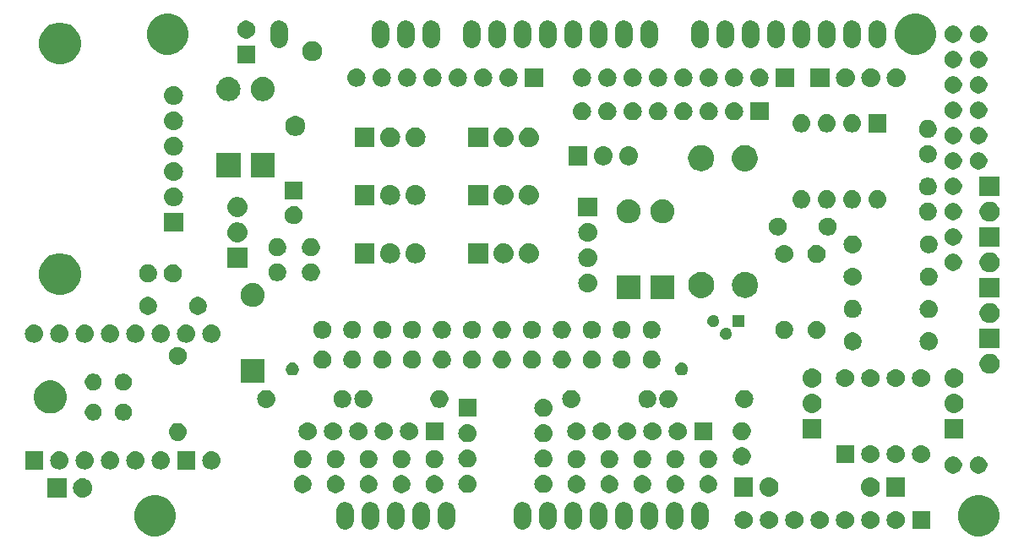
<source format=gbr>
G04 #@! TF.GenerationSoftware,KiCad,Pcbnew,(5.1.2)-1*
G04 #@! TF.CreationDate,2019-07-24T00:08:50-04:00*
G04 #@! TF.ProjectId,NO2C,4e4f3243-2e6b-4696-9361-645f70636258,v0.2.3*
G04 #@! TF.SameCoordinates,Original*
G04 #@! TF.FileFunction,Soldermask,Bot*
G04 #@! TF.FilePolarity,Negative*
%FSLAX46Y46*%
G04 Gerber Fmt 4.6, Leading zero omitted, Abs format (unit mm)*
G04 Created by KiCad (PCBNEW (5.1.2)-1) date 2019-07-24 00:08:50*
%MOMM*%
%LPD*%
G04 APERTURE LIST*
%ADD10C,0.100000*%
G04 APERTURE END LIST*
D10*
G36*
X188744926Y-112903053D02*
G01*
X189121660Y-113059101D01*
X189460713Y-113285649D01*
X189749051Y-113573987D01*
X189975599Y-113913040D01*
X190131647Y-114289774D01*
X190211200Y-114689713D01*
X190211200Y-115097487D01*
X190131647Y-115497426D01*
X189975599Y-115874160D01*
X189749051Y-116213213D01*
X189460713Y-116501551D01*
X189121660Y-116728099D01*
X188744926Y-116884147D01*
X188344987Y-116963700D01*
X187937213Y-116963700D01*
X187537274Y-116884147D01*
X187160540Y-116728099D01*
X186821487Y-116501551D01*
X186533149Y-116213213D01*
X186306601Y-115874160D01*
X186150553Y-115497426D01*
X186071000Y-115097487D01*
X186071000Y-114689713D01*
X186150553Y-114289774D01*
X186306601Y-113913040D01*
X186533149Y-113573987D01*
X186821487Y-113285649D01*
X187160540Y-113059101D01*
X187537274Y-112903053D01*
X187937213Y-112823500D01*
X188344987Y-112823500D01*
X188744926Y-112903053D01*
X188744926Y-112903053D01*
G37*
G36*
X106194926Y-112903053D02*
G01*
X106571660Y-113059101D01*
X106910713Y-113285649D01*
X107199051Y-113573987D01*
X107425599Y-113913040D01*
X107581647Y-114289774D01*
X107661200Y-114689713D01*
X107661200Y-115097487D01*
X107581647Y-115497426D01*
X107425599Y-115874160D01*
X107199051Y-116213213D01*
X106910713Y-116501551D01*
X106571660Y-116728099D01*
X106194926Y-116884147D01*
X105794987Y-116963700D01*
X105387213Y-116963700D01*
X104987274Y-116884147D01*
X104610540Y-116728099D01*
X104271487Y-116501551D01*
X103983149Y-116213213D01*
X103756601Y-115874160D01*
X103600553Y-115497426D01*
X103521000Y-115097487D01*
X103521000Y-114689713D01*
X103600553Y-114289774D01*
X103756601Y-113913040D01*
X103983149Y-113573987D01*
X104271487Y-113285649D01*
X104610540Y-113059101D01*
X104987274Y-112903053D01*
X105387213Y-112823500D01*
X105794987Y-112823500D01*
X106194926Y-112903053D01*
X106194926Y-112903053D01*
G37*
G36*
X124810390Y-113534495D02*
G01*
X124810393Y-113534496D01*
X124810394Y-113534496D01*
X124848563Y-113546075D01*
X124973182Y-113583877D01*
X125025793Y-113611998D01*
X125123211Y-113664069D01*
X125254712Y-113771988D01*
X125362631Y-113903488D01*
X125402726Y-113978502D01*
X125442823Y-114053517D01*
X125492205Y-114216309D01*
X125504700Y-114343174D01*
X125504700Y-115444026D01*
X125492205Y-115570891D01*
X125442823Y-115733683D01*
X125442822Y-115733684D01*
X125362631Y-115883712D01*
X125254712Y-116015212D01*
X125123212Y-116123131D01*
X125048198Y-116163227D01*
X124973183Y-116203323D01*
X124848564Y-116241125D01*
X124810395Y-116252704D01*
X124810394Y-116252704D01*
X124810391Y-116252705D01*
X124641100Y-116269379D01*
X124471810Y-116252705D01*
X124471807Y-116252704D01*
X124471806Y-116252704D01*
X124433637Y-116241125D01*
X124309018Y-116203323D01*
X124234003Y-116163227D01*
X124158989Y-116123131D01*
X124027489Y-116015212D01*
X123919570Y-115883712D01*
X123839379Y-115733684D01*
X123839378Y-115733683D01*
X123789996Y-115570891D01*
X123777501Y-115444025D01*
X123777500Y-114343175D01*
X123789995Y-114216310D01*
X123789997Y-114216305D01*
X123801575Y-114178137D01*
X123839377Y-114053518D01*
X123867498Y-114000907D01*
X123919569Y-113903489D01*
X124027488Y-113771988D01*
X124158988Y-113664069D01*
X124234002Y-113623973D01*
X124309017Y-113583877D01*
X124433636Y-113546075D01*
X124471805Y-113534496D01*
X124471806Y-113534496D01*
X124471809Y-113534495D01*
X124641100Y-113517821D01*
X124810390Y-113534495D01*
X124810390Y-113534495D01*
G37*
G36*
X132430390Y-113534495D02*
G01*
X132430393Y-113534496D01*
X132430394Y-113534496D01*
X132468563Y-113546075D01*
X132593182Y-113583877D01*
X132645793Y-113611998D01*
X132743211Y-113664069D01*
X132874712Y-113771988D01*
X132982631Y-113903488D01*
X133022727Y-113978502D01*
X133062823Y-114053517D01*
X133112205Y-114216309D01*
X133124700Y-114343174D01*
X133124700Y-115444026D01*
X133112205Y-115570891D01*
X133062823Y-115733683D01*
X133062822Y-115733684D01*
X132982631Y-115883712D01*
X132874712Y-116015212D01*
X132743212Y-116123131D01*
X132668198Y-116163227D01*
X132593183Y-116203323D01*
X132468564Y-116241125D01*
X132430395Y-116252704D01*
X132430394Y-116252704D01*
X132430391Y-116252705D01*
X132261100Y-116269379D01*
X132091810Y-116252705D01*
X132091807Y-116252704D01*
X132091806Y-116252704D01*
X132053637Y-116241125D01*
X131929018Y-116203323D01*
X131854003Y-116163227D01*
X131778989Y-116123131D01*
X131647489Y-116015212D01*
X131539570Y-115883712D01*
X131459379Y-115733684D01*
X131459378Y-115733683D01*
X131409996Y-115570891D01*
X131397501Y-115444025D01*
X131397500Y-114343175D01*
X131409995Y-114216310D01*
X131409997Y-114216305D01*
X131421575Y-114178137D01*
X131459377Y-114053518D01*
X131487498Y-114000907D01*
X131539569Y-113903489D01*
X131647488Y-113771988D01*
X131778988Y-113664069D01*
X131854002Y-113623973D01*
X131929017Y-113583877D01*
X132053636Y-113546075D01*
X132091805Y-113534496D01*
X132091806Y-113534496D01*
X132091809Y-113534495D01*
X132261100Y-113517821D01*
X132430390Y-113534495D01*
X132430390Y-113534495D01*
G37*
G36*
X129890390Y-113534495D02*
G01*
X129890393Y-113534496D01*
X129890394Y-113534496D01*
X129928563Y-113546075D01*
X130053182Y-113583877D01*
X130105793Y-113611998D01*
X130203211Y-113664069D01*
X130334712Y-113771988D01*
X130442631Y-113903488D01*
X130482727Y-113978502D01*
X130522823Y-114053517D01*
X130572205Y-114216309D01*
X130584700Y-114343174D01*
X130584700Y-115444026D01*
X130572205Y-115570891D01*
X130522823Y-115733683D01*
X130522822Y-115733684D01*
X130442631Y-115883712D01*
X130334712Y-116015212D01*
X130203212Y-116123131D01*
X130128198Y-116163227D01*
X130053183Y-116203323D01*
X129928564Y-116241125D01*
X129890395Y-116252704D01*
X129890394Y-116252704D01*
X129890391Y-116252705D01*
X129721100Y-116269379D01*
X129551810Y-116252705D01*
X129551807Y-116252704D01*
X129551806Y-116252704D01*
X129513637Y-116241125D01*
X129389018Y-116203323D01*
X129314003Y-116163227D01*
X129238989Y-116123131D01*
X129107489Y-116015212D01*
X128999570Y-115883712D01*
X128919379Y-115733684D01*
X128919378Y-115733683D01*
X128869996Y-115570891D01*
X128857501Y-115444025D01*
X128857500Y-114343175D01*
X128869995Y-114216310D01*
X128869997Y-114216305D01*
X128881575Y-114178137D01*
X128919377Y-114053518D01*
X128947498Y-114000907D01*
X128999569Y-113903489D01*
X129107488Y-113771988D01*
X129238988Y-113664069D01*
X129314002Y-113623973D01*
X129389017Y-113583877D01*
X129513636Y-113546075D01*
X129551805Y-113534496D01*
X129551806Y-113534496D01*
X129551809Y-113534495D01*
X129721100Y-113517821D01*
X129890390Y-113534495D01*
X129890390Y-113534495D01*
G37*
G36*
X134970390Y-113534495D02*
G01*
X134970393Y-113534496D01*
X134970394Y-113534496D01*
X135008563Y-113546075D01*
X135133182Y-113583877D01*
X135185793Y-113611998D01*
X135283211Y-113664069D01*
X135414712Y-113771988D01*
X135522631Y-113903488D01*
X135562727Y-113978502D01*
X135602823Y-114053517D01*
X135652205Y-114216309D01*
X135664700Y-114343174D01*
X135664700Y-115444026D01*
X135652205Y-115570891D01*
X135602823Y-115733683D01*
X135602822Y-115733684D01*
X135522631Y-115883712D01*
X135414712Y-116015212D01*
X135283212Y-116123131D01*
X135208198Y-116163227D01*
X135133183Y-116203323D01*
X135008564Y-116241125D01*
X134970395Y-116252704D01*
X134970394Y-116252704D01*
X134970391Y-116252705D01*
X134801100Y-116269379D01*
X134631810Y-116252705D01*
X134631807Y-116252704D01*
X134631806Y-116252704D01*
X134593637Y-116241125D01*
X134469018Y-116203323D01*
X134394003Y-116163227D01*
X134318989Y-116123131D01*
X134187489Y-116015212D01*
X134079570Y-115883712D01*
X133999379Y-115733684D01*
X133999378Y-115733683D01*
X133949996Y-115570891D01*
X133937501Y-115444025D01*
X133937500Y-114343175D01*
X133949995Y-114216310D01*
X133949997Y-114216305D01*
X133961575Y-114178137D01*
X133999377Y-114053518D01*
X134027498Y-114000907D01*
X134079569Y-113903489D01*
X134187488Y-113771988D01*
X134318988Y-113664069D01*
X134394002Y-113623973D01*
X134469017Y-113583877D01*
X134593636Y-113546075D01*
X134631805Y-113534496D01*
X134631806Y-113534496D01*
X134631809Y-113534495D01*
X134801100Y-113517821D01*
X134970390Y-113534495D01*
X134970390Y-113534495D01*
G37*
G36*
X150210390Y-113534495D02*
G01*
X150210393Y-113534496D01*
X150210394Y-113534496D01*
X150248563Y-113546075D01*
X150373182Y-113583877D01*
X150425793Y-113611998D01*
X150523211Y-113664069D01*
X150654712Y-113771988D01*
X150762631Y-113903488D01*
X150802727Y-113978502D01*
X150842823Y-114053517D01*
X150892205Y-114216309D01*
X150904700Y-114343174D01*
X150904700Y-115444026D01*
X150892205Y-115570891D01*
X150842823Y-115733683D01*
X150842822Y-115733684D01*
X150762631Y-115883712D01*
X150654712Y-116015212D01*
X150523212Y-116123131D01*
X150448198Y-116163227D01*
X150373183Y-116203323D01*
X150248564Y-116241125D01*
X150210395Y-116252704D01*
X150210394Y-116252704D01*
X150210391Y-116252705D01*
X150041100Y-116269379D01*
X149871810Y-116252705D01*
X149871807Y-116252704D01*
X149871806Y-116252704D01*
X149833637Y-116241125D01*
X149709018Y-116203323D01*
X149634003Y-116163227D01*
X149558989Y-116123131D01*
X149427489Y-116015212D01*
X149319570Y-115883712D01*
X149239379Y-115733684D01*
X149239378Y-115733683D01*
X149189996Y-115570891D01*
X149177501Y-115444025D01*
X149177500Y-114343175D01*
X149189995Y-114216310D01*
X149189997Y-114216305D01*
X149201575Y-114178137D01*
X149239377Y-114053518D01*
X149267498Y-114000907D01*
X149319569Y-113903489D01*
X149427488Y-113771988D01*
X149558988Y-113664069D01*
X149634002Y-113623973D01*
X149709017Y-113583877D01*
X149833636Y-113546075D01*
X149871805Y-113534496D01*
X149871806Y-113534496D01*
X149871809Y-113534495D01*
X150041100Y-113517821D01*
X150210390Y-113534495D01*
X150210390Y-113534495D01*
G37*
G36*
X142590390Y-113534495D02*
G01*
X142590393Y-113534496D01*
X142590394Y-113534496D01*
X142628563Y-113546075D01*
X142753182Y-113583877D01*
X142805793Y-113611998D01*
X142903211Y-113664069D01*
X143034712Y-113771988D01*
X143142631Y-113903488D01*
X143182727Y-113978502D01*
X143222823Y-114053517D01*
X143272205Y-114216309D01*
X143284700Y-114343174D01*
X143284700Y-115444026D01*
X143272205Y-115570891D01*
X143222823Y-115733683D01*
X143222822Y-115733684D01*
X143142631Y-115883712D01*
X143034712Y-116015212D01*
X142903212Y-116123131D01*
X142828198Y-116163227D01*
X142753183Y-116203323D01*
X142628564Y-116241125D01*
X142590395Y-116252704D01*
X142590394Y-116252704D01*
X142590391Y-116252705D01*
X142421100Y-116269379D01*
X142251810Y-116252705D01*
X142251807Y-116252704D01*
X142251806Y-116252704D01*
X142213637Y-116241125D01*
X142089018Y-116203323D01*
X142014003Y-116163227D01*
X141938989Y-116123131D01*
X141807489Y-116015212D01*
X141699570Y-115883712D01*
X141619379Y-115733684D01*
X141619378Y-115733683D01*
X141569996Y-115570891D01*
X141557501Y-115444025D01*
X141557500Y-114343175D01*
X141569995Y-114216310D01*
X141569997Y-114216305D01*
X141581575Y-114178137D01*
X141619377Y-114053518D01*
X141647498Y-114000907D01*
X141699569Y-113903489D01*
X141807488Y-113771988D01*
X141938988Y-113664069D01*
X142014002Y-113623973D01*
X142089017Y-113583877D01*
X142213636Y-113546075D01*
X142251805Y-113534496D01*
X142251806Y-113534496D01*
X142251809Y-113534495D01*
X142421100Y-113517821D01*
X142590390Y-113534495D01*
X142590390Y-113534495D01*
G37*
G36*
X145130390Y-113534495D02*
G01*
X145130393Y-113534496D01*
X145130394Y-113534496D01*
X145168563Y-113546075D01*
X145293182Y-113583877D01*
X145345793Y-113611998D01*
X145443211Y-113664069D01*
X145574712Y-113771988D01*
X145682631Y-113903488D01*
X145722727Y-113978502D01*
X145762823Y-114053517D01*
X145812205Y-114216309D01*
X145824700Y-114343174D01*
X145824700Y-115444026D01*
X145812205Y-115570891D01*
X145762823Y-115733683D01*
X145762822Y-115733684D01*
X145682631Y-115883712D01*
X145574712Y-116015212D01*
X145443212Y-116123131D01*
X145368198Y-116163227D01*
X145293183Y-116203323D01*
X145168564Y-116241125D01*
X145130395Y-116252704D01*
X145130394Y-116252704D01*
X145130391Y-116252705D01*
X144961100Y-116269379D01*
X144791810Y-116252705D01*
X144791807Y-116252704D01*
X144791806Y-116252704D01*
X144753637Y-116241125D01*
X144629018Y-116203323D01*
X144554003Y-116163227D01*
X144478989Y-116123131D01*
X144347489Y-116015212D01*
X144239570Y-115883712D01*
X144159379Y-115733684D01*
X144159378Y-115733683D01*
X144109996Y-115570891D01*
X144097501Y-115444025D01*
X144097500Y-114343175D01*
X144109995Y-114216310D01*
X144109997Y-114216305D01*
X144121575Y-114178137D01*
X144159377Y-114053518D01*
X144187498Y-114000907D01*
X144239569Y-113903489D01*
X144347488Y-113771988D01*
X144478988Y-113664069D01*
X144554002Y-113623973D01*
X144629017Y-113583877D01*
X144753636Y-113546075D01*
X144791805Y-113534496D01*
X144791806Y-113534496D01*
X144791809Y-113534495D01*
X144961100Y-113517821D01*
X145130390Y-113534495D01*
X145130390Y-113534495D01*
G37*
G36*
X152750390Y-113534495D02*
G01*
X152750393Y-113534496D01*
X152750394Y-113534496D01*
X152788563Y-113546075D01*
X152913182Y-113583877D01*
X152965793Y-113611998D01*
X153063211Y-113664069D01*
X153194712Y-113771988D01*
X153302631Y-113903488D01*
X153342727Y-113978502D01*
X153382823Y-114053517D01*
X153432205Y-114216309D01*
X153444700Y-114343174D01*
X153444700Y-115444026D01*
X153432205Y-115570891D01*
X153382823Y-115733683D01*
X153382822Y-115733684D01*
X153302631Y-115883712D01*
X153194712Y-116015212D01*
X153063212Y-116123131D01*
X152988198Y-116163227D01*
X152913183Y-116203323D01*
X152788564Y-116241125D01*
X152750395Y-116252704D01*
X152750394Y-116252704D01*
X152750391Y-116252705D01*
X152581100Y-116269379D01*
X152411810Y-116252705D01*
X152411807Y-116252704D01*
X152411806Y-116252704D01*
X152373637Y-116241125D01*
X152249018Y-116203323D01*
X152174003Y-116163227D01*
X152098989Y-116123131D01*
X151967489Y-116015212D01*
X151859570Y-115883712D01*
X151779379Y-115733684D01*
X151779378Y-115733683D01*
X151729996Y-115570891D01*
X151717501Y-115444025D01*
X151717500Y-114343175D01*
X151729995Y-114216310D01*
X151729997Y-114216305D01*
X151741575Y-114178137D01*
X151779377Y-114053518D01*
X151807498Y-114000907D01*
X151859569Y-113903489D01*
X151967488Y-113771988D01*
X152098988Y-113664069D01*
X152174002Y-113623973D01*
X152249017Y-113583877D01*
X152373636Y-113546075D01*
X152411805Y-113534496D01*
X152411806Y-113534496D01*
X152411809Y-113534495D01*
X152581100Y-113517821D01*
X152750390Y-113534495D01*
X152750390Y-113534495D01*
G37*
G36*
X155290390Y-113534495D02*
G01*
X155290393Y-113534496D01*
X155290394Y-113534496D01*
X155328563Y-113546075D01*
X155453182Y-113583877D01*
X155505793Y-113611998D01*
X155603211Y-113664069D01*
X155734712Y-113771988D01*
X155842631Y-113903488D01*
X155882727Y-113978502D01*
X155922823Y-114053517D01*
X155972205Y-114216309D01*
X155984700Y-114343174D01*
X155984700Y-115444026D01*
X155972205Y-115570891D01*
X155922823Y-115733683D01*
X155922822Y-115733684D01*
X155842631Y-115883712D01*
X155734712Y-116015212D01*
X155603212Y-116123131D01*
X155528198Y-116163227D01*
X155453183Y-116203323D01*
X155328564Y-116241125D01*
X155290395Y-116252704D01*
X155290394Y-116252704D01*
X155290391Y-116252705D01*
X155121100Y-116269379D01*
X154951810Y-116252705D01*
X154951807Y-116252704D01*
X154951806Y-116252704D01*
X154913637Y-116241125D01*
X154789018Y-116203323D01*
X154714003Y-116163227D01*
X154638989Y-116123131D01*
X154507489Y-116015212D01*
X154399570Y-115883712D01*
X154319379Y-115733684D01*
X154319378Y-115733683D01*
X154269996Y-115570891D01*
X154257501Y-115444025D01*
X154257500Y-114343175D01*
X154269995Y-114216310D01*
X154269997Y-114216305D01*
X154281575Y-114178137D01*
X154319377Y-114053518D01*
X154347498Y-114000907D01*
X154399569Y-113903489D01*
X154507488Y-113771988D01*
X154638988Y-113664069D01*
X154714002Y-113623973D01*
X154789017Y-113583877D01*
X154913636Y-113546075D01*
X154951805Y-113534496D01*
X154951806Y-113534496D01*
X154951809Y-113534495D01*
X155121100Y-113517821D01*
X155290390Y-113534495D01*
X155290390Y-113534495D01*
G37*
G36*
X157830390Y-113534495D02*
G01*
X157830393Y-113534496D01*
X157830394Y-113534496D01*
X157868563Y-113546075D01*
X157993182Y-113583877D01*
X158045793Y-113611998D01*
X158143211Y-113664069D01*
X158274712Y-113771988D01*
X158382631Y-113903488D01*
X158422727Y-113978502D01*
X158462823Y-114053517D01*
X158512205Y-114216309D01*
X158524700Y-114343174D01*
X158524700Y-115444026D01*
X158512205Y-115570891D01*
X158462823Y-115733683D01*
X158462822Y-115733684D01*
X158382631Y-115883712D01*
X158274712Y-116015212D01*
X158143212Y-116123131D01*
X158068198Y-116163227D01*
X157993183Y-116203323D01*
X157868564Y-116241125D01*
X157830395Y-116252704D01*
X157830394Y-116252704D01*
X157830391Y-116252705D01*
X157661100Y-116269379D01*
X157491810Y-116252705D01*
X157491807Y-116252704D01*
X157491806Y-116252704D01*
X157453637Y-116241125D01*
X157329018Y-116203323D01*
X157254003Y-116163227D01*
X157178989Y-116123131D01*
X157047489Y-116015212D01*
X156939570Y-115883712D01*
X156859379Y-115733684D01*
X156859378Y-115733683D01*
X156809996Y-115570891D01*
X156797501Y-115444025D01*
X156797500Y-114343175D01*
X156809995Y-114216310D01*
X156809997Y-114216305D01*
X156821575Y-114178137D01*
X156859377Y-114053518D01*
X156887498Y-114000907D01*
X156939569Y-113903489D01*
X157047488Y-113771988D01*
X157178988Y-113664069D01*
X157254002Y-113623973D01*
X157329017Y-113583877D01*
X157453636Y-113546075D01*
X157491805Y-113534496D01*
X157491806Y-113534496D01*
X157491809Y-113534495D01*
X157661100Y-113517821D01*
X157830390Y-113534495D01*
X157830390Y-113534495D01*
G37*
G36*
X160370390Y-113534495D02*
G01*
X160370393Y-113534496D01*
X160370394Y-113534496D01*
X160408563Y-113546075D01*
X160533182Y-113583877D01*
X160585793Y-113611998D01*
X160683211Y-113664069D01*
X160814712Y-113771988D01*
X160922631Y-113903488D01*
X160962727Y-113978502D01*
X161002823Y-114053517D01*
X161052205Y-114216309D01*
X161064700Y-114343174D01*
X161064700Y-115444026D01*
X161052205Y-115570891D01*
X161002823Y-115733683D01*
X161002822Y-115733684D01*
X160922631Y-115883712D01*
X160814712Y-116015212D01*
X160683212Y-116123131D01*
X160608198Y-116163227D01*
X160533183Y-116203323D01*
X160408564Y-116241125D01*
X160370395Y-116252704D01*
X160370394Y-116252704D01*
X160370391Y-116252705D01*
X160201100Y-116269379D01*
X160031810Y-116252705D01*
X160031807Y-116252704D01*
X160031806Y-116252704D01*
X159993637Y-116241125D01*
X159869018Y-116203323D01*
X159794003Y-116163227D01*
X159718989Y-116123131D01*
X159587489Y-116015212D01*
X159479570Y-115883712D01*
X159399379Y-115733684D01*
X159399378Y-115733683D01*
X159349996Y-115570891D01*
X159337501Y-115444025D01*
X159337500Y-114343175D01*
X159349995Y-114216310D01*
X159349997Y-114216305D01*
X159361575Y-114178137D01*
X159399377Y-114053518D01*
X159427498Y-114000907D01*
X159479569Y-113903489D01*
X159587488Y-113771988D01*
X159718988Y-113664069D01*
X159794002Y-113623973D01*
X159869017Y-113583877D01*
X159993636Y-113546075D01*
X160031805Y-113534496D01*
X160031806Y-113534496D01*
X160031809Y-113534495D01*
X160201100Y-113517821D01*
X160370390Y-113534495D01*
X160370390Y-113534495D01*
G37*
G36*
X127350390Y-113534495D02*
G01*
X127350393Y-113534496D01*
X127350394Y-113534496D01*
X127388563Y-113546075D01*
X127513182Y-113583877D01*
X127565793Y-113611998D01*
X127663211Y-113664069D01*
X127794712Y-113771988D01*
X127902631Y-113903488D01*
X127942726Y-113978502D01*
X127982823Y-114053517D01*
X128032205Y-114216309D01*
X128044700Y-114343174D01*
X128044700Y-115444026D01*
X128032205Y-115570891D01*
X127982823Y-115733683D01*
X127982822Y-115733684D01*
X127902631Y-115883712D01*
X127794712Y-116015212D01*
X127663212Y-116123131D01*
X127588198Y-116163227D01*
X127513183Y-116203323D01*
X127388564Y-116241125D01*
X127350395Y-116252704D01*
X127350394Y-116252704D01*
X127350391Y-116252705D01*
X127181100Y-116269379D01*
X127011810Y-116252705D01*
X127011807Y-116252704D01*
X127011806Y-116252704D01*
X126973637Y-116241125D01*
X126849018Y-116203323D01*
X126774003Y-116163227D01*
X126698989Y-116123131D01*
X126567489Y-116015212D01*
X126459570Y-115883712D01*
X126379379Y-115733684D01*
X126379378Y-115733683D01*
X126329996Y-115570891D01*
X126317501Y-115444025D01*
X126317500Y-114343175D01*
X126329995Y-114216310D01*
X126329997Y-114216305D01*
X126341575Y-114178137D01*
X126379377Y-114053518D01*
X126407498Y-114000907D01*
X126459569Y-113903489D01*
X126567488Y-113771988D01*
X126698988Y-113664069D01*
X126774002Y-113623973D01*
X126849017Y-113583877D01*
X126973636Y-113546075D01*
X127011805Y-113534496D01*
X127011806Y-113534496D01*
X127011809Y-113534495D01*
X127181100Y-113517821D01*
X127350390Y-113534495D01*
X127350390Y-113534495D01*
G37*
G36*
X147670390Y-113534495D02*
G01*
X147670393Y-113534496D01*
X147670394Y-113534496D01*
X147708563Y-113546075D01*
X147833182Y-113583877D01*
X147885793Y-113611998D01*
X147983211Y-113664069D01*
X148114712Y-113771988D01*
X148222631Y-113903488D01*
X148262727Y-113978502D01*
X148302823Y-114053517D01*
X148352205Y-114216309D01*
X148364700Y-114343174D01*
X148364700Y-115444026D01*
X148352205Y-115570891D01*
X148302823Y-115733683D01*
X148302822Y-115733684D01*
X148222631Y-115883712D01*
X148114712Y-116015212D01*
X147983212Y-116123131D01*
X147908198Y-116163227D01*
X147833183Y-116203323D01*
X147708564Y-116241125D01*
X147670395Y-116252704D01*
X147670394Y-116252704D01*
X147670391Y-116252705D01*
X147501100Y-116269379D01*
X147331810Y-116252705D01*
X147331807Y-116252704D01*
X147331806Y-116252704D01*
X147293637Y-116241125D01*
X147169018Y-116203323D01*
X147094003Y-116163227D01*
X147018989Y-116123131D01*
X146887489Y-116015212D01*
X146779570Y-115883712D01*
X146699379Y-115733684D01*
X146699378Y-115733683D01*
X146649996Y-115570891D01*
X146637501Y-115444025D01*
X146637500Y-114343175D01*
X146649995Y-114216310D01*
X146649997Y-114216305D01*
X146661575Y-114178137D01*
X146699377Y-114053518D01*
X146727498Y-114000907D01*
X146779569Y-113903489D01*
X146887488Y-113771988D01*
X147018988Y-113664069D01*
X147094002Y-113623973D01*
X147169017Y-113583877D01*
X147293636Y-113546075D01*
X147331805Y-113534496D01*
X147331806Y-113534496D01*
X147331809Y-113534495D01*
X147501100Y-113517821D01*
X147670390Y-113534495D01*
X147670390Y-113534495D01*
G37*
G36*
X183273600Y-116217600D02*
G01*
X181470400Y-116217600D01*
X181470400Y-114414400D01*
X183273600Y-114414400D01*
X183273600Y-116217600D01*
X183273600Y-116217600D01*
G37*
G36*
X180008741Y-114427445D02*
G01*
X180008744Y-114427446D01*
X180178697Y-114479000D01*
X180335326Y-114562720D01*
X180472612Y-114675388D01*
X180585280Y-114812674D01*
X180669000Y-114969303D01*
X180707884Y-115097487D01*
X180720555Y-115139259D01*
X180737963Y-115316000D01*
X180720555Y-115492741D01*
X180720554Y-115492744D01*
X180669000Y-115662697D01*
X180585280Y-115819326D01*
X180472612Y-115956612D01*
X180335326Y-116069280D01*
X180178697Y-116153000D01*
X180028180Y-116198658D01*
X180008741Y-116204555D01*
X179876293Y-116217600D01*
X179787707Y-116217600D01*
X179655259Y-116204555D01*
X179635820Y-116198658D01*
X179485303Y-116153000D01*
X179328674Y-116069280D01*
X179191388Y-115956612D01*
X179078720Y-115819326D01*
X178995000Y-115662697D01*
X178943446Y-115492744D01*
X178943445Y-115492741D01*
X178926037Y-115316000D01*
X178943445Y-115139259D01*
X178956116Y-115097487D01*
X178995000Y-114969303D01*
X179078720Y-114812674D01*
X179191388Y-114675388D01*
X179328674Y-114562720D01*
X179485303Y-114479000D01*
X179655256Y-114427446D01*
X179655259Y-114427445D01*
X179787707Y-114414400D01*
X179876293Y-114414400D01*
X180008741Y-114427445D01*
X180008741Y-114427445D01*
G37*
G36*
X177468741Y-114427445D02*
G01*
X177468744Y-114427446D01*
X177638697Y-114479000D01*
X177795326Y-114562720D01*
X177932612Y-114675388D01*
X178045280Y-114812674D01*
X178129000Y-114969303D01*
X178167884Y-115097487D01*
X178180555Y-115139259D01*
X178197963Y-115316000D01*
X178180555Y-115492741D01*
X178180554Y-115492744D01*
X178129000Y-115662697D01*
X178045280Y-115819326D01*
X177932612Y-115956612D01*
X177795326Y-116069280D01*
X177638697Y-116153000D01*
X177488180Y-116198658D01*
X177468741Y-116204555D01*
X177336293Y-116217600D01*
X177247707Y-116217600D01*
X177115259Y-116204555D01*
X177095820Y-116198658D01*
X176945303Y-116153000D01*
X176788674Y-116069280D01*
X176651388Y-115956612D01*
X176538720Y-115819326D01*
X176455000Y-115662697D01*
X176403446Y-115492744D01*
X176403445Y-115492741D01*
X176386037Y-115316000D01*
X176403445Y-115139259D01*
X176416116Y-115097487D01*
X176455000Y-114969303D01*
X176538720Y-114812674D01*
X176651388Y-114675388D01*
X176788674Y-114562720D01*
X176945303Y-114479000D01*
X177115256Y-114427446D01*
X177115259Y-114427445D01*
X177247707Y-114414400D01*
X177336293Y-114414400D01*
X177468741Y-114427445D01*
X177468741Y-114427445D01*
G37*
G36*
X174928741Y-114427445D02*
G01*
X174928744Y-114427446D01*
X175098697Y-114479000D01*
X175255326Y-114562720D01*
X175392612Y-114675388D01*
X175505280Y-114812674D01*
X175589000Y-114969303D01*
X175627884Y-115097487D01*
X175640555Y-115139259D01*
X175657963Y-115316000D01*
X175640555Y-115492741D01*
X175640554Y-115492744D01*
X175589000Y-115662697D01*
X175505280Y-115819326D01*
X175392612Y-115956612D01*
X175255326Y-116069280D01*
X175098697Y-116153000D01*
X174948180Y-116198658D01*
X174928741Y-116204555D01*
X174796293Y-116217600D01*
X174707707Y-116217600D01*
X174575259Y-116204555D01*
X174555820Y-116198658D01*
X174405303Y-116153000D01*
X174248674Y-116069280D01*
X174111388Y-115956612D01*
X173998720Y-115819326D01*
X173915000Y-115662697D01*
X173863446Y-115492744D01*
X173863445Y-115492741D01*
X173846037Y-115316000D01*
X173863445Y-115139259D01*
X173876116Y-115097487D01*
X173915000Y-114969303D01*
X173998720Y-114812674D01*
X174111388Y-114675388D01*
X174248674Y-114562720D01*
X174405303Y-114479000D01*
X174575256Y-114427446D01*
X174575259Y-114427445D01*
X174707707Y-114414400D01*
X174796293Y-114414400D01*
X174928741Y-114427445D01*
X174928741Y-114427445D01*
G37*
G36*
X172388741Y-114427445D02*
G01*
X172388744Y-114427446D01*
X172558697Y-114479000D01*
X172715326Y-114562720D01*
X172852612Y-114675388D01*
X172965280Y-114812674D01*
X173049000Y-114969303D01*
X173087884Y-115097487D01*
X173100555Y-115139259D01*
X173117963Y-115316000D01*
X173100555Y-115492741D01*
X173100554Y-115492744D01*
X173049000Y-115662697D01*
X172965280Y-115819326D01*
X172852612Y-115956612D01*
X172715326Y-116069280D01*
X172558697Y-116153000D01*
X172408180Y-116198658D01*
X172388741Y-116204555D01*
X172256293Y-116217600D01*
X172167707Y-116217600D01*
X172035259Y-116204555D01*
X172015820Y-116198658D01*
X171865303Y-116153000D01*
X171708674Y-116069280D01*
X171571388Y-115956612D01*
X171458720Y-115819326D01*
X171375000Y-115662697D01*
X171323446Y-115492744D01*
X171323445Y-115492741D01*
X171306037Y-115316000D01*
X171323445Y-115139259D01*
X171336116Y-115097487D01*
X171375000Y-114969303D01*
X171458720Y-114812674D01*
X171571388Y-114675388D01*
X171708674Y-114562720D01*
X171865303Y-114479000D01*
X172035256Y-114427446D01*
X172035259Y-114427445D01*
X172167707Y-114414400D01*
X172256293Y-114414400D01*
X172388741Y-114427445D01*
X172388741Y-114427445D01*
G37*
G36*
X169848741Y-114427445D02*
G01*
X169848744Y-114427446D01*
X170018697Y-114479000D01*
X170175326Y-114562720D01*
X170312612Y-114675388D01*
X170425280Y-114812674D01*
X170509000Y-114969303D01*
X170547884Y-115097487D01*
X170560555Y-115139259D01*
X170577963Y-115316000D01*
X170560555Y-115492741D01*
X170560554Y-115492744D01*
X170509000Y-115662697D01*
X170425280Y-115819326D01*
X170312612Y-115956612D01*
X170175326Y-116069280D01*
X170018697Y-116153000D01*
X169868180Y-116198658D01*
X169848741Y-116204555D01*
X169716293Y-116217600D01*
X169627707Y-116217600D01*
X169495259Y-116204555D01*
X169475820Y-116198658D01*
X169325303Y-116153000D01*
X169168674Y-116069280D01*
X169031388Y-115956612D01*
X168918720Y-115819326D01*
X168835000Y-115662697D01*
X168783446Y-115492744D01*
X168783445Y-115492741D01*
X168766037Y-115316000D01*
X168783445Y-115139259D01*
X168796116Y-115097487D01*
X168835000Y-114969303D01*
X168918720Y-114812674D01*
X169031388Y-114675388D01*
X169168674Y-114562720D01*
X169325303Y-114479000D01*
X169495256Y-114427446D01*
X169495259Y-114427445D01*
X169627707Y-114414400D01*
X169716293Y-114414400D01*
X169848741Y-114427445D01*
X169848741Y-114427445D01*
G37*
G36*
X167308741Y-114427445D02*
G01*
X167308744Y-114427446D01*
X167478697Y-114479000D01*
X167635326Y-114562720D01*
X167772612Y-114675388D01*
X167885280Y-114812674D01*
X167969000Y-114969303D01*
X168007884Y-115097487D01*
X168020555Y-115139259D01*
X168037963Y-115316000D01*
X168020555Y-115492741D01*
X168020554Y-115492744D01*
X167969000Y-115662697D01*
X167885280Y-115819326D01*
X167772612Y-115956612D01*
X167635326Y-116069280D01*
X167478697Y-116153000D01*
X167328180Y-116198658D01*
X167308741Y-116204555D01*
X167176293Y-116217600D01*
X167087707Y-116217600D01*
X166955259Y-116204555D01*
X166935820Y-116198658D01*
X166785303Y-116153000D01*
X166628674Y-116069280D01*
X166491388Y-115956612D01*
X166378720Y-115819326D01*
X166295000Y-115662697D01*
X166243446Y-115492744D01*
X166243445Y-115492741D01*
X166226037Y-115316000D01*
X166243445Y-115139259D01*
X166256116Y-115097487D01*
X166295000Y-114969303D01*
X166378720Y-114812674D01*
X166491388Y-114675388D01*
X166628674Y-114562720D01*
X166785303Y-114479000D01*
X166955256Y-114427446D01*
X166955259Y-114427445D01*
X167087707Y-114414400D01*
X167176293Y-114414400D01*
X167308741Y-114427445D01*
X167308741Y-114427445D01*
G37*
G36*
X164768741Y-114427445D02*
G01*
X164768744Y-114427446D01*
X164938697Y-114479000D01*
X165095326Y-114562720D01*
X165232612Y-114675388D01*
X165345280Y-114812674D01*
X165429000Y-114969303D01*
X165467884Y-115097487D01*
X165480555Y-115139259D01*
X165497963Y-115316000D01*
X165480555Y-115492741D01*
X165480554Y-115492744D01*
X165429000Y-115662697D01*
X165345280Y-115819326D01*
X165232612Y-115956612D01*
X165095326Y-116069280D01*
X164938697Y-116153000D01*
X164788180Y-116198658D01*
X164768741Y-116204555D01*
X164636293Y-116217600D01*
X164547707Y-116217600D01*
X164415259Y-116204555D01*
X164395820Y-116198658D01*
X164245303Y-116153000D01*
X164088674Y-116069280D01*
X163951388Y-115956612D01*
X163838720Y-115819326D01*
X163755000Y-115662697D01*
X163703446Y-115492744D01*
X163703445Y-115492741D01*
X163686037Y-115316000D01*
X163703445Y-115139259D01*
X163716116Y-115097487D01*
X163755000Y-114969303D01*
X163838720Y-114812674D01*
X163951388Y-114675388D01*
X164088674Y-114562720D01*
X164245303Y-114479000D01*
X164415256Y-114427446D01*
X164415259Y-114427445D01*
X164547707Y-114414400D01*
X164636293Y-114414400D01*
X164768741Y-114427445D01*
X164768741Y-114427445D01*
G37*
G36*
X98526543Y-111162168D02*
G01*
X98705923Y-111216582D01*
X98830461Y-111283149D01*
X98871238Y-111304945D01*
X98871239Y-111304946D01*
X98871243Y-111304948D01*
X99016139Y-111423861D01*
X99135052Y-111568757D01*
X99223418Y-111734077D01*
X99277832Y-111913457D01*
X99296205Y-112100000D01*
X99277832Y-112286543D01*
X99223418Y-112465923D01*
X99187297Y-112533500D01*
X99140207Y-112621600D01*
X99135052Y-112631243D01*
X99016139Y-112776139D01*
X98871243Y-112895052D01*
X98871239Y-112895054D01*
X98871238Y-112895055D01*
X98830461Y-112916851D01*
X98705923Y-112983418D01*
X98526543Y-113037832D01*
X98386752Y-113051600D01*
X98293248Y-113051600D01*
X98153457Y-113037832D01*
X97974077Y-112983418D01*
X97849539Y-112916851D01*
X97808762Y-112895055D01*
X97808761Y-112895054D01*
X97808757Y-112895052D01*
X97663861Y-112776139D01*
X97544948Y-112631243D01*
X97539794Y-112621600D01*
X97492703Y-112533500D01*
X97456582Y-112465923D01*
X97402168Y-112286543D01*
X97383795Y-112100000D01*
X97402168Y-111913457D01*
X97456582Y-111734077D01*
X97544948Y-111568757D01*
X97663861Y-111423861D01*
X97808757Y-111304948D01*
X97808761Y-111304946D01*
X97808762Y-111304945D01*
X97849539Y-111283149D01*
X97974077Y-111216582D01*
X98153457Y-111162168D01*
X98293248Y-111148400D01*
X98386752Y-111148400D01*
X98526543Y-111162168D01*
X98526543Y-111162168D01*
G37*
G36*
X96751600Y-113051600D02*
G01*
X94848400Y-113051600D01*
X94848400Y-111148400D01*
X96751600Y-111148400D01*
X96751600Y-113051600D01*
X96751600Y-113051600D01*
G37*
G36*
X180783600Y-112965600D02*
G01*
X178880400Y-112965600D01*
X178880400Y-111062400D01*
X180783600Y-111062400D01*
X180783600Y-112965600D01*
X180783600Y-112965600D01*
G37*
G36*
X167318543Y-111076168D02*
G01*
X167497923Y-111130582D01*
X167615025Y-111193175D01*
X167663238Y-111218945D01*
X167663239Y-111218946D01*
X167663243Y-111218948D01*
X167808139Y-111337861D01*
X167927052Y-111482757D01*
X168015418Y-111648077D01*
X168069832Y-111827457D01*
X168088205Y-112014000D01*
X168069832Y-112200543D01*
X168015418Y-112379923D01*
X167948851Y-112504461D01*
X167933330Y-112533499D01*
X167927052Y-112545243D01*
X167808139Y-112690139D01*
X167663243Y-112809052D01*
X167663239Y-112809054D01*
X167663238Y-112809055D01*
X167636213Y-112823500D01*
X167497923Y-112897418D01*
X167318543Y-112951832D01*
X167178752Y-112965600D01*
X167085248Y-112965600D01*
X166945457Y-112951832D01*
X166766077Y-112897418D01*
X166627787Y-112823500D01*
X166600762Y-112809055D01*
X166600761Y-112809054D01*
X166600757Y-112809052D01*
X166455861Y-112690139D01*
X166336948Y-112545243D01*
X166330671Y-112533499D01*
X166315149Y-112504461D01*
X166248582Y-112379923D01*
X166194168Y-112200543D01*
X166175795Y-112014000D01*
X166194168Y-111827457D01*
X166248582Y-111648077D01*
X166336948Y-111482757D01*
X166455861Y-111337861D01*
X166600757Y-111218948D01*
X166600761Y-111218946D01*
X166600762Y-111218945D01*
X166648975Y-111193175D01*
X166766077Y-111130582D01*
X166945457Y-111076168D01*
X167085248Y-111062400D01*
X167178752Y-111062400D01*
X167318543Y-111076168D01*
X167318543Y-111076168D01*
G37*
G36*
X165543600Y-112965600D02*
G01*
X163640400Y-112965600D01*
X163640400Y-111062400D01*
X165543600Y-111062400D01*
X165543600Y-112965600D01*
X165543600Y-112965600D01*
G37*
G36*
X177478543Y-111076168D02*
G01*
X177657923Y-111130582D01*
X177775025Y-111193175D01*
X177823238Y-111218945D01*
X177823239Y-111218946D01*
X177823243Y-111218948D01*
X177968139Y-111337861D01*
X178087052Y-111482757D01*
X178175418Y-111648077D01*
X178229832Y-111827457D01*
X178248205Y-112014000D01*
X178229832Y-112200543D01*
X178175418Y-112379923D01*
X178108851Y-112504461D01*
X178093330Y-112533499D01*
X178087052Y-112545243D01*
X177968139Y-112690139D01*
X177823243Y-112809052D01*
X177823239Y-112809054D01*
X177823238Y-112809055D01*
X177796213Y-112823500D01*
X177657923Y-112897418D01*
X177478543Y-112951832D01*
X177338752Y-112965600D01*
X177245248Y-112965600D01*
X177105457Y-112951832D01*
X176926077Y-112897418D01*
X176787787Y-112823500D01*
X176760762Y-112809055D01*
X176760761Y-112809054D01*
X176760757Y-112809052D01*
X176615861Y-112690139D01*
X176496948Y-112545243D01*
X176490671Y-112533499D01*
X176475149Y-112504461D01*
X176408582Y-112379923D01*
X176354168Y-112200543D01*
X176335795Y-112014000D01*
X176354168Y-111827457D01*
X176408582Y-111648077D01*
X176496948Y-111482757D01*
X176615861Y-111337861D01*
X176760757Y-111218948D01*
X176760761Y-111218946D01*
X176760762Y-111218945D01*
X176808975Y-111193175D01*
X176926077Y-111130582D01*
X177105457Y-111076168D01*
X177245248Y-111062400D01*
X177338752Y-111062400D01*
X177478543Y-111076168D01*
X177478543Y-111076168D01*
G37*
G36*
X120662987Y-110853048D02*
G01*
X120827065Y-110921011D01*
X120974740Y-111019685D01*
X121100315Y-111145260D01*
X121100317Y-111145263D01*
X121100318Y-111145264D01*
X121132331Y-111193175D01*
X121198989Y-111292935D01*
X121266952Y-111457013D01*
X121301600Y-111631200D01*
X121301600Y-111808800D01*
X121266952Y-111982987D01*
X121198989Y-112147065D01*
X121100315Y-112294740D01*
X120974740Y-112420315D01*
X120974737Y-112420317D01*
X120974736Y-112420318D01*
X120827068Y-112518987D01*
X120827065Y-112518989D01*
X120662987Y-112586952D01*
X120488800Y-112621600D01*
X120311200Y-112621600D01*
X120137013Y-112586952D01*
X119972935Y-112518989D01*
X119972932Y-112518987D01*
X119825264Y-112420318D01*
X119825263Y-112420317D01*
X119825260Y-112420315D01*
X119699685Y-112294740D01*
X119601011Y-112147065D01*
X119533048Y-111982987D01*
X119498400Y-111808800D01*
X119498400Y-111631200D01*
X119533048Y-111457013D01*
X119601011Y-111292935D01*
X119667669Y-111193175D01*
X119699682Y-111145264D01*
X119699683Y-111145263D01*
X119699685Y-111145260D01*
X119825260Y-111019685D01*
X119972935Y-110921011D01*
X120137013Y-110853048D01*
X120311200Y-110818400D01*
X120488800Y-110818400D01*
X120662987Y-110853048D01*
X120662987Y-110853048D01*
G37*
G36*
X151392987Y-110853048D02*
G01*
X151557065Y-110921011D01*
X151704740Y-111019685D01*
X151830315Y-111145260D01*
X151830317Y-111145263D01*
X151830318Y-111145264D01*
X151862331Y-111193175D01*
X151928989Y-111292935D01*
X151996952Y-111457013D01*
X152031600Y-111631200D01*
X152031600Y-111808800D01*
X151996952Y-111982987D01*
X151928989Y-112147065D01*
X151830315Y-112294740D01*
X151704740Y-112420315D01*
X151704737Y-112420317D01*
X151704736Y-112420318D01*
X151557068Y-112518987D01*
X151557065Y-112518989D01*
X151392987Y-112586952D01*
X151218800Y-112621600D01*
X151041200Y-112621600D01*
X150867013Y-112586952D01*
X150702935Y-112518989D01*
X150702932Y-112518987D01*
X150555264Y-112420318D01*
X150555263Y-112420317D01*
X150555260Y-112420315D01*
X150429685Y-112294740D01*
X150331011Y-112147065D01*
X150263048Y-111982987D01*
X150228400Y-111808800D01*
X150228400Y-111631200D01*
X150263048Y-111457013D01*
X150331011Y-111292935D01*
X150397669Y-111193175D01*
X150429682Y-111145264D01*
X150429683Y-111145263D01*
X150429685Y-111145260D01*
X150555260Y-111019685D01*
X150702935Y-110921011D01*
X150867013Y-110853048D01*
X151041200Y-110818400D01*
X151218800Y-110818400D01*
X151392987Y-110853048D01*
X151392987Y-110853048D01*
G37*
G36*
X148090987Y-110853048D02*
G01*
X148255065Y-110921011D01*
X148402740Y-111019685D01*
X148528315Y-111145260D01*
X148528317Y-111145263D01*
X148528318Y-111145264D01*
X148560331Y-111193175D01*
X148626989Y-111292935D01*
X148694952Y-111457013D01*
X148729600Y-111631200D01*
X148729600Y-111808800D01*
X148694952Y-111982987D01*
X148626989Y-112147065D01*
X148528315Y-112294740D01*
X148402740Y-112420315D01*
X148402737Y-112420317D01*
X148402736Y-112420318D01*
X148255068Y-112518987D01*
X148255065Y-112518989D01*
X148090987Y-112586952D01*
X147916800Y-112621600D01*
X147739200Y-112621600D01*
X147565013Y-112586952D01*
X147400935Y-112518989D01*
X147400932Y-112518987D01*
X147253264Y-112420318D01*
X147253263Y-112420317D01*
X147253260Y-112420315D01*
X147127685Y-112294740D01*
X147029011Y-112147065D01*
X146961048Y-111982987D01*
X146926400Y-111808800D01*
X146926400Y-111631200D01*
X146961048Y-111457013D01*
X147029011Y-111292935D01*
X147095669Y-111193175D01*
X147127682Y-111145264D01*
X147127683Y-111145263D01*
X147127685Y-111145260D01*
X147253260Y-111019685D01*
X147400935Y-110921011D01*
X147565013Y-110853048D01*
X147739200Y-110818400D01*
X147916800Y-110818400D01*
X148090987Y-110853048D01*
X148090987Y-110853048D01*
G37*
G36*
X154694987Y-110853048D02*
G01*
X154859065Y-110921011D01*
X155006740Y-111019685D01*
X155132315Y-111145260D01*
X155132317Y-111145263D01*
X155132318Y-111145264D01*
X155164331Y-111193175D01*
X155230989Y-111292935D01*
X155298952Y-111457013D01*
X155333600Y-111631200D01*
X155333600Y-111808800D01*
X155298952Y-111982987D01*
X155230989Y-112147065D01*
X155132315Y-112294740D01*
X155006740Y-112420315D01*
X155006737Y-112420317D01*
X155006736Y-112420318D01*
X154859068Y-112518987D01*
X154859065Y-112518989D01*
X154694987Y-112586952D01*
X154520800Y-112621600D01*
X154343200Y-112621600D01*
X154169013Y-112586952D01*
X154004935Y-112518989D01*
X154004932Y-112518987D01*
X153857264Y-112420318D01*
X153857263Y-112420317D01*
X153857260Y-112420315D01*
X153731685Y-112294740D01*
X153633011Y-112147065D01*
X153565048Y-111982987D01*
X153530400Y-111808800D01*
X153530400Y-111631200D01*
X153565048Y-111457013D01*
X153633011Y-111292935D01*
X153699669Y-111193175D01*
X153731682Y-111145264D01*
X153731683Y-111145263D01*
X153731685Y-111145260D01*
X153857260Y-111019685D01*
X154004935Y-110921011D01*
X154169013Y-110853048D01*
X154343200Y-110818400D01*
X154520800Y-110818400D01*
X154694987Y-110853048D01*
X154694987Y-110853048D01*
G37*
G36*
X157996987Y-110853048D02*
G01*
X158161065Y-110921011D01*
X158308740Y-111019685D01*
X158434315Y-111145260D01*
X158434317Y-111145263D01*
X158434318Y-111145264D01*
X158466331Y-111193175D01*
X158532989Y-111292935D01*
X158600952Y-111457013D01*
X158635600Y-111631200D01*
X158635600Y-111808800D01*
X158600952Y-111982987D01*
X158532989Y-112147065D01*
X158434315Y-112294740D01*
X158308740Y-112420315D01*
X158308737Y-112420317D01*
X158308736Y-112420318D01*
X158161068Y-112518987D01*
X158161065Y-112518989D01*
X157996987Y-112586952D01*
X157822800Y-112621600D01*
X157645200Y-112621600D01*
X157471013Y-112586952D01*
X157306935Y-112518989D01*
X157306932Y-112518987D01*
X157159264Y-112420318D01*
X157159263Y-112420317D01*
X157159260Y-112420315D01*
X157033685Y-112294740D01*
X156935011Y-112147065D01*
X156867048Y-111982987D01*
X156832400Y-111808800D01*
X156832400Y-111631200D01*
X156867048Y-111457013D01*
X156935011Y-111292935D01*
X157001669Y-111193175D01*
X157033682Y-111145264D01*
X157033683Y-111145263D01*
X157033685Y-111145260D01*
X157159260Y-111019685D01*
X157306935Y-110921011D01*
X157471013Y-110853048D01*
X157645200Y-110818400D01*
X157822800Y-110818400D01*
X157996987Y-110853048D01*
X157996987Y-110853048D01*
G37*
G36*
X127262987Y-110853048D02*
G01*
X127427065Y-110921011D01*
X127574740Y-111019685D01*
X127700315Y-111145260D01*
X127700317Y-111145263D01*
X127700318Y-111145264D01*
X127732331Y-111193175D01*
X127798989Y-111292935D01*
X127866952Y-111457013D01*
X127901600Y-111631200D01*
X127901600Y-111808800D01*
X127866952Y-111982987D01*
X127798989Y-112147065D01*
X127700315Y-112294740D01*
X127574740Y-112420315D01*
X127574737Y-112420317D01*
X127574736Y-112420318D01*
X127427068Y-112518987D01*
X127427065Y-112518989D01*
X127267569Y-112585054D01*
X127262987Y-112586952D01*
X127088800Y-112621600D01*
X126911200Y-112621600D01*
X126737013Y-112586952D01*
X126732431Y-112585054D01*
X126572935Y-112518989D01*
X126572932Y-112518987D01*
X126425264Y-112420318D01*
X126425263Y-112420317D01*
X126425260Y-112420315D01*
X126299685Y-112294740D01*
X126201011Y-112147065D01*
X126133048Y-111982987D01*
X126098400Y-111808800D01*
X126098400Y-111631200D01*
X126133048Y-111457013D01*
X126201011Y-111292935D01*
X126267669Y-111193175D01*
X126299682Y-111145264D01*
X126299683Y-111145263D01*
X126299685Y-111145260D01*
X126425260Y-111019685D01*
X126572935Y-110921011D01*
X126737013Y-110853048D01*
X126911200Y-110818400D01*
X127088800Y-110818400D01*
X127262987Y-110853048D01*
X127262987Y-110853048D01*
G37*
G36*
X161298987Y-110853048D02*
G01*
X161463065Y-110921011D01*
X161610740Y-111019685D01*
X161736315Y-111145260D01*
X161736317Y-111145263D01*
X161736318Y-111145264D01*
X161768331Y-111193175D01*
X161834989Y-111292935D01*
X161902952Y-111457013D01*
X161937600Y-111631200D01*
X161937600Y-111808800D01*
X161902952Y-111982987D01*
X161834989Y-112147065D01*
X161736315Y-112294740D01*
X161610740Y-112420315D01*
X161610737Y-112420317D01*
X161610736Y-112420318D01*
X161463068Y-112518987D01*
X161463065Y-112518989D01*
X161298987Y-112586952D01*
X161124800Y-112621600D01*
X160947200Y-112621600D01*
X160773013Y-112586952D01*
X160608935Y-112518989D01*
X160608932Y-112518987D01*
X160461264Y-112420318D01*
X160461263Y-112420317D01*
X160461260Y-112420315D01*
X160335685Y-112294740D01*
X160237011Y-112147065D01*
X160169048Y-111982987D01*
X160134400Y-111808800D01*
X160134400Y-111631200D01*
X160169048Y-111457013D01*
X160237011Y-111292935D01*
X160303669Y-111193175D01*
X160335682Y-111145264D01*
X160335683Y-111145263D01*
X160335685Y-111145260D01*
X160461260Y-111019685D01*
X160608935Y-110921011D01*
X160773013Y-110853048D01*
X160947200Y-110818400D01*
X161124800Y-110818400D01*
X161298987Y-110853048D01*
X161298987Y-110853048D01*
G37*
G36*
X133866987Y-110853048D02*
G01*
X134031065Y-110921011D01*
X134178740Y-111019685D01*
X134304315Y-111145260D01*
X134304317Y-111145263D01*
X134304318Y-111145264D01*
X134336331Y-111193175D01*
X134402989Y-111292935D01*
X134470952Y-111457013D01*
X134505600Y-111631200D01*
X134505600Y-111808800D01*
X134470952Y-111982987D01*
X134402989Y-112147065D01*
X134304315Y-112294740D01*
X134178740Y-112420315D01*
X134178737Y-112420317D01*
X134178736Y-112420318D01*
X134031068Y-112518987D01*
X134031065Y-112518989D01*
X133871569Y-112585054D01*
X133866987Y-112586952D01*
X133692800Y-112621600D01*
X133515200Y-112621600D01*
X133341013Y-112586952D01*
X133336431Y-112585054D01*
X133176935Y-112518989D01*
X133176932Y-112518987D01*
X133029264Y-112420318D01*
X133029263Y-112420317D01*
X133029260Y-112420315D01*
X132903685Y-112294740D01*
X132805011Y-112147065D01*
X132737048Y-111982987D01*
X132702400Y-111808800D01*
X132702400Y-111631200D01*
X132737048Y-111457013D01*
X132805011Y-111292935D01*
X132871669Y-111193175D01*
X132903682Y-111145264D01*
X132903683Y-111145263D01*
X132903685Y-111145260D01*
X133029260Y-111019685D01*
X133176935Y-110921011D01*
X133341013Y-110853048D01*
X133515200Y-110818400D01*
X133692800Y-110818400D01*
X133866987Y-110853048D01*
X133866987Y-110853048D01*
G37*
G36*
X130564987Y-110853048D02*
G01*
X130729065Y-110921011D01*
X130876740Y-111019685D01*
X131002315Y-111145260D01*
X131002317Y-111145263D01*
X131002318Y-111145264D01*
X131034331Y-111193175D01*
X131100989Y-111292935D01*
X131168952Y-111457013D01*
X131203600Y-111631200D01*
X131203600Y-111808800D01*
X131168952Y-111982987D01*
X131100989Y-112147065D01*
X131002315Y-112294740D01*
X130876740Y-112420315D01*
X130876737Y-112420317D01*
X130876736Y-112420318D01*
X130729068Y-112518987D01*
X130729065Y-112518989D01*
X130569569Y-112585054D01*
X130564987Y-112586952D01*
X130390800Y-112621600D01*
X130213200Y-112621600D01*
X130039013Y-112586952D01*
X130034431Y-112585054D01*
X129874935Y-112518989D01*
X129874932Y-112518987D01*
X129727264Y-112420318D01*
X129727263Y-112420317D01*
X129727260Y-112420315D01*
X129601685Y-112294740D01*
X129503011Y-112147065D01*
X129435048Y-111982987D01*
X129400400Y-111808800D01*
X129400400Y-111631200D01*
X129435048Y-111457013D01*
X129503011Y-111292935D01*
X129569669Y-111193175D01*
X129601682Y-111145264D01*
X129601683Y-111145263D01*
X129601685Y-111145260D01*
X129727260Y-111019685D01*
X129874935Y-110921011D01*
X130039013Y-110853048D01*
X130213200Y-110818400D01*
X130390800Y-110818400D01*
X130564987Y-110853048D01*
X130564987Y-110853048D01*
G37*
G36*
X123962987Y-110853048D02*
G01*
X124127065Y-110921011D01*
X124274740Y-111019685D01*
X124400315Y-111145260D01*
X124400317Y-111145263D01*
X124400318Y-111145264D01*
X124432331Y-111193175D01*
X124498989Y-111292935D01*
X124566952Y-111457013D01*
X124601600Y-111631200D01*
X124601600Y-111808800D01*
X124566952Y-111982987D01*
X124498989Y-112147065D01*
X124400315Y-112294740D01*
X124274740Y-112420315D01*
X124274737Y-112420317D01*
X124274736Y-112420318D01*
X124127068Y-112518987D01*
X124127065Y-112518989D01*
X123967569Y-112585054D01*
X123962987Y-112586952D01*
X123788800Y-112621600D01*
X123611200Y-112621600D01*
X123437013Y-112586952D01*
X123432431Y-112585054D01*
X123272935Y-112518989D01*
X123272932Y-112518987D01*
X123125264Y-112420318D01*
X123125263Y-112420317D01*
X123125260Y-112420315D01*
X122999685Y-112294740D01*
X122901011Y-112147065D01*
X122833048Y-111982987D01*
X122798400Y-111808800D01*
X122798400Y-111631200D01*
X122833048Y-111457013D01*
X122901011Y-111292935D01*
X122967669Y-111193175D01*
X122999682Y-111145264D01*
X122999683Y-111145263D01*
X122999685Y-111145260D01*
X123125260Y-111019685D01*
X123272935Y-110921011D01*
X123437013Y-110853048D01*
X123611200Y-110818400D01*
X123788800Y-110818400D01*
X123962987Y-110853048D01*
X123962987Y-110853048D01*
G37*
G36*
X144702741Y-110807945D02*
G01*
X144702744Y-110807946D01*
X144872697Y-110859500D01*
X145029326Y-110943220D01*
X145166612Y-111055888D01*
X145279280Y-111193174D01*
X145363000Y-111349803D01*
X145385465Y-111423861D01*
X145414555Y-111519759D01*
X145431963Y-111696500D01*
X145414555Y-111873241D01*
X145414554Y-111873244D01*
X145363000Y-112043197D01*
X145279280Y-112199826D01*
X145166612Y-112337112D01*
X145029326Y-112449780D01*
X144872697Y-112533500D01*
X144722180Y-112579158D01*
X144702741Y-112585055D01*
X144570293Y-112598100D01*
X144481707Y-112598100D01*
X144349259Y-112585055D01*
X144329820Y-112579158D01*
X144179303Y-112533500D01*
X144022674Y-112449780D01*
X143885388Y-112337112D01*
X143772720Y-112199826D01*
X143689000Y-112043197D01*
X143637446Y-111873244D01*
X143637445Y-111873241D01*
X143620037Y-111696500D01*
X143637445Y-111519759D01*
X143666535Y-111423861D01*
X143689000Y-111349803D01*
X143772720Y-111193174D01*
X143885388Y-111055888D01*
X144022674Y-110943220D01*
X144179303Y-110859500D01*
X144349256Y-110807946D01*
X144349259Y-110807945D01*
X144481707Y-110794900D01*
X144570293Y-110794900D01*
X144702741Y-110807945D01*
X144702741Y-110807945D01*
G37*
G36*
X137082741Y-110807945D02*
G01*
X137082744Y-110807946D01*
X137252697Y-110859500D01*
X137409326Y-110943220D01*
X137546612Y-111055888D01*
X137659280Y-111193174D01*
X137743000Y-111349803D01*
X137765465Y-111423861D01*
X137794555Y-111519759D01*
X137811963Y-111696500D01*
X137794555Y-111873241D01*
X137794554Y-111873244D01*
X137743000Y-112043197D01*
X137659280Y-112199826D01*
X137546612Y-112337112D01*
X137409326Y-112449780D01*
X137252697Y-112533500D01*
X137102180Y-112579158D01*
X137082741Y-112585055D01*
X136950293Y-112598100D01*
X136861707Y-112598100D01*
X136729259Y-112585055D01*
X136709820Y-112579158D01*
X136559303Y-112533500D01*
X136402674Y-112449780D01*
X136265388Y-112337112D01*
X136152720Y-112199826D01*
X136069000Y-112043197D01*
X136017446Y-111873244D01*
X136017445Y-111873241D01*
X136000037Y-111696500D01*
X136017445Y-111519759D01*
X136046535Y-111423861D01*
X136069000Y-111349803D01*
X136152720Y-111193174D01*
X136265388Y-111055888D01*
X136402674Y-110943220D01*
X136559303Y-110859500D01*
X136729256Y-110807946D01*
X136729259Y-110807945D01*
X136861707Y-110794900D01*
X136950293Y-110794900D01*
X137082741Y-110807945D01*
X137082741Y-110807945D01*
G37*
G36*
X188393003Y-108983187D02*
G01*
X188550168Y-109048287D01*
X188691613Y-109142798D01*
X188811902Y-109263087D01*
X188906413Y-109404532D01*
X188971513Y-109561697D01*
X189004700Y-109728543D01*
X189004700Y-109898657D01*
X188971513Y-110065503D01*
X188906413Y-110222668D01*
X188811902Y-110364113D01*
X188691613Y-110484402D01*
X188550168Y-110578913D01*
X188393003Y-110644013D01*
X188226157Y-110677200D01*
X188056043Y-110677200D01*
X187889197Y-110644013D01*
X187732032Y-110578913D01*
X187590587Y-110484402D01*
X187470298Y-110364113D01*
X187375787Y-110222668D01*
X187310687Y-110065503D01*
X187277500Y-109898657D01*
X187277500Y-109728543D01*
X187310687Y-109561697D01*
X187375787Y-109404532D01*
X187470298Y-109263087D01*
X187590587Y-109142798D01*
X187732032Y-109048287D01*
X187889197Y-108983187D01*
X188056043Y-108950000D01*
X188226157Y-108950000D01*
X188393003Y-108983187D01*
X188393003Y-108983187D01*
G37*
G36*
X185853003Y-108983187D02*
G01*
X186010168Y-109048287D01*
X186151613Y-109142798D01*
X186271902Y-109263087D01*
X186366413Y-109404532D01*
X186431513Y-109561697D01*
X186464700Y-109728543D01*
X186464700Y-109898657D01*
X186431513Y-110065503D01*
X186366413Y-110222668D01*
X186271902Y-110364113D01*
X186151613Y-110484402D01*
X186010168Y-110578913D01*
X185853003Y-110644013D01*
X185686157Y-110677200D01*
X185516043Y-110677200D01*
X185349197Y-110644013D01*
X185192032Y-110578913D01*
X185050587Y-110484402D01*
X184930298Y-110364113D01*
X184835787Y-110222668D01*
X184770687Y-110065503D01*
X184737500Y-109898657D01*
X184737500Y-109728543D01*
X184770687Y-109561697D01*
X184835787Y-109404532D01*
X184930298Y-109263087D01*
X185050587Y-109142798D01*
X185192032Y-109048287D01*
X185349197Y-108983187D01*
X185516043Y-108950000D01*
X185686157Y-108950000D01*
X185853003Y-108983187D01*
X185853003Y-108983187D01*
G37*
G36*
X106348741Y-108458445D02*
G01*
X106348744Y-108458446D01*
X106518697Y-108510000D01*
X106675326Y-108593720D01*
X106812612Y-108706388D01*
X106925280Y-108843674D01*
X107009000Y-109000303D01*
X107048707Y-109131200D01*
X107060555Y-109170259D01*
X107077963Y-109347000D01*
X107060555Y-109523741D01*
X107060554Y-109523744D01*
X107009000Y-109693697D01*
X106925280Y-109850326D01*
X106812612Y-109987612D01*
X106675326Y-110100280D01*
X106518697Y-110184000D01*
X106391224Y-110222668D01*
X106348741Y-110235555D01*
X106216293Y-110248600D01*
X106127707Y-110248600D01*
X105995259Y-110235555D01*
X105952776Y-110222668D01*
X105825303Y-110184000D01*
X105668674Y-110100280D01*
X105531388Y-109987612D01*
X105418720Y-109850326D01*
X105335000Y-109693697D01*
X105283446Y-109523744D01*
X105283445Y-109523741D01*
X105266037Y-109347000D01*
X105283445Y-109170259D01*
X105295293Y-109131200D01*
X105335000Y-109000303D01*
X105418720Y-108843674D01*
X105531388Y-108706388D01*
X105668674Y-108593720D01*
X105825303Y-108510000D01*
X105995256Y-108458446D01*
X105995259Y-108458445D01*
X106127707Y-108445400D01*
X106216293Y-108445400D01*
X106348741Y-108458445D01*
X106348741Y-108458445D01*
G37*
G36*
X111428741Y-108458445D02*
G01*
X111428744Y-108458446D01*
X111598697Y-108510000D01*
X111755326Y-108593720D01*
X111892612Y-108706388D01*
X112005280Y-108843674D01*
X112089000Y-109000303D01*
X112128707Y-109131200D01*
X112140555Y-109170259D01*
X112157963Y-109347000D01*
X112140555Y-109523741D01*
X112140554Y-109523744D01*
X112089000Y-109693697D01*
X112005280Y-109850326D01*
X111892612Y-109987612D01*
X111755326Y-110100280D01*
X111598697Y-110184000D01*
X111471224Y-110222668D01*
X111428741Y-110235555D01*
X111296293Y-110248600D01*
X111207707Y-110248600D01*
X111075259Y-110235555D01*
X111032776Y-110222668D01*
X110905303Y-110184000D01*
X110748674Y-110100280D01*
X110611388Y-109987612D01*
X110498720Y-109850326D01*
X110415000Y-109693697D01*
X110363446Y-109523744D01*
X110363445Y-109523741D01*
X110346037Y-109347000D01*
X110363445Y-109170259D01*
X110375293Y-109131200D01*
X110415000Y-109000303D01*
X110498720Y-108843674D01*
X110611388Y-108706388D01*
X110748674Y-108593720D01*
X110905303Y-108510000D01*
X111075256Y-108458446D01*
X111075259Y-108458445D01*
X111207707Y-108445400D01*
X111296293Y-108445400D01*
X111428741Y-108458445D01*
X111428741Y-108458445D01*
G37*
G36*
X109613600Y-110248600D02*
G01*
X107810400Y-110248600D01*
X107810400Y-108445400D01*
X109613600Y-108445400D01*
X109613600Y-110248600D01*
X109613600Y-110248600D01*
G37*
G36*
X96188741Y-108458445D02*
G01*
X96188744Y-108458446D01*
X96358697Y-108510000D01*
X96515326Y-108593720D01*
X96652612Y-108706388D01*
X96765280Y-108843674D01*
X96849000Y-109000303D01*
X96888707Y-109131200D01*
X96900555Y-109170259D01*
X96917963Y-109347000D01*
X96900555Y-109523741D01*
X96900554Y-109523744D01*
X96849000Y-109693697D01*
X96765280Y-109850326D01*
X96652612Y-109987612D01*
X96515326Y-110100280D01*
X96358697Y-110184000D01*
X96231224Y-110222668D01*
X96188741Y-110235555D01*
X96056293Y-110248600D01*
X95967707Y-110248600D01*
X95835259Y-110235555D01*
X95792776Y-110222668D01*
X95665303Y-110184000D01*
X95508674Y-110100280D01*
X95371388Y-109987612D01*
X95258720Y-109850326D01*
X95175000Y-109693697D01*
X95123446Y-109523744D01*
X95123445Y-109523741D01*
X95106037Y-109347000D01*
X95123445Y-109170259D01*
X95135293Y-109131200D01*
X95175000Y-109000303D01*
X95258720Y-108843674D01*
X95371388Y-108706388D01*
X95508674Y-108593720D01*
X95665303Y-108510000D01*
X95835256Y-108458446D01*
X95835259Y-108458445D01*
X95967707Y-108445400D01*
X96056293Y-108445400D01*
X96188741Y-108458445D01*
X96188741Y-108458445D01*
G37*
G36*
X103808741Y-108458445D02*
G01*
X103808744Y-108458446D01*
X103978697Y-108510000D01*
X104135326Y-108593720D01*
X104272612Y-108706388D01*
X104385280Y-108843674D01*
X104469000Y-109000303D01*
X104508707Y-109131200D01*
X104520555Y-109170259D01*
X104537963Y-109347000D01*
X104520555Y-109523741D01*
X104520554Y-109523744D01*
X104469000Y-109693697D01*
X104385280Y-109850326D01*
X104272612Y-109987612D01*
X104135326Y-110100280D01*
X103978697Y-110184000D01*
X103851224Y-110222668D01*
X103808741Y-110235555D01*
X103676293Y-110248600D01*
X103587707Y-110248600D01*
X103455259Y-110235555D01*
X103412776Y-110222668D01*
X103285303Y-110184000D01*
X103128674Y-110100280D01*
X102991388Y-109987612D01*
X102878720Y-109850326D01*
X102795000Y-109693697D01*
X102743446Y-109523744D01*
X102743445Y-109523741D01*
X102726037Y-109347000D01*
X102743445Y-109170259D01*
X102755293Y-109131200D01*
X102795000Y-109000303D01*
X102878720Y-108843674D01*
X102991388Y-108706388D01*
X103128674Y-108593720D01*
X103285303Y-108510000D01*
X103455256Y-108458446D01*
X103455259Y-108458445D01*
X103587707Y-108445400D01*
X103676293Y-108445400D01*
X103808741Y-108458445D01*
X103808741Y-108458445D01*
G37*
G36*
X101268741Y-108458445D02*
G01*
X101268744Y-108458446D01*
X101438697Y-108510000D01*
X101595326Y-108593720D01*
X101732612Y-108706388D01*
X101845280Y-108843674D01*
X101929000Y-109000303D01*
X101968707Y-109131200D01*
X101980555Y-109170259D01*
X101997963Y-109347000D01*
X101980555Y-109523741D01*
X101980554Y-109523744D01*
X101929000Y-109693697D01*
X101845280Y-109850326D01*
X101732612Y-109987612D01*
X101595326Y-110100280D01*
X101438697Y-110184000D01*
X101311224Y-110222668D01*
X101268741Y-110235555D01*
X101136293Y-110248600D01*
X101047707Y-110248600D01*
X100915259Y-110235555D01*
X100872776Y-110222668D01*
X100745303Y-110184000D01*
X100588674Y-110100280D01*
X100451388Y-109987612D01*
X100338720Y-109850326D01*
X100255000Y-109693697D01*
X100203446Y-109523744D01*
X100203445Y-109523741D01*
X100186037Y-109347000D01*
X100203445Y-109170259D01*
X100215293Y-109131200D01*
X100255000Y-109000303D01*
X100338720Y-108843674D01*
X100451388Y-108706388D01*
X100588674Y-108593720D01*
X100745303Y-108510000D01*
X100915256Y-108458446D01*
X100915259Y-108458445D01*
X101047707Y-108445400D01*
X101136293Y-108445400D01*
X101268741Y-108458445D01*
X101268741Y-108458445D01*
G37*
G36*
X98728741Y-108458445D02*
G01*
X98728744Y-108458446D01*
X98898697Y-108510000D01*
X99055326Y-108593720D01*
X99192612Y-108706388D01*
X99305280Y-108843674D01*
X99389000Y-109000303D01*
X99428707Y-109131200D01*
X99440555Y-109170259D01*
X99457963Y-109347000D01*
X99440555Y-109523741D01*
X99440554Y-109523744D01*
X99389000Y-109693697D01*
X99305280Y-109850326D01*
X99192612Y-109987612D01*
X99055326Y-110100280D01*
X98898697Y-110184000D01*
X98771224Y-110222668D01*
X98728741Y-110235555D01*
X98596293Y-110248600D01*
X98507707Y-110248600D01*
X98375259Y-110235555D01*
X98332776Y-110222668D01*
X98205303Y-110184000D01*
X98048674Y-110100280D01*
X97911388Y-109987612D01*
X97798720Y-109850326D01*
X97715000Y-109693697D01*
X97663446Y-109523744D01*
X97663445Y-109523741D01*
X97646037Y-109347000D01*
X97663445Y-109170259D01*
X97675293Y-109131200D01*
X97715000Y-109000303D01*
X97798720Y-108843674D01*
X97911388Y-108706388D01*
X98048674Y-108593720D01*
X98205303Y-108510000D01*
X98375256Y-108458446D01*
X98375259Y-108458445D01*
X98507707Y-108445400D01*
X98596293Y-108445400D01*
X98728741Y-108458445D01*
X98728741Y-108458445D01*
G37*
G36*
X94373600Y-110248600D02*
G01*
X92570400Y-110248600D01*
X92570400Y-108445400D01*
X94373600Y-108445400D01*
X94373600Y-110248600D01*
X94373600Y-110248600D01*
G37*
G36*
X130564987Y-108353048D02*
G01*
X130729065Y-108421011D01*
X130729068Y-108421013D01*
X130871058Y-108515888D01*
X130876740Y-108519685D01*
X131002315Y-108645260D01*
X131002317Y-108645263D01*
X131002318Y-108645264D01*
X131043160Y-108706388D01*
X131100989Y-108792935D01*
X131168952Y-108957013D01*
X131203600Y-109131200D01*
X131203600Y-109308800D01*
X131168952Y-109482987D01*
X131100989Y-109647065D01*
X131100987Y-109647068D01*
X131048922Y-109724989D01*
X131002315Y-109794740D01*
X130876740Y-109920315D01*
X130729065Y-110018989D01*
X130564987Y-110086952D01*
X130390800Y-110121600D01*
X130213200Y-110121600D01*
X130039013Y-110086952D01*
X129874935Y-110018989D01*
X129727260Y-109920315D01*
X129601685Y-109794740D01*
X129555079Y-109724989D01*
X129503013Y-109647068D01*
X129503011Y-109647065D01*
X129435048Y-109482987D01*
X129400400Y-109308800D01*
X129400400Y-109131200D01*
X129435048Y-108957013D01*
X129503011Y-108792935D01*
X129560840Y-108706388D01*
X129601682Y-108645264D01*
X129601683Y-108645263D01*
X129601685Y-108645260D01*
X129727260Y-108519685D01*
X129732943Y-108515888D01*
X129874932Y-108421013D01*
X129874935Y-108421011D01*
X130039013Y-108353048D01*
X130213200Y-108318400D01*
X130390800Y-108318400D01*
X130564987Y-108353048D01*
X130564987Y-108353048D01*
G37*
G36*
X148090987Y-108353048D02*
G01*
X148255065Y-108421011D01*
X148255068Y-108421013D01*
X148397058Y-108515888D01*
X148402740Y-108519685D01*
X148528315Y-108645260D01*
X148528317Y-108645263D01*
X148528318Y-108645264D01*
X148569160Y-108706388D01*
X148626989Y-108792935D01*
X148694952Y-108957013D01*
X148729600Y-109131200D01*
X148729600Y-109308800D01*
X148694952Y-109482987D01*
X148626989Y-109647065D01*
X148626987Y-109647068D01*
X148574922Y-109724989D01*
X148528315Y-109794740D01*
X148402740Y-109920315D01*
X148255065Y-110018989D01*
X148090987Y-110086952D01*
X147916800Y-110121600D01*
X147739200Y-110121600D01*
X147565013Y-110086952D01*
X147400935Y-110018989D01*
X147253260Y-109920315D01*
X147127685Y-109794740D01*
X147081079Y-109724989D01*
X147029013Y-109647068D01*
X147029011Y-109647065D01*
X146961048Y-109482987D01*
X146926400Y-109308800D01*
X146926400Y-109131200D01*
X146961048Y-108957013D01*
X147029011Y-108792935D01*
X147086840Y-108706388D01*
X147127682Y-108645264D01*
X147127683Y-108645263D01*
X147127685Y-108645260D01*
X147253260Y-108519685D01*
X147258943Y-108515888D01*
X147400932Y-108421013D01*
X147400935Y-108421011D01*
X147565013Y-108353048D01*
X147739200Y-108318400D01*
X147916800Y-108318400D01*
X148090987Y-108353048D01*
X148090987Y-108353048D01*
G37*
G36*
X133866987Y-108353048D02*
G01*
X134031065Y-108421011D01*
X134031068Y-108421013D01*
X134173058Y-108515888D01*
X134178740Y-108519685D01*
X134304315Y-108645260D01*
X134304317Y-108645263D01*
X134304318Y-108645264D01*
X134345160Y-108706388D01*
X134402989Y-108792935D01*
X134470952Y-108957013D01*
X134505600Y-109131200D01*
X134505600Y-109308800D01*
X134470952Y-109482987D01*
X134402989Y-109647065D01*
X134402987Y-109647068D01*
X134350922Y-109724989D01*
X134304315Y-109794740D01*
X134178740Y-109920315D01*
X134031065Y-110018989D01*
X133866987Y-110086952D01*
X133692800Y-110121600D01*
X133515200Y-110121600D01*
X133341013Y-110086952D01*
X133176935Y-110018989D01*
X133029260Y-109920315D01*
X132903685Y-109794740D01*
X132857079Y-109724989D01*
X132805013Y-109647068D01*
X132805011Y-109647065D01*
X132737048Y-109482987D01*
X132702400Y-109308800D01*
X132702400Y-109131200D01*
X132737048Y-108957013D01*
X132805011Y-108792935D01*
X132862840Y-108706388D01*
X132903682Y-108645264D01*
X132903683Y-108645263D01*
X132903685Y-108645260D01*
X133029260Y-108519685D01*
X133034943Y-108515888D01*
X133176932Y-108421013D01*
X133176935Y-108421011D01*
X133341013Y-108353048D01*
X133515200Y-108318400D01*
X133692800Y-108318400D01*
X133866987Y-108353048D01*
X133866987Y-108353048D01*
G37*
G36*
X157996987Y-108353048D02*
G01*
X158161065Y-108421011D01*
X158161068Y-108421013D01*
X158303058Y-108515888D01*
X158308740Y-108519685D01*
X158434315Y-108645260D01*
X158434317Y-108645263D01*
X158434318Y-108645264D01*
X158475160Y-108706388D01*
X158532989Y-108792935D01*
X158600952Y-108957013D01*
X158635600Y-109131200D01*
X158635600Y-109308800D01*
X158600952Y-109482987D01*
X158532989Y-109647065D01*
X158532987Y-109647068D01*
X158480922Y-109724989D01*
X158434315Y-109794740D01*
X158308740Y-109920315D01*
X158161065Y-110018989D01*
X157996987Y-110086952D01*
X157822800Y-110121600D01*
X157645200Y-110121600D01*
X157471013Y-110086952D01*
X157306935Y-110018989D01*
X157159260Y-109920315D01*
X157033685Y-109794740D01*
X156987079Y-109724989D01*
X156935013Y-109647068D01*
X156935011Y-109647065D01*
X156867048Y-109482987D01*
X156832400Y-109308800D01*
X156832400Y-109131200D01*
X156867048Y-108957013D01*
X156935011Y-108792935D01*
X156992840Y-108706388D01*
X157033682Y-108645264D01*
X157033683Y-108645263D01*
X157033685Y-108645260D01*
X157159260Y-108519685D01*
X157164943Y-108515888D01*
X157306932Y-108421013D01*
X157306935Y-108421011D01*
X157471013Y-108353048D01*
X157645200Y-108318400D01*
X157822800Y-108318400D01*
X157996987Y-108353048D01*
X157996987Y-108353048D01*
G37*
G36*
X127262987Y-108353048D02*
G01*
X127427065Y-108421011D01*
X127427068Y-108421013D01*
X127569058Y-108515888D01*
X127574740Y-108519685D01*
X127700315Y-108645260D01*
X127700317Y-108645263D01*
X127700318Y-108645264D01*
X127741160Y-108706388D01*
X127798989Y-108792935D01*
X127866952Y-108957013D01*
X127901600Y-109131200D01*
X127901600Y-109308800D01*
X127866952Y-109482987D01*
X127798989Y-109647065D01*
X127798987Y-109647068D01*
X127746922Y-109724989D01*
X127700315Y-109794740D01*
X127574740Y-109920315D01*
X127427065Y-110018989D01*
X127262987Y-110086952D01*
X127088800Y-110121600D01*
X126911200Y-110121600D01*
X126737013Y-110086952D01*
X126572935Y-110018989D01*
X126425260Y-109920315D01*
X126299685Y-109794740D01*
X126253079Y-109724989D01*
X126201013Y-109647068D01*
X126201011Y-109647065D01*
X126133048Y-109482987D01*
X126098400Y-109308800D01*
X126098400Y-109131200D01*
X126133048Y-108957013D01*
X126201011Y-108792935D01*
X126258840Y-108706388D01*
X126299682Y-108645264D01*
X126299683Y-108645263D01*
X126299685Y-108645260D01*
X126425260Y-108519685D01*
X126430943Y-108515888D01*
X126572932Y-108421013D01*
X126572935Y-108421011D01*
X126737013Y-108353048D01*
X126911200Y-108318400D01*
X127088800Y-108318400D01*
X127262987Y-108353048D01*
X127262987Y-108353048D01*
G37*
G36*
X123962987Y-108353048D02*
G01*
X124127065Y-108421011D01*
X124127068Y-108421013D01*
X124269058Y-108515888D01*
X124274740Y-108519685D01*
X124400315Y-108645260D01*
X124400317Y-108645263D01*
X124400318Y-108645264D01*
X124441160Y-108706388D01*
X124498989Y-108792935D01*
X124566952Y-108957013D01*
X124601600Y-109131200D01*
X124601600Y-109308800D01*
X124566952Y-109482987D01*
X124498989Y-109647065D01*
X124498987Y-109647068D01*
X124446922Y-109724989D01*
X124400315Y-109794740D01*
X124274740Y-109920315D01*
X124127065Y-110018989D01*
X123962987Y-110086952D01*
X123788800Y-110121600D01*
X123611200Y-110121600D01*
X123437013Y-110086952D01*
X123272935Y-110018989D01*
X123125260Y-109920315D01*
X122999685Y-109794740D01*
X122953079Y-109724989D01*
X122901013Y-109647068D01*
X122901011Y-109647065D01*
X122833048Y-109482987D01*
X122798400Y-109308800D01*
X122798400Y-109131200D01*
X122833048Y-108957013D01*
X122901011Y-108792935D01*
X122958840Y-108706388D01*
X122999682Y-108645264D01*
X122999683Y-108645263D01*
X122999685Y-108645260D01*
X123125260Y-108519685D01*
X123130943Y-108515888D01*
X123272932Y-108421013D01*
X123272935Y-108421011D01*
X123437013Y-108353048D01*
X123611200Y-108318400D01*
X123788800Y-108318400D01*
X123962987Y-108353048D01*
X123962987Y-108353048D01*
G37*
G36*
X151392987Y-108353048D02*
G01*
X151557065Y-108421011D01*
X151557068Y-108421013D01*
X151699058Y-108515888D01*
X151704740Y-108519685D01*
X151830315Y-108645260D01*
X151830317Y-108645263D01*
X151830318Y-108645264D01*
X151871160Y-108706388D01*
X151928989Y-108792935D01*
X151996952Y-108957013D01*
X152031600Y-109131200D01*
X152031600Y-109308800D01*
X151996952Y-109482987D01*
X151928989Y-109647065D01*
X151928987Y-109647068D01*
X151876922Y-109724989D01*
X151830315Y-109794740D01*
X151704740Y-109920315D01*
X151557065Y-110018989D01*
X151392987Y-110086952D01*
X151218800Y-110121600D01*
X151041200Y-110121600D01*
X150867013Y-110086952D01*
X150702935Y-110018989D01*
X150555260Y-109920315D01*
X150429685Y-109794740D01*
X150383079Y-109724989D01*
X150331013Y-109647068D01*
X150331011Y-109647065D01*
X150263048Y-109482987D01*
X150228400Y-109308800D01*
X150228400Y-109131200D01*
X150263048Y-108957013D01*
X150331011Y-108792935D01*
X150388840Y-108706388D01*
X150429682Y-108645264D01*
X150429683Y-108645263D01*
X150429685Y-108645260D01*
X150555260Y-108519685D01*
X150560943Y-108515888D01*
X150702932Y-108421013D01*
X150702935Y-108421011D01*
X150867013Y-108353048D01*
X151041200Y-108318400D01*
X151218800Y-108318400D01*
X151392987Y-108353048D01*
X151392987Y-108353048D01*
G37*
G36*
X120662987Y-108353048D02*
G01*
X120827065Y-108421011D01*
X120827068Y-108421013D01*
X120969058Y-108515888D01*
X120974740Y-108519685D01*
X121100315Y-108645260D01*
X121100317Y-108645263D01*
X121100318Y-108645264D01*
X121141160Y-108706388D01*
X121198989Y-108792935D01*
X121266952Y-108957013D01*
X121301600Y-109131200D01*
X121301600Y-109308800D01*
X121266952Y-109482987D01*
X121198989Y-109647065D01*
X121198987Y-109647068D01*
X121146922Y-109724989D01*
X121100315Y-109794740D01*
X120974740Y-109920315D01*
X120827065Y-110018989D01*
X120662987Y-110086952D01*
X120488800Y-110121600D01*
X120311200Y-110121600D01*
X120137013Y-110086952D01*
X119972935Y-110018989D01*
X119825260Y-109920315D01*
X119699685Y-109794740D01*
X119653079Y-109724989D01*
X119601013Y-109647068D01*
X119601011Y-109647065D01*
X119533048Y-109482987D01*
X119498400Y-109308800D01*
X119498400Y-109131200D01*
X119533048Y-108957013D01*
X119601011Y-108792935D01*
X119658840Y-108706388D01*
X119699682Y-108645264D01*
X119699683Y-108645263D01*
X119699685Y-108645260D01*
X119825260Y-108519685D01*
X119830943Y-108515888D01*
X119972932Y-108421013D01*
X119972935Y-108421011D01*
X120137013Y-108353048D01*
X120311200Y-108318400D01*
X120488800Y-108318400D01*
X120662987Y-108353048D01*
X120662987Y-108353048D01*
G37*
G36*
X161298987Y-108353048D02*
G01*
X161463065Y-108421011D01*
X161463068Y-108421013D01*
X161605058Y-108515888D01*
X161610740Y-108519685D01*
X161736315Y-108645260D01*
X161736317Y-108645263D01*
X161736318Y-108645264D01*
X161777160Y-108706388D01*
X161834989Y-108792935D01*
X161902952Y-108957013D01*
X161937600Y-109131200D01*
X161937600Y-109308800D01*
X161902952Y-109482987D01*
X161834989Y-109647065D01*
X161834987Y-109647068D01*
X161782922Y-109724989D01*
X161736315Y-109794740D01*
X161610740Y-109920315D01*
X161463065Y-110018989D01*
X161298987Y-110086952D01*
X161124800Y-110121600D01*
X160947200Y-110121600D01*
X160773013Y-110086952D01*
X160608935Y-110018989D01*
X160461260Y-109920315D01*
X160335685Y-109794740D01*
X160289079Y-109724989D01*
X160237013Y-109647068D01*
X160237011Y-109647065D01*
X160169048Y-109482987D01*
X160134400Y-109308800D01*
X160134400Y-109131200D01*
X160169048Y-108957013D01*
X160237011Y-108792935D01*
X160294840Y-108706388D01*
X160335682Y-108645264D01*
X160335683Y-108645263D01*
X160335685Y-108645260D01*
X160461260Y-108519685D01*
X160466943Y-108515888D01*
X160608932Y-108421013D01*
X160608935Y-108421011D01*
X160773013Y-108353048D01*
X160947200Y-108318400D01*
X161124800Y-108318400D01*
X161298987Y-108353048D01*
X161298987Y-108353048D01*
G37*
G36*
X154694987Y-108353048D02*
G01*
X154859065Y-108421011D01*
X154859068Y-108421013D01*
X155001058Y-108515888D01*
X155006740Y-108519685D01*
X155132315Y-108645260D01*
X155132317Y-108645263D01*
X155132318Y-108645264D01*
X155173160Y-108706388D01*
X155230989Y-108792935D01*
X155298952Y-108957013D01*
X155333600Y-109131200D01*
X155333600Y-109308800D01*
X155298952Y-109482987D01*
X155230989Y-109647065D01*
X155230987Y-109647068D01*
X155178922Y-109724989D01*
X155132315Y-109794740D01*
X155006740Y-109920315D01*
X154859065Y-110018989D01*
X154694987Y-110086952D01*
X154520800Y-110121600D01*
X154343200Y-110121600D01*
X154169013Y-110086952D01*
X154004935Y-110018989D01*
X153857260Y-109920315D01*
X153731685Y-109794740D01*
X153685079Y-109724989D01*
X153633013Y-109647068D01*
X153633011Y-109647065D01*
X153565048Y-109482987D01*
X153530400Y-109308800D01*
X153530400Y-109131200D01*
X153565048Y-108957013D01*
X153633011Y-108792935D01*
X153690840Y-108706388D01*
X153731682Y-108645264D01*
X153731683Y-108645263D01*
X153731685Y-108645260D01*
X153857260Y-108519685D01*
X153862943Y-108515888D01*
X154004932Y-108421013D01*
X154004935Y-108421011D01*
X154169013Y-108353048D01*
X154343200Y-108318400D01*
X154520800Y-108318400D01*
X154694987Y-108353048D01*
X154694987Y-108353048D01*
G37*
G36*
X137082741Y-108267945D02*
G01*
X137082744Y-108267946D01*
X137252697Y-108319500D01*
X137409326Y-108403220D01*
X137546612Y-108515888D01*
X137659280Y-108653174D01*
X137743000Y-108809803D01*
X137766945Y-108888741D01*
X137794555Y-108979759D01*
X137811963Y-109156500D01*
X137794555Y-109333241D01*
X137794554Y-109333244D01*
X137743000Y-109503197D01*
X137659280Y-109659826D01*
X137546612Y-109797112D01*
X137409326Y-109909780D01*
X137252697Y-109993500D01*
X137102180Y-110039158D01*
X137082741Y-110045055D01*
X136950293Y-110058100D01*
X136861707Y-110058100D01*
X136729259Y-110045055D01*
X136709820Y-110039158D01*
X136559303Y-109993500D01*
X136402674Y-109909780D01*
X136265388Y-109797112D01*
X136152720Y-109659826D01*
X136069000Y-109503197D01*
X136017446Y-109333244D01*
X136017445Y-109333241D01*
X136000037Y-109156500D01*
X136017445Y-108979759D01*
X136045055Y-108888741D01*
X136069000Y-108809803D01*
X136152720Y-108653174D01*
X136265388Y-108515888D01*
X136402674Y-108403220D01*
X136559303Y-108319500D01*
X136729256Y-108267946D01*
X136729259Y-108267945D01*
X136861707Y-108254900D01*
X136950293Y-108254900D01*
X137082741Y-108267945D01*
X137082741Y-108267945D01*
G37*
G36*
X144702741Y-108267945D02*
G01*
X144702744Y-108267946D01*
X144872697Y-108319500D01*
X145029326Y-108403220D01*
X145166612Y-108515888D01*
X145279280Y-108653174D01*
X145363000Y-108809803D01*
X145386945Y-108888741D01*
X145414555Y-108979759D01*
X145431963Y-109156500D01*
X145414555Y-109333241D01*
X145414554Y-109333244D01*
X145363000Y-109503197D01*
X145279280Y-109659826D01*
X145166612Y-109797112D01*
X145029326Y-109909780D01*
X144872697Y-109993500D01*
X144722180Y-110039158D01*
X144702741Y-110045055D01*
X144570293Y-110058100D01*
X144481707Y-110058100D01*
X144349259Y-110045055D01*
X144329820Y-110039158D01*
X144179303Y-109993500D01*
X144022674Y-109909780D01*
X143885388Y-109797112D01*
X143772720Y-109659826D01*
X143689000Y-109503197D01*
X143637446Y-109333244D01*
X143637445Y-109333241D01*
X143620037Y-109156500D01*
X143637445Y-108979759D01*
X143665055Y-108888741D01*
X143689000Y-108809803D01*
X143772720Y-108653174D01*
X143885388Y-108515888D01*
X144022674Y-108403220D01*
X144179303Y-108319500D01*
X144349256Y-108267946D01*
X144349259Y-108267945D01*
X144481707Y-108254900D01*
X144570293Y-108254900D01*
X144702741Y-108267945D01*
X144702741Y-108267945D01*
G37*
G36*
X164664487Y-108059048D02*
G01*
X164828565Y-108127011D01*
X164828568Y-108127013D01*
X164950782Y-108208674D01*
X164976240Y-108225685D01*
X165101815Y-108351260D01*
X165101817Y-108351263D01*
X165101818Y-108351264D01*
X165148423Y-108421013D01*
X165200489Y-108498935D01*
X165268452Y-108663013D01*
X165303100Y-108837200D01*
X165303100Y-109014800D01*
X165268452Y-109188987D01*
X165200489Y-109353065D01*
X165200487Y-109353068D01*
X165113678Y-109482987D01*
X165101815Y-109500740D01*
X164976240Y-109626315D01*
X164976237Y-109626317D01*
X164976236Y-109626318D01*
X164875395Y-109693698D01*
X164828565Y-109724989D01*
X164664487Y-109792952D01*
X164490300Y-109827600D01*
X164312700Y-109827600D01*
X164138513Y-109792952D01*
X163974435Y-109724989D01*
X163927605Y-109693698D01*
X163826764Y-109626318D01*
X163826763Y-109626317D01*
X163826760Y-109626315D01*
X163701185Y-109500740D01*
X163689323Y-109482987D01*
X163602513Y-109353068D01*
X163602511Y-109353065D01*
X163534548Y-109188987D01*
X163499900Y-109014800D01*
X163499900Y-108837200D01*
X163534548Y-108663013D01*
X163602511Y-108498935D01*
X163654577Y-108421013D01*
X163701182Y-108351264D01*
X163701183Y-108351263D01*
X163701185Y-108351260D01*
X163826760Y-108225685D01*
X163852219Y-108208674D01*
X163974432Y-108127013D01*
X163974435Y-108127011D01*
X164138513Y-108059048D01*
X164312700Y-108024400D01*
X164490300Y-108024400D01*
X164664487Y-108059048D01*
X164664487Y-108059048D01*
G37*
G36*
X177468741Y-107823445D02*
G01*
X177468744Y-107823446D01*
X177638697Y-107875000D01*
X177795326Y-107958720D01*
X177932612Y-108071388D01*
X178045280Y-108208674D01*
X178129000Y-108365303D01*
X178145899Y-108421013D01*
X178180555Y-108535259D01*
X178197963Y-108712000D01*
X178180555Y-108888741D01*
X178180554Y-108888744D01*
X178129000Y-109058697D01*
X178045280Y-109215326D01*
X177932612Y-109352612D01*
X177795326Y-109465280D01*
X177638697Y-109549000D01*
X177488180Y-109594658D01*
X177468741Y-109600555D01*
X177336293Y-109613600D01*
X177247707Y-109613600D01*
X177115259Y-109600555D01*
X177095820Y-109594658D01*
X176945303Y-109549000D01*
X176788674Y-109465280D01*
X176651388Y-109352612D01*
X176538720Y-109215326D01*
X176455000Y-109058697D01*
X176403446Y-108888744D01*
X176403445Y-108888741D01*
X176386037Y-108712000D01*
X176403445Y-108535259D01*
X176438101Y-108421013D01*
X176455000Y-108365303D01*
X176538720Y-108208674D01*
X176651388Y-108071388D01*
X176788674Y-107958720D01*
X176945303Y-107875000D01*
X177115256Y-107823446D01*
X177115259Y-107823445D01*
X177247707Y-107810400D01*
X177336293Y-107810400D01*
X177468741Y-107823445D01*
X177468741Y-107823445D01*
G37*
G36*
X175653600Y-109613600D02*
G01*
X173850400Y-109613600D01*
X173850400Y-107810400D01*
X175653600Y-107810400D01*
X175653600Y-109613600D01*
X175653600Y-109613600D01*
G37*
G36*
X182548741Y-107823445D02*
G01*
X182548744Y-107823446D01*
X182718697Y-107875000D01*
X182875326Y-107958720D01*
X183012612Y-108071388D01*
X183125280Y-108208674D01*
X183209000Y-108365303D01*
X183225899Y-108421013D01*
X183260555Y-108535259D01*
X183277963Y-108712000D01*
X183260555Y-108888741D01*
X183260554Y-108888744D01*
X183209000Y-109058697D01*
X183125280Y-109215326D01*
X183012612Y-109352612D01*
X182875326Y-109465280D01*
X182718697Y-109549000D01*
X182568180Y-109594658D01*
X182548741Y-109600555D01*
X182416293Y-109613600D01*
X182327707Y-109613600D01*
X182195259Y-109600555D01*
X182175820Y-109594658D01*
X182025303Y-109549000D01*
X181868674Y-109465280D01*
X181731388Y-109352612D01*
X181618720Y-109215326D01*
X181535000Y-109058697D01*
X181483446Y-108888744D01*
X181483445Y-108888741D01*
X181466037Y-108712000D01*
X181483445Y-108535259D01*
X181518101Y-108421013D01*
X181535000Y-108365303D01*
X181618720Y-108208674D01*
X181731388Y-108071388D01*
X181868674Y-107958720D01*
X182025303Y-107875000D01*
X182195256Y-107823446D01*
X182195259Y-107823445D01*
X182327707Y-107810400D01*
X182416293Y-107810400D01*
X182548741Y-107823445D01*
X182548741Y-107823445D01*
G37*
G36*
X180008741Y-107823445D02*
G01*
X180008744Y-107823446D01*
X180178697Y-107875000D01*
X180335326Y-107958720D01*
X180472612Y-108071388D01*
X180585280Y-108208674D01*
X180669000Y-108365303D01*
X180685899Y-108421013D01*
X180720555Y-108535259D01*
X180737963Y-108712000D01*
X180720555Y-108888741D01*
X180720554Y-108888744D01*
X180669000Y-109058697D01*
X180585280Y-109215326D01*
X180472612Y-109352612D01*
X180335326Y-109465280D01*
X180178697Y-109549000D01*
X180028180Y-109594658D01*
X180008741Y-109600555D01*
X179876293Y-109613600D01*
X179787707Y-109613600D01*
X179655259Y-109600555D01*
X179635820Y-109594658D01*
X179485303Y-109549000D01*
X179328674Y-109465280D01*
X179191388Y-109352612D01*
X179078720Y-109215326D01*
X178995000Y-109058697D01*
X178943446Y-108888744D01*
X178943445Y-108888741D01*
X178926037Y-108712000D01*
X178943445Y-108535259D01*
X178978101Y-108421013D01*
X178995000Y-108365303D01*
X179078720Y-108208674D01*
X179191388Y-108071388D01*
X179328674Y-107958720D01*
X179485303Y-107875000D01*
X179655256Y-107823446D01*
X179655259Y-107823445D01*
X179787707Y-107810400D01*
X179876293Y-107810400D01*
X180008741Y-107823445D01*
X180008741Y-107823445D01*
G37*
G36*
X137082741Y-105727945D02*
G01*
X137082744Y-105727946D01*
X137252697Y-105779500D01*
X137409326Y-105863220D01*
X137546612Y-105975888D01*
X137659280Y-106113174D01*
X137743000Y-106269803D01*
X137756029Y-106312756D01*
X137794555Y-106439759D01*
X137811963Y-106616500D01*
X137794555Y-106793241D01*
X137794554Y-106793244D01*
X137743000Y-106963197D01*
X137659280Y-107119826D01*
X137546612Y-107257112D01*
X137409326Y-107369780D01*
X137252697Y-107453500D01*
X137102180Y-107499158D01*
X137082741Y-107505055D01*
X136950293Y-107518100D01*
X136861707Y-107518100D01*
X136729259Y-107505055D01*
X136709820Y-107499158D01*
X136559303Y-107453500D01*
X136402674Y-107369780D01*
X136265388Y-107257112D01*
X136152720Y-107119826D01*
X136069000Y-106963197D01*
X136017446Y-106793244D01*
X136017445Y-106793241D01*
X136000037Y-106616500D01*
X136017445Y-106439759D01*
X136055971Y-106312756D01*
X136069000Y-106269803D01*
X136152720Y-106113174D01*
X136265388Y-105975888D01*
X136402674Y-105863220D01*
X136559303Y-105779500D01*
X136729256Y-105727946D01*
X136729259Y-105727945D01*
X136861707Y-105714900D01*
X136950293Y-105714900D01*
X137082741Y-105727945D01*
X137082741Y-105727945D01*
G37*
G36*
X144702741Y-105727945D02*
G01*
X144702744Y-105727946D01*
X144872697Y-105779500D01*
X145029326Y-105863220D01*
X145166612Y-105975888D01*
X145279280Y-106113174D01*
X145363000Y-106269803D01*
X145376029Y-106312756D01*
X145414555Y-106439759D01*
X145431963Y-106616500D01*
X145414555Y-106793241D01*
X145414554Y-106793244D01*
X145363000Y-106963197D01*
X145279280Y-107119826D01*
X145166612Y-107257112D01*
X145029326Y-107369780D01*
X144872697Y-107453500D01*
X144722180Y-107499158D01*
X144702741Y-107505055D01*
X144570293Y-107518100D01*
X144481707Y-107518100D01*
X144349259Y-107505055D01*
X144329820Y-107499158D01*
X144179303Y-107453500D01*
X144022674Y-107369780D01*
X143885388Y-107257112D01*
X143772720Y-107119826D01*
X143689000Y-106963197D01*
X143637446Y-106793244D01*
X143637445Y-106793241D01*
X143620037Y-106616500D01*
X143637445Y-106439759D01*
X143675971Y-106312756D01*
X143689000Y-106269803D01*
X143772720Y-106113174D01*
X143885388Y-105975888D01*
X144022674Y-105863220D01*
X144179303Y-105779500D01*
X144349256Y-105727946D01*
X144349259Y-105727945D01*
X144481707Y-105714900D01*
X144570293Y-105714900D01*
X144702741Y-105727945D01*
X144702741Y-105727945D01*
G37*
G36*
X108063241Y-105600945D02*
G01*
X108063244Y-105600946D01*
X108233197Y-105652500D01*
X108389826Y-105736220D01*
X108527112Y-105848888D01*
X108639780Y-105986174D01*
X108723500Y-106142803D01*
X108769158Y-106293320D01*
X108775055Y-106312759D01*
X108792463Y-106489500D01*
X108775055Y-106666241D01*
X108775054Y-106666244D01*
X108723500Y-106836197D01*
X108639780Y-106992826D01*
X108527112Y-107130112D01*
X108389826Y-107242780D01*
X108233197Y-107326500D01*
X108090520Y-107369780D01*
X108063241Y-107378055D01*
X107930793Y-107391100D01*
X107842207Y-107391100D01*
X107709759Y-107378055D01*
X107682480Y-107369780D01*
X107539803Y-107326500D01*
X107383174Y-107242780D01*
X107245888Y-107130112D01*
X107133220Y-106992826D01*
X107049500Y-106836197D01*
X106997946Y-106666244D01*
X106997945Y-106666241D01*
X106980537Y-106489500D01*
X106997945Y-106312759D01*
X107003842Y-106293320D01*
X107049500Y-106142803D01*
X107133220Y-105986174D01*
X107245888Y-105848888D01*
X107383174Y-105736220D01*
X107539803Y-105652500D01*
X107709756Y-105600946D01*
X107709759Y-105600945D01*
X107842207Y-105587900D01*
X107930793Y-105587900D01*
X108063241Y-105600945D01*
X108063241Y-105600945D01*
G37*
G36*
X148004741Y-105537445D02*
G01*
X148004744Y-105537446D01*
X148174697Y-105589000D01*
X148331326Y-105672720D01*
X148468612Y-105785388D01*
X148581280Y-105922674D01*
X148665000Y-106079303D01*
X148684262Y-106142802D01*
X148716555Y-106249259D01*
X148733963Y-106426000D01*
X148716555Y-106602741D01*
X148716554Y-106602744D01*
X148665000Y-106772697D01*
X148581280Y-106929326D01*
X148468612Y-107066612D01*
X148331326Y-107179280D01*
X148174697Y-107263000D01*
X148024180Y-107308658D01*
X148004741Y-107314555D01*
X147872293Y-107327600D01*
X147783707Y-107327600D01*
X147651259Y-107314555D01*
X147631820Y-107308658D01*
X147481303Y-107263000D01*
X147324674Y-107179280D01*
X147187388Y-107066612D01*
X147074720Y-106929326D01*
X146991000Y-106772697D01*
X146939446Y-106602744D01*
X146939445Y-106602741D01*
X146922037Y-106426000D01*
X146939445Y-106249259D01*
X146971738Y-106142802D01*
X146991000Y-106079303D01*
X147074720Y-105922674D01*
X147187388Y-105785388D01*
X147324674Y-105672720D01*
X147481303Y-105589000D01*
X147651256Y-105537446D01*
X147651259Y-105537445D01*
X147783707Y-105524400D01*
X147872293Y-105524400D01*
X148004741Y-105537445D01*
X148004741Y-105537445D01*
G37*
G36*
X150544741Y-105537445D02*
G01*
X150544744Y-105537446D01*
X150714697Y-105589000D01*
X150871326Y-105672720D01*
X151008612Y-105785388D01*
X151121280Y-105922674D01*
X151205000Y-106079303D01*
X151224262Y-106142802D01*
X151256555Y-106249259D01*
X151273963Y-106426000D01*
X151256555Y-106602741D01*
X151256554Y-106602744D01*
X151205000Y-106772697D01*
X151121280Y-106929326D01*
X151008612Y-107066612D01*
X150871326Y-107179280D01*
X150714697Y-107263000D01*
X150564180Y-107308658D01*
X150544741Y-107314555D01*
X150412293Y-107327600D01*
X150323707Y-107327600D01*
X150191259Y-107314555D01*
X150171820Y-107308658D01*
X150021303Y-107263000D01*
X149864674Y-107179280D01*
X149727388Y-107066612D01*
X149614720Y-106929326D01*
X149531000Y-106772697D01*
X149479446Y-106602744D01*
X149479445Y-106602741D01*
X149462037Y-106426000D01*
X149479445Y-106249259D01*
X149511738Y-106142802D01*
X149531000Y-106079303D01*
X149614720Y-105922674D01*
X149727388Y-105785388D01*
X149864674Y-105672720D01*
X150021303Y-105589000D01*
X150191256Y-105537446D01*
X150191259Y-105537445D01*
X150323707Y-105524400D01*
X150412293Y-105524400D01*
X150544741Y-105537445D01*
X150544741Y-105537445D01*
G37*
G36*
X153084741Y-105537445D02*
G01*
X153084744Y-105537446D01*
X153254697Y-105589000D01*
X153411326Y-105672720D01*
X153548612Y-105785388D01*
X153661280Y-105922674D01*
X153745000Y-106079303D01*
X153764262Y-106142802D01*
X153796555Y-106249259D01*
X153813963Y-106426000D01*
X153796555Y-106602741D01*
X153796554Y-106602744D01*
X153745000Y-106772697D01*
X153661280Y-106929326D01*
X153548612Y-107066612D01*
X153411326Y-107179280D01*
X153254697Y-107263000D01*
X153104180Y-107308658D01*
X153084741Y-107314555D01*
X152952293Y-107327600D01*
X152863707Y-107327600D01*
X152731259Y-107314555D01*
X152711820Y-107308658D01*
X152561303Y-107263000D01*
X152404674Y-107179280D01*
X152267388Y-107066612D01*
X152154720Y-106929326D01*
X152071000Y-106772697D01*
X152019446Y-106602744D01*
X152019445Y-106602741D01*
X152002037Y-106426000D01*
X152019445Y-106249259D01*
X152051738Y-106142802D01*
X152071000Y-106079303D01*
X152154720Y-105922674D01*
X152267388Y-105785388D01*
X152404674Y-105672720D01*
X152561303Y-105589000D01*
X152731256Y-105537446D01*
X152731259Y-105537445D01*
X152863707Y-105524400D01*
X152952293Y-105524400D01*
X153084741Y-105537445D01*
X153084741Y-105537445D01*
G37*
G36*
X155624741Y-105537445D02*
G01*
X155624744Y-105537446D01*
X155794697Y-105589000D01*
X155951326Y-105672720D01*
X156088612Y-105785388D01*
X156201280Y-105922674D01*
X156285000Y-106079303D01*
X156304262Y-106142802D01*
X156336555Y-106249259D01*
X156353963Y-106426000D01*
X156336555Y-106602741D01*
X156336554Y-106602744D01*
X156285000Y-106772697D01*
X156201280Y-106929326D01*
X156088612Y-107066612D01*
X155951326Y-107179280D01*
X155794697Y-107263000D01*
X155644180Y-107308658D01*
X155624741Y-107314555D01*
X155492293Y-107327600D01*
X155403707Y-107327600D01*
X155271259Y-107314555D01*
X155251820Y-107308658D01*
X155101303Y-107263000D01*
X154944674Y-107179280D01*
X154807388Y-107066612D01*
X154694720Y-106929326D01*
X154611000Y-106772697D01*
X154559446Y-106602744D01*
X154559445Y-106602741D01*
X154542037Y-106426000D01*
X154559445Y-106249259D01*
X154591738Y-106142802D01*
X154611000Y-106079303D01*
X154694720Y-105922674D01*
X154807388Y-105785388D01*
X154944674Y-105672720D01*
X155101303Y-105589000D01*
X155271256Y-105537446D01*
X155271259Y-105537445D01*
X155403707Y-105524400D01*
X155492293Y-105524400D01*
X155624741Y-105537445D01*
X155624741Y-105537445D01*
G37*
G36*
X158164741Y-105537445D02*
G01*
X158164744Y-105537446D01*
X158334697Y-105589000D01*
X158491326Y-105672720D01*
X158628612Y-105785388D01*
X158741280Y-105922674D01*
X158825000Y-106079303D01*
X158844262Y-106142802D01*
X158876555Y-106249259D01*
X158893963Y-106426000D01*
X158876555Y-106602741D01*
X158876554Y-106602744D01*
X158825000Y-106772697D01*
X158741280Y-106929326D01*
X158628612Y-107066612D01*
X158491326Y-107179280D01*
X158334697Y-107263000D01*
X158184180Y-107308658D01*
X158164741Y-107314555D01*
X158032293Y-107327600D01*
X157943707Y-107327600D01*
X157811259Y-107314555D01*
X157791820Y-107308658D01*
X157641303Y-107263000D01*
X157484674Y-107179280D01*
X157347388Y-107066612D01*
X157234720Y-106929326D01*
X157151000Y-106772697D01*
X157099446Y-106602744D01*
X157099445Y-106602741D01*
X157082037Y-106426000D01*
X157099445Y-106249259D01*
X157131738Y-106142802D01*
X157151000Y-106079303D01*
X157234720Y-105922674D01*
X157347388Y-105785388D01*
X157484674Y-105672720D01*
X157641303Y-105589000D01*
X157811256Y-105537446D01*
X157811259Y-105537445D01*
X157943707Y-105524400D01*
X158032293Y-105524400D01*
X158164741Y-105537445D01*
X158164741Y-105537445D01*
G37*
G36*
X161429600Y-107327600D02*
G01*
X159626400Y-107327600D01*
X159626400Y-105524400D01*
X161429600Y-105524400D01*
X161429600Y-107327600D01*
X161429600Y-107327600D01*
G37*
G36*
X123620741Y-105537445D02*
G01*
X123620744Y-105537446D01*
X123790697Y-105589000D01*
X123947326Y-105672720D01*
X124084612Y-105785388D01*
X124197280Y-105922674D01*
X124281000Y-106079303D01*
X124300262Y-106142802D01*
X124332555Y-106249259D01*
X124349963Y-106426000D01*
X124332555Y-106602741D01*
X124332554Y-106602744D01*
X124281000Y-106772697D01*
X124197280Y-106929326D01*
X124084612Y-107066612D01*
X123947326Y-107179280D01*
X123790697Y-107263000D01*
X123640180Y-107308658D01*
X123620741Y-107314555D01*
X123488293Y-107327600D01*
X123399707Y-107327600D01*
X123267259Y-107314555D01*
X123247820Y-107308658D01*
X123097303Y-107263000D01*
X122940674Y-107179280D01*
X122803388Y-107066612D01*
X122690720Y-106929326D01*
X122607000Y-106772697D01*
X122555446Y-106602744D01*
X122555445Y-106602741D01*
X122538037Y-106426000D01*
X122555445Y-106249259D01*
X122587738Y-106142802D01*
X122607000Y-106079303D01*
X122690720Y-105922674D01*
X122803388Y-105785388D01*
X122940674Y-105672720D01*
X123097303Y-105589000D01*
X123267256Y-105537446D01*
X123267259Y-105537445D01*
X123399707Y-105524400D01*
X123488293Y-105524400D01*
X123620741Y-105537445D01*
X123620741Y-105537445D01*
G37*
G36*
X126160741Y-105537445D02*
G01*
X126160744Y-105537446D01*
X126330697Y-105589000D01*
X126487326Y-105672720D01*
X126624612Y-105785388D01*
X126737280Y-105922674D01*
X126821000Y-106079303D01*
X126840262Y-106142802D01*
X126872555Y-106249259D01*
X126889963Y-106426000D01*
X126872555Y-106602741D01*
X126872554Y-106602744D01*
X126821000Y-106772697D01*
X126737280Y-106929326D01*
X126624612Y-107066612D01*
X126487326Y-107179280D01*
X126330697Y-107263000D01*
X126180180Y-107308658D01*
X126160741Y-107314555D01*
X126028293Y-107327600D01*
X125939707Y-107327600D01*
X125807259Y-107314555D01*
X125787820Y-107308658D01*
X125637303Y-107263000D01*
X125480674Y-107179280D01*
X125343388Y-107066612D01*
X125230720Y-106929326D01*
X125147000Y-106772697D01*
X125095446Y-106602744D01*
X125095445Y-106602741D01*
X125078037Y-106426000D01*
X125095445Y-106249259D01*
X125127738Y-106142802D01*
X125147000Y-106079303D01*
X125230720Y-105922674D01*
X125343388Y-105785388D01*
X125480674Y-105672720D01*
X125637303Y-105589000D01*
X125807256Y-105537446D01*
X125807259Y-105537445D01*
X125939707Y-105524400D01*
X126028293Y-105524400D01*
X126160741Y-105537445D01*
X126160741Y-105537445D01*
G37*
G36*
X128700741Y-105537445D02*
G01*
X128700744Y-105537446D01*
X128870697Y-105589000D01*
X129027326Y-105672720D01*
X129164612Y-105785388D01*
X129277280Y-105922674D01*
X129361000Y-106079303D01*
X129380262Y-106142802D01*
X129412555Y-106249259D01*
X129429963Y-106426000D01*
X129412555Y-106602741D01*
X129412554Y-106602744D01*
X129361000Y-106772697D01*
X129277280Y-106929326D01*
X129164612Y-107066612D01*
X129027326Y-107179280D01*
X128870697Y-107263000D01*
X128720180Y-107308658D01*
X128700741Y-107314555D01*
X128568293Y-107327600D01*
X128479707Y-107327600D01*
X128347259Y-107314555D01*
X128327820Y-107308658D01*
X128177303Y-107263000D01*
X128020674Y-107179280D01*
X127883388Y-107066612D01*
X127770720Y-106929326D01*
X127687000Y-106772697D01*
X127635446Y-106602744D01*
X127635445Y-106602741D01*
X127618037Y-106426000D01*
X127635445Y-106249259D01*
X127667738Y-106142802D01*
X127687000Y-106079303D01*
X127770720Y-105922674D01*
X127883388Y-105785388D01*
X128020674Y-105672720D01*
X128177303Y-105589000D01*
X128347256Y-105537446D01*
X128347259Y-105537445D01*
X128479707Y-105524400D01*
X128568293Y-105524400D01*
X128700741Y-105537445D01*
X128700741Y-105537445D01*
G37*
G36*
X131240741Y-105537445D02*
G01*
X131240744Y-105537446D01*
X131410697Y-105589000D01*
X131567326Y-105672720D01*
X131704612Y-105785388D01*
X131817280Y-105922674D01*
X131901000Y-106079303D01*
X131920262Y-106142802D01*
X131952555Y-106249259D01*
X131969963Y-106426000D01*
X131952555Y-106602741D01*
X131952554Y-106602744D01*
X131901000Y-106772697D01*
X131817280Y-106929326D01*
X131704612Y-107066612D01*
X131567326Y-107179280D01*
X131410697Y-107263000D01*
X131260180Y-107308658D01*
X131240741Y-107314555D01*
X131108293Y-107327600D01*
X131019707Y-107327600D01*
X130887259Y-107314555D01*
X130867820Y-107308658D01*
X130717303Y-107263000D01*
X130560674Y-107179280D01*
X130423388Y-107066612D01*
X130310720Y-106929326D01*
X130227000Y-106772697D01*
X130175446Y-106602744D01*
X130175445Y-106602741D01*
X130158037Y-106426000D01*
X130175445Y-106249259D01*
X130207738Y-106142802D01*
X130227000Y-106079303D01*
X130310720Y-105922674D01*
X130423388Y-105785388D01*
X130560674Y-105672720D01*
X130717303Y-105589000D01*
X130887256Y-105537446D01*
X130887259Y-105537445D01*
X131019707Y-105524400D01*
X131108293Y-105524400D01*
X131240741Y-105537445D01*
X131240741Y-105537445D01*
G37*
G36*
X134505600Y-107327600D02*
G01*
X132702400Y-107327600D01*
X132702400Y-105524400D01*
X134505600Y-105524400D01*
X134505600Y-107327600D01*
X134505600Y-107327600D01*
G37*
G36*
X164664487Y-105559048D02*
G01*
X164828565Y-105627011D01*
X164828568Y-105627013D01*
X164960100Y-105714900D01*
X164976240Y-105725685D01*
X165101815Y-105851260D01*
X165101817Y-105851263D01*
X165101818Y-105851264D01*
X165149533Y-105922674D01*
X165200489Y-105998935D01*
X165268452Y-106163013D01*
X165303100Y-106337200D01*
X165303100Y-106514800D01*
X165268452Y-106688987D01*
X165200489Y-106853065D01*
X165101815Y-107000740D01*
X164976240Y-107126315D01*
X164976237Y-107126317D01*
X164976236Y-107126318D01*
X164896973Y-107179280D01*
X164828565Y-107224989D01*
X164664487Y-107292952D01*
X164490300Y-107327600D01*
X164312700Y-107327600D01*
X164138513Y-107292952D01*
X163974435Y-107224989D01*
X163906027Y-107179280D01*
X163826764Y-107126318D01*
X163826763Y-107126317D01*
X163826760Y-107126315D01*
X163701185Y-107000740D01*
X163602511Y-106853065D01*
X163534548Y-106688987D01*
X163499900Y-106514800D01*
X163499900Y-106337200D01*
X163534548Y-106163013D01*
X163602511Y-105998935D01*
X163653467Y-105922674D01*
X163701182Y-105851264D01*
X163701183Y-105851263D01*
X163701185Y-105851260D01*
X163826760Y-105725685D01*
X163842901Y-105714900D01*
X163974432Y-105627013D01*
X163974435Y-105627011D01*
X164138513Y-105559048D01*
X164312700Y-105524400D01*
X164490300Y-105524400D01*
X164664487Y-105559048D01*
X164664487Y-105559048D01*
G37*
G36*
X121080741Y-105537445D02*
G01*
X121080744Y-105537446D01*
X121250697Y-105589000D01*
X121407326Y-105672720D01*
X121544612Y-105785388D01*
X121657280Y-105922674D01*
X121741000Y-106079303D01*
X121760262Y-106142802D01*
X121792555Y-106249259D01*
X121809963Y-106426000D01*
X121792555Y-106602741D01*
X121792554Y-106602744D01*
X121741000Y-106772697D01*
X121657280Y-106929326D01*
X121544612Y-107066612D01*
X121407326Y-107179280D01*
X121250697Y-107263000D01*
X121100180Y-107308658D01*
X121080741Y-107314555D01*
X120948293Y-107327600D01*
X120859707Y-107327600D01*
X120727259Y-107314555D01*
X120707820Y-107308658D01*
X120557303Y-107263000D01*
X120400674Y-107179280D01*
X120263388Y-107066612D01*
X120150720Y-106929326D01*
X120067000Y-106772697D01*
X120015446Y-106602744D01*
X120015445Y-106602741D01*
X119998037Y-106426000D01*
X120015445Y-106249259D01*
X120047738Y-106142802D01*
X120067000Y-106079303D01*
X120150720Y-105922674D01*
X120263388Y-105785388D01*
X120400674Y-105672720D01*
X120557303Y-105589000D01*
X120727256Y-105537446D01*
X120727259Y-105537445D01*
X120859707Y-105524400D01*
X120948293Y-105524400D01*
X121080741Y-105537445D01*
X121080741Y-105537445D01*
G37*
G36*
X186625600Y-107123600D02*
G01*
X184722400Y-107123600D01*
X184722400Y-105220400D01*
X186625600Y-105220400D01*
X186625600Y-107123600D01*
X186625600Y-107123600D01*
G37*
G36*
X172401600Y-107123600D02*
G01*
X170498400Y-107123600D01*
X170498400Y-105220400D01*
X172401600Y-105220400D01*
X172401600Y-107123600D01*
X172401600Y-107123600D01*
G37*
G36*
X99668403Y-103681126D02*
G01*
X99823384Y-103745321D01*
X99962864Y-103838519D01*
X100081481Y-103957136D01*
X100174679Y-104096616D01*
X100238874Y-104251597D01*
X100271600Y-104416125D01*
X100271600Y-104583875D01*
X100238874Y-104748403D01*
X100174679Y-104903384D01*
X100081481Y-105042864D01*
X99962864Y-105161481D01*
X99823384Y-105254679D01*
X99668403Y-105318874D01*
X99503875Y-105351600D01*
X99336125Y-105351600D01*
X99171597Y-105318874D01*
X99016616Y-105254679D01*
X98877136Y-105161481D01*
X98758519Y-105042864D01*
X98665321Y-104903384D01*
X98601126Y-104748403D01*
X98568400Y-104583875D01*
X98568400Y-104416125D01*
X98601126Y-104251597D01*
X98665321Y-104096616D01*
X98758519Y-103957136D01*
X98877136Y-103838519D01*
X99016616Y-103745321D01*
X99171597Y-103681126D01*
X99336125Y-103648400D01*
X99503875Y-103648400D01*
X99668403Y-103681126D01*
X99668403Y-103681126D01*
G37*
G36*
X102668403Y-103681126D02*
G01*
X102823384Y-103745321D01*
X102962864Y-103838519D01*
X103081481Y-103957136D01*
X103174679Y-104096616D01*
X103238874Y-104251597D01*
X103271600Y-104416125D01*
X103271600Y-104583875D01*
X103238874Y-104748403D01*
X103174679Y-104903384D01*
X103081481Y-105042864D01*
X102962864Y-105161481D01*
X102823384Y-105254679D01*
X102668403Y-105318874D01*
X102503875Y-105351600D01*
X102336125Y-105351600D01*
X102171597Y-105318874D01*
X102016616Y-105254679D01*
X101877136Y-105161481D01*
X101758519Y-105042864D01*
X101665321Y-104903384D01*
X101601126Y-104748403D01*
X101568400Y-104583875D01*
X101568400Y-104416125D01*
X101601126Y-104251597D01*
X101665321Y-104096616D01*
X101758519Y-103957136D01*
X101877136Y-103838519D01*
X102016616Y-103745321D01*
X102171597Y-103681126D01*
X102336125Y-103648400D01*
X102503875Y-103648400D01*
X102668403Y-103681126D01*
X102668403Y-103681126D01*
G37*
G36*
X137807600Y-104978100D02*
G01*
X136004400Y-104978100D01*
X136004400Y-103174900D01*
X137807600Y-103174900D01*
X137807600Y-104978100D01*
X137807600Y-104978100D01*
G37*
G36*
X144702741Y-103187945D02*
G01*
X144702744Y-103187946D01*
X144872697Y-103239500D01*
X145029326Y-103323220D01*
X145166612Y-103435888D01*
X145279280Y-103573174D01*
X145363000Y-103729803D01*
X145408658Y-103880320D01*
X145414555Y-103899759D01*
X145431963Y-104076500D01*
X145414555Y-104253241D01*
X145414554Y-104253244D01*
X145363000Y-104423197D01*
X145279280Y-104579826D01*
X145166612Y-104717112D01*
X145029326Y-104829780D01*
X144872697Y-104913500D01*
X144722180Y-104959158D01*
X144702741Y-104965055D01*
X144570293Y-104978100D01*
X144481707Y-104978100D01*
X144349259Y-104965055D01*
X144329820Y-104959158D01*
X144179303Y-104913500D01*
X144022674Y-104829780D01*
X143885388Y-104717112D01*
X143772720Y-104579826D01*
X143689000Y-104423197D01*
X143637446Y-104253244D01*
X143637445Y-104253241D01*
X143620037Y-104076500D01*
X143637445Y-103899759D01*
X143643342Y-103880320D01*
X143689000Y-103729803D01*
X143772720Y-103573174D01*
X143885388Y-103435888D01*
X144022674Y-103323220D01*
X144179303Y-103239500D01*
X144349256Y-103187946D01*
X144349259Y-103187945D01*
X144481707Y-103174900D01*
X144570293Y-103174900D01*
X144702741Y-103187945D01*
X144702741Y-103187945D01*
G37*
G36*
X95581754Y-101411870D02*
G01*
X95882326Y-101536371D01*
X96152835Y-101717119D01*
X96382881Y-101947165D01*
X96563629Y-102217674D01*
X96688130Y-102518246D01*
X96751600Y-102837331D01*
X96751600Y-103162669D01*
X96688130Y-103481754D01*
X96563629Y-103782326D01*
X96382881Y-104052835D01*
X96152835Y-104282881D01*
X95882326Y-104463629D01*
X95581754Y-104588130D01*
X95262669Y-104651600D01*
X94937331Y-104651600D01*
X94618246Y-104588130D01*
X94317674Y-104463629D01*
X94047165Y-104282881D01*
X93817119Y-104052835D01*
X93636371Y-103782326D01*
X93511870Y-103481754D01*
X93448400Y-103162669D01*
X93448400Y-102837331D01*
X93511870Y-102518246D01*
X93636371Y-102217674D01*
X93817119Y-101947165D01*
X94047165Y-101717119D01*
X94317674Y-101536371D01*
X94618246Y-101411870D01*
X94937331Y-101348400D01*
X95262669Y-101348400D01*
X95581754Y-101411870D01*
X95581754Y-101411870D01*
G37*
G36*
X185860543Y-102694168D02*
G01*
X186039923Y-102748582D01*
X186164461Y-102815149D01*
X186205238Y-102836945D01*
X186205239Y-102836946D01*
X186205243Y-102836948D01*
X186350139Y-102955861D01*
X186469052Y-103100757D01*
X186557418Y-103266077D01*
X186611832Y-103445457D01*
X186630205Y-103632000D01*
X186611832Y-103818543D01*
X186557418Y-103997923D01*
X186469052Y-104163243D01*
X186350139Y-104308139D01*
X186205243Y-104427052D01*
X186205239Y-104427054D01*
X186205238Y-104427055D01*
X186164461Y-104448851D01*
X186039923Y-104515418D01*
X185860543Y-104569832D01*
X185720752Y-104583600D01*
X185627248Y-104583600D01*
X185487457Y-104569832D01*
X185308077Y-104515418D01*
X185183539Y-104448851D01*
X185142762Y-104427055D01*
X185142761Y-104427054D01*
X185142757Y-104427052D01*
X184997861Y-104308139D01*
X184878948Y-104163243D01*
X184790582Y-103997923D01*
X184736168Y-103818543D01*
X184717795Y-103632000D01*
X184736168Y-103445457D01*
X184790582Y-103266077D01*
X184878948Y-103100757D01*
X184997861Y-102955861D01*
X185142757Y-102836948D01*
X185142761Y-102836946D01*
X185142762Y-102836945D01*
X185183539Y-102815149D01*
X185308077Y-102748582D01*
X185487457Y-102694168D01*
X185627248Y-102680400D01*
X185720752Y-102680400D01*
X185860543Y-102694168D01*
X185860543Y-102694168D01*
G37*
G36*
X171636543Y-102694168D02*
G01*
X171815923Y-102748582D01*
X171940461Y-102815149D01*
X171981238Y-102836945D01*
X171981239Y-102836946D01*
X171981243Y-102836948D01*
X172126139Y-102955861D01*
X172245052Y-103100757D01*
X172333418Y-103266077D01*
X172387832Y-103445457D01*
X172406205Y-103632000D01*
X172387832Y-103818543D01*
X172333418Y-103997923D01*
X172245052Y-104163243D01*
X172126139Y-104308139D01*
X171981243Y-104427052D01*
X171981239Y-104427054D01*
X171981238Y-104427055D01*
X171940461Y-104448851D01*
X171815923Y-104515418D01*
X171636543Y-104569832D01*
X171496752Y-104583600D01*
X171403248Y-104583600D01*
X171263457Y-104569832D01*
X171084077Y-104515418D01*
X170959539Y-104448851D01*
X170918762Y-104427055D01*
X170918761Y-104427054D01*
X170918757Y-104427052D01*
X170773861Y-104308139D01*
X170654948Y-104163243D01*
X170566582Y-103997923D01*
X170512168Y-103818543D01*
X170493795Y-103632000D01*
X170512168Y-103445457D01*
X170566582Y-103266077D01*
X170654948Y-103100757D01*
X170773861Y-102955861D01*
X170918757Y-102836948D01*
X170918761Y-102836946D01*
X170918762Y-102836945D01*
X170959539Y-102815149D01*
X171084077Y-102748582D01*
X171263457Y-102694168D01*
X171403248Y-102680400D01*
X171496752Y-102680400D01*
X171636543Y-102694168D01*
X171636543Y-102694168D01*
G37*
G36*
X134362987Y-102320548D02*
G01*
X134527065Y-102388511D01*
X134674740Y-102487185D01*
X134800315Y-102612760D01*
X134800317Y-102612763D01*
X134800318Y-102612764D01*
X134854711Y-102694169D01*
X134898989Y-102760435D01*
X134966952Y-102924513D01*
X135001600Y-103098700D01*
X135001600Y-103276300D01*
X134966952Y-103450487D01*
X134898989Y-103614565D01*
X134898987Y-103614568D01*
X134811620Y-103745322D01*
X134800315Y-103762240D01*
X134674740Y-103887815D01*
X134674737Y-103887817D01*
X134674736Y-103887818D01*
X134656865Y-103899759D01*
X134527065Y-103986489D01*
X134366896Y-104052833D01*
X134362987Y-104054452D01*
X134188800Y-104089100D01*
X134011200Y-104089100D01*
X133837013Y-104054452D01*
X133833104Y-104052833D01*
X133672935Y-103986489D01*
X133543135Y-103899759D01*
X133525264Y-103887818D01*
X133525263Y-103887817D01*
X133525260Y-103887815D01*
X133399685Y-103762240D01*
X133388381Y-103745322D01*
X133301013Y-103614568D01*
X133301011Y-103614565D01*
X133233048Y-103450487D01*
X133198400Y-103276300D01*
X133198400Y-103098700D01*
X133233048Y-102924513D01*
X133301011Y-102760435D01*
X133345289Y-102694169D01*
X133399682Y-102612764D01*
X133399683Y-102612763D01*
X133399685Y-102612760D01*
X133525260Y-102487185D01*
X133672935Y-102388511D01*
X133837013Y-102320548D01*
X134011200Y-102285900D01*
X134188800Y-102285900D01*
X134362987Y-102320548D01*
X134362987Y-102320548D01*
G37*
G36*
X164832241Y-102298945D02*
G01*
X164832244Y-102298946D01*
X165002197Y-102350500D01*
X165158826Y-102434220D01*
X165296112Y-102546888D01*
X165408780Y-102684174D01*
X165492500Y-102840803D01*
X165517893Y-102924513D01*
X165544055Y-103010759D01*
X165561463Y-103187500D01*
X165544055Y-103364241D01*
X165544054Y-103364244D01*
X165492500Y-103534197D01*
X165408780Y-103690826D01*
X165296112Y-103828112D01*
X165158826Y-103940780D01*
X165002197Y-104024500D01*
X164851680Y-104070158D01*
X164832241Y-104076055D01*
X164699793Y-104089100D01*
X164611207Y-104089100D01*
X164478759Y-104076055D01*
X164459320Y-104070158D01*
X164308803Y-104024500D01*
X164152174Y-103940780D01*
X164014888Y-103828112D01*
X163902220Y-103690826D01*
X163818500Y-103534197D01*
X163766946Y-103364244D01*
X163766945Y-103364241D01*
X163749537Y-103187500D01*
X163766945Y-103010759D01*
X163793107Y-102924513D01*
X163818500Y-102840803D01*
X163902220Y-102684174D01*
X164014888Y-102546888D01*
X164152174Y-102434220D01*
X164308803Y-102350500D01*
X164478756Y-102298946D01*
X164478759Y-102298945D01*
X164611207Y-102285900D01*
X164699793Y-102285900D01*
X164832241Y-102298945D01*
X164832241Y-102298945D01*
G37*
G36*
X157298487Y-102320548D02*
G01*
X157462565Y-102388511D01*
X157610240Y-102487185D01*
X157735815Y-102612760D01*
X157735817Y-102612763D01*
X157735818Y-102612764D01*
X157790211Y-102694169D01*
X157834489Y-102760435D01*
X157902452Y-102924513D01*
X157937100Y-103098700D01*
X157937100Y-103276300D01*
X157902452Y-103450487D01*
X157834489Y-103614565D01*
X157834487Y-103614568D01*
X157747120Y-103745322D01*
X157735815Y-103762240D01*
X157610240Y-103887815D01*
X157610237Y-103887817D01*
X157610236Y-103887818D01*
X157592365Y-103899759D01*
X157462565Y-103986489D01*
X157302396Y-104052833D01*
X157298487Y-104054452D01*
X157124300Y-104089100D01*
X156946700Y-104089100D01*
X156772513Y-104054452D01*
X156768604Y-104052833D01*
X156608435Y-103986489D01*
X156478635Y-103899759D01*
X156460764Y-103887818D01*
X156460763Y-103887817D01*
X156460760Y-103887815D01*
X156335185Y-103762240D01*
X156323881Y-103745322D01*
X156236513Y-103614568D01*
X156236511Y-103614565D01*
X156168548Y-103450487D01*
X156133900Y-103276300D01*
X156133900Y-103098700D01*
X156168548Y-102924513D01*
X156236511Y-102760435D01*
X156280789Y-102694169D01*
X156335182Y-102612764D01*
X156335183Y-102612763D01*
X156335185Y-102612760D01*
X156460760Y-102487185D01*
X156608435Y-102388511D01*
X156772513Y-102320548D01*
X156946700Y-102285900D01*
X157124300Y-102285900D01*
X157298487Y-102320548D01*
X157298487Y-102320548D01*
G37*
G36*
X126656741Y-102298945D02*
G01*
X126656744Y-102298946D01*
X126826697Y-102350500D01*
X126983326Y-102434220D01*
X127120612Y-102546888D01*
X127233280Y-102684174D01*
X127317000Y-102840803D01*
X127342393Y-102924513D01*
X127368555Y-103010759D01*
X127385963Y-103187500D01*
X127368555Y-103364241D01*
X127368554Y-103364244D01*
X127317000Y-103534197D01*
X127233280Y-103690826D01*
X127120612Y-103828112D01*
X126983326Y-103940780D01*
X126826697Y-104024500D01*
X126676180Y-104070158D01*
X126656741Y-104076055D01*
X126524293Y-104089100D01*
X126435707Y-104089100D01*
X126303259Y-104076055D01*
X126283820Y-104070158D01*
X126133303Y-104024500D01*
X125976674Y-103940780D01*
X125839388Y-103828112D01*
X125726720Y-103690826D01*
X125643000Y-103534197D01*
X125591446Y-103364244D01*
X125591445Y-103364241D01*
X125574037Y-103187500D01*
X125591445Y-103010759D01*
X125617607Y-102924513D01*
X125643000Y-102840803D01*
X125726720Y-102684174D01*
X125839388Y-102546888D01*
X125976674Y-102434220D01*
X126133303Y-102350500D01*
X126303256Y-102298946D01*
X126303259Y-102298945D01*
X126435707Y-102285900D01*
X126524293Y-102285900D01*
X126656741Y-102298945D01*
X126656741Y-102298945D01*
G37*
G36*
X155202987Y-102320548D02*
G01*
X155367065Y-102388511D01*
X155514740Y-102487185D01*
X155640315Y-102612760D01*
X155640317Y-102612763D01*
X155640318Y-102612764D01*
X155694711Y-102694169D01*
X155738989Y-102760435D01*
X155806952Y-102924513D01*
X155841600Y-103098700D01*
X155841600Y-103276300D01*
X155806952Y-103450487D01*
X155738989Y-103614565D01*
X155738987Y-103614568D01*
X155651620Y-103745322D01*
X155640315Y-103762240D01*
X155514740Y-103887815D01*
X155514737Y-103887817D01*
X155514736Y-103887818D01*
X155496865Y-103899759D01*
X155367065Y-103986489D01*
X155206896Y-104052833D01*
X155202987Y-104054452D01*
X155028800Y-104089100D01*
X154851200Y-104089100D01*
X154677013Y-104054452D01*
X154673104Y-104052833D01*
X154512935Y-103986489D01*
X154383135Y-103899759D01*
X154365264Y-103887818D01*
X154365263Y-103887817D01*
X154365260Y-103887815D01*
X154239685Y-103762240D01*
X154228381Y-103745322D01*
X154141013Y-103614568D01*
X154141011Y-103614565D01*
X154073048Y-103450487D01*
X154038400Y-103276300D01*
X154038400Y-103098700D01*
X154073048Y-102924513D01*
X154141011Y-102760435D01*
X154185289Y-102694169D01*
X154239682Y-102612764D01*
X154239683Y-102612763D01*
X154239685Y-102612760D01*
X154365260Y-102487185D01*
X154512935Y-102388511D01*
X154677013Y-102320548D01*
X154851200Y-102285900D01*
X155028800Y-102285900D01*
X155202987Y-102320548D01*
X155202987Y-102320548D01*
G37*
G36*
X116931741Y-102298945D02*
G01*
X116931744Y-102298946D01*
X117101697Y-102350500D01*
X117258326Y-102434220D01*
X117395612Y-102546888D01*
X117508280Y-102684174D01*
X117592000Y-102840803D01*
X117617393Y-102924513D01*
X117643555Y-103010759D01*
X117660963Y-103187500D01*
X117643555Y-103364241D01*
X117643554Y-103364244D01*
X117592000Y-103534197D01*
X117508280Y-103690826D01*
X117395612Y-103828112D01*
X117258326Y-103940780D01*
X117101697Y-104024500D01*
X116951180Y-104070158D01*
X116931741Y-104076055D01*
X116799293Y-104089100D01*
X116710707Y-104089100D01*
X116578259Y-104076055D01*
X116558820Y-104070158D01*
X116408303Y-104024500D01*
X116251674Y-103940780D01*
X116114388Y-103828112D01*
X116001720Y-103690826D01*
X115918000Y-103534197D01*
X115866446Y-103364244D01*
X115866445Y-103364241D01*
X115849037Y-103187500D01*
X115866445Y-103010759D01*
X115892607Y-102924513D01*
X115918000Y-102840803D01*
X116001720Y-102684174D01*
X116114388Y-102546888D01*
X116251674Y-102434220D01*
X116408303Y-102350500D01*
X116578256Y-102298946D01*
X116578259Y-102298945D01*
X116710707Y-102285900D01*
X116799293Y-102285900D01*
X116931741Y-102298945D01*
X116931741Y-102298945D01*
G37*
G36*
X124637987Y-102320548D02*
G01*
X124802065Y-102388511D01*
X124949740Y-102487185D01*
X125075315Y-102612760D01*
X125075317Y-102612763D01*
X125075318Y-102612764D01*
X125129711Y-102694169D01*
X125173989Y-102760435D01*
X125241952Y-102924513D01*
X125276600Y-103098700D01*
X125276600Y-103276300D01*
X125241952Y-103450487D01*
X125173989Y-103614565D01*
X125173987Y-103614568D01*
X125086620Y-103745322D01*
X125075315Y-103762240D01*
X124949740Y-103887815D01*
X124949737Y-103887817D01*
X124949736Y-103887818D01*
X124931865Y-103899759D01*
X124802065Y-103986489D01*
X124641896Y-104052833D01*
X124637987Y-104054452D01*
X124463800Y-104089100D01*
X124286200Y-104089100D01*
X124112013Y-104054452D01*
X124108104Y-104052833D01*
X123947935Y-103986489D01*
X123818135Y-103899759D01*
X123800264Y-103887818D01*
X123800263Y-103887817D01*
X123800260Y-103887815D01*
X123674685Y-103762240D01*
X123663381Y-103745322D01*
X123576013Y-103614568D01*
X123576011Y-103614565D01*
X123508048Y-103450487D01*
X123473400Y-103276300D01*
X123473400Y-103098700D01*
X123508048Y-102924513D01*
X123576011Y-102760435D01*
X123620289Y-102694169D01*
X123674682Y-102612764D01*
X123674683Y-102612763D01*
X123674685Y-102612760D01*
X123800260Y-102487185D01*
X123947935Y-102388511D01*
X124112013Y-102320548D01*
X124286200Y-102285900D01*
X124463800Y-102285900D01*
X124637987Y-102320548D01*
X124637987Y-102320548D01*
G37*
G36*
X147496741Y-102298945D02*
G01*
X147496744Y-102298946D01*
X147666697Y-102350500D01*
X147823326Y-102434220D01*
X147960612Y-102546888D01*
X148073280Y-102684174D01*
X148157000Y-102840803D01*
X148182393Y-102924513D01*
X148208555Y-103010759D01*
X148225963Y-103187500D01*
X148208555Y-103364241D01*
X148208554Y-103364244D01*
X148157000Y-103534197D01*
X148073280Y-103690826D01*
X147960612Y-103828112D01*
X147823326Y-103940780D01*
X147666697Y-104024500D01*
X147516180Y-104070158D01*
X147496741Y-104076055D01*
X147364293Y-104089100D01*
X147275707Y-104089100D01*
X147143259Y-104076055D01*
X147123820Y-104070158D01*
X146973303Y-104024500D01*
X146816674Y-103940780D01*
X146679388Y-103828112D01*
X146566720Y-103690826D01*
X146483000Y-103534197D01*
X146431446Y-103364244D01*
X146431445Y-103364241D01*
X146414037Y-103187500D01*
X146431445Y-103010759D01*
X146457607Y-102924513D01*
X146483000Y-102840803D01*
X146566720Y-102684174D01*
X146679388Y-102546888D01*
X146816674Y-102434220D01*
X146973303Y-102350500D01*
X147143256Y-102298946D01*
X147143259Y-102298945D01*
X147275707Y-102285900D01*
X147364293Y-102285900D01*
X147496741Y-102298945D01*
X147496741Y-102298945D01*
G37*
G36*
X99668403Y-100681126D02*
G01*
X99823384Y-100745321D01*
X99962864Y-100838519D01*
X100081481Y-100957136D01*
X100174679Y-101096616D01*
X100238874Y-101251597D01*
X100271600Y-101416125D01*
X100271600Y-101583875D01*
X100238874Y-101748403D01*
X100174679Y-101903384D01*
X100081481Y-102042864D01*
X99962864Y-102161481D01*
X99823384Y-102254679D01*
X99668403Y-102318874D01*
X99503875Y-102351600D01*
X99336125Y-102351600D01*
X99171597Y-102318874D01*
X99016616Y-102254679D01*
X98877136Y-102161481D01*
X98758519Y-102042864D01*
X98665321Y-101903384D01*
X98601126Y-101748403D01*
X98568400Y-101583875D01*
X98568400Y-101416125D01*
X98601126Y-101251597D01*
X98665321Y-101096616D01*
X98758519Y-100957136D01*
X98877136Y-100838519D01*
X99016616Y-100745321D01*
X99171597Y-100681126D01*
X99336125Y-100648400D01*
X99503875Y-100648400D01*
X99668403Y-100681126D01*
X99668403Y-100681126D01*
G37*
G36*
X102668403Y-100681126D02*
G01*
X102823384Y-100745321D01*
X102962864Y-100838519D01*
X103081481Y-100957136D01*
X103174679Y-101096616D01*
X103238874Y-101251597D01*
X103271600Y-101416125D01*
X103271600Y-101583875D01*
X103238874Y-101748403D01*
X103174679Y-101903384D01*
X103081481Y-102042864D01*
X102962864Y-102161481D01*
X102823384Y-102254679D01*
X102668403Y-102318874D01*
X102503875Y-102351600D01*
X102336125Y-102351600D01*
X102171597Y-102318874D01*
X102016616Y-102254679D01*
X101877136Y-102161481D01*
X101758519Y-102042864D01*
X101665321Y-101903384D01*
X101601126Y-101748403D01*
X101568400Y-101583875D01*
X101568400Y-101416125D01*
X101601126Y-101251597D01*
X101665321Y-101096616D01*
X101758519Y-100957136D01*
X101877136Y-100838519D01*
X102016616Y-100745321D01*
X102171597Y-100681126D01*
X102336125Y-100648400D01*
X102503875Y-100648400D01*
X102668403Y-100681126D01*
X102668403Y-100681126D01*
G37*
G36*
X171636543Y-100154168D02*
G01*
X171815923Y-100208582D01*
X171902764Y-100255000D01*
X171981238Y-100296945D01*
X171981239Y-100296946D01*
X171981243Y-100296948D01*
X172126139Y-100415861D01*
X172245052Y-100560757D01*
X172333418Y-100726077D01*
X172387832Y-100905457D01*
X172406205Y-101092000D01*
X172387832Y-101278543D01*
X172333418Y-101457923D01*
X172245052Y-101623243D01*
X172126139Y-101768139D01*
X171981243Y-101887052D01*
X171981239Y-101887054D01*
X171981238Y-101887055D01*
X171950688Y-101903384D01*
X171815923Y-101975418D01*
X171636543Y-102029832D01*
X171496752Y-102043600D01*
X171403248Y-102043600D01*
X171263457Y-102029832D01*
X171084077Y-101975418D01*
X170949312Y-101903384D01*
X170918762Y-101887055D01*
X170918761Y-101887054D01*
X170918757Y-101887052D01*
X170773861Y-101768139D01*
X170654948Y-101623243D01*
X170566582Y-101457923D01*
X170512168Y-101278543D01*
X170493795Y-101092000D01*
X170512168Y-100905457D01*
X170566582Y-100726077D01*
X170654948Y-100560757D01*
X170773861Y-100415861D01*
X170918757Y-100296948D01*
X170918761Y-100296946D01*
X170918762Y-100296945D01*
X170997236Y-100255000D01*
X171084077Y-100208582D01*
X171263457Y-100154168D01*
X171403248Y-100140400D01*
X171496752Y-100140400D01*
X171636543Y-100154168D01*
X171636543Y-100154168D01*
G37*
G36*
X185860543Y-100154168D02*
G01*
X186039923Y-100208582D01*
X186126764Y-100255000D01*
X186205238Y-100296945D01*
X186205239Y-100296946D01*
X186205243Y-100296948D01*
X186350139Y-100415861D01*
X186469052Y-100560757D01*
X186557418Y-100726077D01*
X186611832Y-100905457D01*
X186630205Y-101092000D01*
X186611832Y-101278543D01*
X186557418Y-101457923D01*
X186469052Y-101623243D01*
X186350139Y-101768139D01*
X186205243Y-101887052D01*
X186205239Y-101887054D01*
X186205238Y-101887055D01*
X186174688Y-101903384D01*
X186039923Y-101975418D01*
X185860543Y-102029832D01*
X185720752Y-102043600D01*
X185627248Y-102043600D01*
X185487457Y-102029832D01*
X185308077Y-101975418D01*
X185173312Y-101903384D01*
X185142762Y-101887055D01*
X185142761Y-101887054D01*
X185142757Y-101887052D01*
X184997861Y-101768139D01*
X184878948Y-101623243D01*
X184790582Y-101457923D01*
X184736168Y-101278543D01*
X184717795Y-101092000D01*
X184736168Y-100905457D01*
X184790582Y-100726077D01*
X184878948Y-100560757D01*
X184997861Y-100415861D01*
X185142757Y-100296948D01*
X185142761Y-100296946D01*
X185142762Y-100296945D01*
X185221236Y-100255000D01*
X185308077Y-100208582D01*
X185487457Y-100154168D01*
X185627248Y-100140400D01*
X185720752Y-100140400D01*
X185860543Y-100154168D01*
X185860543Y-100154168D01*
G37*
G36*
X174928741Y-100203445D02*
G01*
X174928744Y-100203446D01*
X175098697Y-100255000D01*
X175255326Y-100338720D01*
X175392612Y-100451388D01*
X175505280Y-100588674D01*
X175589000Y-100745303D01*
X175634658Y-100895820D01*
X175640555Y-100915259D01*
X175657963Y-101092000D01*
X175640555Y-101268741D01*
X175640554Y-101268744D01*
X175589000Y-101438697D01*
X175505280Y-101595326D01*
X175392612Y-101732612D01*
X175255326Y-101845280D01*
X175098697Y-101929000D01*
X174948180Y-101974658D01*
X174928741Y-101980555D01*
X174796293Y-101993600D01*
X174707707Y-101993600D01*
X174575259Y-101980555D01*
X174555820Y-101974658D01*
X174405303Y-101929000D01*
X174248674Y-101845280D01*
X174111388Y-101732612D01*
X173998720Y-101595326D01*
X173915000Y-101438697D01*
X173863446Y-101268744D01*
X173863445Y-101268741D01*
X173846037Y-101092000D01*
X173863445Y-100915259D01*
X173869342Y-100895820D01*
X173915000Y-100745303D01*
X173998720Y-100588674D01*
X174111388Y-100451388D01*
X174248674Y-100338720D01*
X174405303Y-100255000D01*
X174575256Y-100203446D01*
X174575259Y-100203445D01*
X174707707Y-100190400D01*
X174796293Y-100190400D01*
X174928741Y-100203445D01*
X174928741Y-100203445D01*
G37*
G36*
X177468741Y-100203445D02*
G01*
X177468744Y-100203446D01*
X177638697Y-100255000D01*
X177795326Y-100338720D01*
X177932612Y-100451388D01*
X178045280Y-100588674D01*
X178129000Y-100745303D01*
X178174658Y-100895820D01*
X178180555Y-100915259D01*
X178197963Y-101092000D01*
X178180555Y-101268741D01*
X178180554Y-101268744D01*
X178129000Y-101438697D01*
X178045280Y-101595326D01*
X177932612Y-101732612D01*
X177795326Y-101845280D01*
X177638697Y-101929000D01*
X177488180Y-101974658D01*
X177468741Y-101980555D01*
X177336293Y-101993600D01*
X177247707Y-101993600D01*
X177115259Y-101980555D01*
X177095820Y-101974658D01*
X176945303Y-101929000D01*
X176788674Y-101845280D01*
X176651388Y-101732612D01*
X176538720Y-101595326D01*
X176455000Y-101438697D01*
X176403446Y-101268744D01*
X176403445Y-101268741D01*
X176386037Y-101092000D01*
X176403445Y-100915259D01*
X176409342Y-100895820D01*
X176455000Y-100745303D01*
X176538720Y-100588674D01*
X176651388Y-100451388D01*
X176788674Y-100338720D01*
X176945303Y-100255000D01*
X177115256Y-100203446D01*
X177115259Y-100203445D01*
X177247707Y-100190400D01*
X177336293Y-100190400D01*
X177468741Y-100203445D01*
X177468741Y-100203445D01*
G37*
G36*
X180008741Y-100203445D02*
G01*
X180008744Y-100203446D01*
X180178697Y-100255000D01*
X180335326Y-100338720D01*
X180472612Y-100451388D01*
X180585280Y-100588674D01*
X180669000Y-100745303D01*
X180714658Y-100895820D01*
X180720555Y-100915259D01*
X180737963Y-101092000D01*
X180720555Y-101268741D01*
X180720554Y-101268744D01*
X180669000Y-101438697D01*
X180585280Y-101595326D01*
X180472612Y-101732612D01*
X180335326Y-101845280D01*
X180178697Y-101929000D01*
X180028180Y-101974658D01*
X180008741Y-101980555D01*
X179876293Y-101993600D01*
X179787707Y-101993600D01*
X179655259Y-101980555D01*
X179635820Y-101974658D01*
X179485303Y-101929000D01*
X179328674Y-101845280D01*
X179191388Y-101732612D01*
X179078720Y-101595326D01*
X178995000Y-101438697D01*
X178943446Y-101268744D01*
X178943445Y-101268741D01*
X178926037Y-101092000D01*
X178943445Y-100915259D01*
X178949342Y-100895820D01*
X178995000Y-100745303D01*
X179078720Y-100588674D01*
X179191388Y-100451388D01*
X179328674Y-100338720D01*
X179485303Y-100255000D01*
X179655256Y-100203446D01*
X179655259Y-100203445D01*
X179787707Y-100190400D01*
X179876293Y-100190400D01*
X180008741Y-100203445D01*
X180008741Y-100203445D01*
G37*
G36*
X182548741Y-100203445D02*
G01*
X182548744Y-100203446D01*
X182718697Y-100255000D01*
X182875326Y-100338720D01*
X183012612Y-100451388D01*
X183125280Y-100588674D01*
X183209000Y-100745303D01*
X183254658Y-100895820D01*
X183260555Y-100915259D01*
X183277963Y-101092000D01*
X183260555Y-101268741D01*
X183260554Y-101268744D01*
X183209000Y-101438697D01*
X183125280Y-101595326D01*
X183012612Y-101732612D01*
X182875326Y-101845280D01*
X182718697Y-101929000D01*
X182568180Y-101974658D01*
X182548741Y-101980555D01*
X182416293Y-101993600D01*
X182327707Y-101993600D01*
X182195259Y-101980555D01*
X182175820Y-101974658D01*
X182025303Y-101929000D01*
X181868674Y-101845280D01*
X181731388Y-101732612D01*
X181618720Y-101595326D01*
X181535000Y-101438697D01*
X181483446Y-101268744D01*
X181483445Y-101268741D01*
X181466037Y-101092000D01*
X181483445Y-100915259D01*
X181489342Y-100895820D01*
X181535000Y-100745303D01*
X181618720Y-100588674D01*
X181731388Y-100451388D01*
X181868674Y-100338720D01*
X182025303Y-100255000D01*
X182195256Y-100203446D01*
X182195259Y-100203445D01*
X182327707Y-100190400D01*
X182416293Y-100190400D01*
X182548741Y-100203445D01*
X182548741Y-100203445D01*
G37*
G36*
X116601600Y-101601600D02*
G01*
X114198400Y-101601600D01*
X114198400Y-99198400D01*
X116601600Y-99198400D01*
X116601600Y-101601600D01*
X116601600Y-101601600D01*
G37*
G36*
X119554565Y-99563940D02*
G01*
X119673149Y-99613059D01*
X119779873Y-99684370D01*
X119870630Y-99775127D01*
X119941941Y-99881851D01*
X119991060Y-100000435D01*
X120016100Y-100126323D01*
X120016100Y-100254677D01*
X119991060Y-100380565D01*
X119941941Y-100499149D01*
X119870630Y-100605873D01*
X119779873Y-100696630D01*
X119673149Y-100767941D01*
X119554565Y-100817060D01*
X119428677Y-100842100D01*
X119300323Y-100842100D01*
X119174435Y-100817060D01*
X119055851Y-100767941D01*
X118949127Y-100696630D01*
X118858370Y-100605873D01*
X118787059Y-100499149D01*
X118737940Y-100380565D01*
X118712900Y-100254677D01*
X118712900Y-100126323D01*
X118737940Y-100000435D01*
X118787059Y-99881851D01*
X118858370Y-99775127D01*
X118949127Y-99684370D01*
X119055851Y-99613059D01*
X119174435Y-99563940D01*
X119300323Y-99538900D01*
X119428677Y-99538900D01*
X119554565Y-99563940D01*
X119554565Y-99563940D01*
G37*
G36*
X158554565Y-99563940D02*
G01*
X158673149Y-99613059D01*
X158779873Y-99684370D01*
X158870630Y-99775127D01*
X158941941Y-99881851D01*
X158991060Y-100000435D01*
X159016100Y-100126323D01*
X159016100Y-100254677D01*
X158991060Y-100380565D01*
X158941941Y-100499149D01*
X158870630Y-100605873D01*
X158779873Y-100696630D01*
X158673149Y-100767941D01*
X158554565Y-100817060D01*
X158428677Y-100842100D01*
X158300323Y-100842100D01*
X158174435Y-100817060D01*
X158055851Y-100767941D01*
X157949127Y-100696630D01*
X157858370Y-100605873D01*
X157787059Y-100499149D01*
X157737940Y-100380565D01*
X157712900Y-100254677D01*
X157712900Y-100126323D01*
X157737940Y-100000435D01*
X157787059Y-99881851D01*
X157858370Y-99775127D01*
X157949127Y-99684370D01*
X158055851Y-99613059D01*
X158174435Y-99563940D01*
X158300323Y-99538900D01*
X158428677Y-99538900D01*
X158554565Y-99563940D01*
X158554565Y-99563940D01*
G37*
G36*
X189522156Y-98690491D02*
G01*
X189704436Y-98765993D01*
X189868484Y-98875607D01*
X190007993Y-99015116D01*
X190117607Y-99179164D01*
X190193109Y-99361444D01*
X190231600Y-99554951D01*
X190231600Y-99752249D01*
X190193109Y-99945756D01*
X190117607Y-100128036D01*
X190007993Y-100292084D01*
X189868484Y-100431593D01*
X189704436Y-100541207D01*
X189522156Y-100616709D01*
X189328649Y-100655200D01*
X189131351Y-100655200D01*
X188937844Y-100616709D01*
X188755564Y-100541207D01*
X188591516Y-100431593D01*
X188452007Y-100292084D01*
X188342393Y-100128036D01*
X188266891Y-99945756D01*
X188228400Y-99752249D01*
X188228400Y-99554951D01*
X188266891Y-99361444D01*
X188342393Y-99179164D01*
X188452007Y-99015116D01*
X188591516Y-98875607D01*
X188755564Y-98765993D01*
X188937844Y-98690491D01*
X189131351Y-98652000D01*
X189328649Y-98652000D01*
X189522156Y-98690491D01*
X189522156Y-98690491D01*
G37*
G36*
X122627487Y-98383548D02*
G01*
X122791565Y-98451511D01*
X122939240Y-98550185D01*
X123064815Y-98675760D01*
X123163489Y-98823435D01*
X123231452Y-98987513D01*
X123266100Y-99161700D01*
X123266100Y-99339300D01*
X123231452Y-99513487D01*
X123163489Y-99677565D01*
X123163487Y-99677568D01*
X123098299Y-99775129D01*
X123064815Y-99825240D01*
X122939240Y-99950815D01*
X122791565Y-100049489D01*
X122627487Y-100117452D01*
X122453300Y-100152100D01*
X122275700Y-100152100D01*
X122101513Y-100117452D01*
X121937435Y-100049489D01*
X121789760Y-99950815D01*
X121664185Y-99825240D01*
X121630702Y-99775129D01*
X121565513Y-99677568D01*
X121565511Y-99677565D01*
X121497548Y-99513487D01*
X121462900Y-99339300D01*
X121462900Y-99161700D01*
X121497548Y-98987513D01*
X121565511Y-98823435D01*
X121664185Y-98675760D01*
X121789760Y-98550185D01*
X121937435Y-98451511D01*
X122101513Y-98383548D01*
X122275700Y-98348900D01*
X122453300Y-98348900D01*
X122627487Y-98383548D01*
X122627487Y-98383548D01*
G37*
G36*
X125627487Y-98383548D02*
G01*
X125791565Y-98451511D01*
X125939240Y-98550185D01*
X126064815Y-98675760D01*
X126163489Y-98823435D01*
X126231452Y-98987513D01*
X126266100Y-99161700D01*
X126266100Y-99339300D01*
X126231452Y-99513487D01*
X126163489Y-99677565D01*
X126163487Y-99677568D01*
X126098299Y-99775129D01*
X126064815Y-99825240D01*
X125939240Y-99950815D01*
X125791565Y-100049489D01*
X125627487Y-100117452D01*
X125453300Y-100152100D01*
X125275700Y-100152100D01*
X125101513Y-100117452D01*
X124937435Y-100049489D01*
X124789760Y-99950815D01*
X124664185Y-99825240D01*
X124630702Y-99775129D01*
X124565513Y-99677568D01*
X124565511Y-99677565D01*
X124497548Y-99513487D01*
X124462900Y-99339300D01*
X124462900Y-99161700D01*
X124497548Y-98987513D01*
X124565511Y-98823435D01*
X124664185Y-98675760D01*
X124789760Y-98550185D01*
X124937435Y-98451511D01*
X125101513Y-98383548D01*
X125275700Y-98348900D01*
X125453300Y-98348900D01*
X125627487Y-98383548D01*
X125627487Y-98383548D01*
G37*
G36*
X155627487Y-98383548D02*
G01*
X155791565Y-98451511D01*
X155939240Y-98550185D01*
X156064815Y-98675760D01*
X156163489Y-98823435D01*
X156231452Y-98987513D01*
X156266100Y-99161700D01*
X156266100Y-99339300D01*
X156231452Y-99513487D01*
X156163489Y-99677565D01*
X156163487Y-99677568D01*
X156098299Y-99775129D01*
X156064815Y-99825240D01*
X155939240Y-99950815D01*
X155791565Y-100049489D01*
X155627487Y-100117452D01*
X155453300Y-100152100D01*
X155275700Y-100152100D01*
X155101513Y-100117452D01*
X154937435Y-100049489D01*
X154789760Y-99950815D01*
X154664185Y-99825240D01*
X154630702Y-99775129D01*
X154565513Y-99677568D01*
X154565511Y-99677565D01*
X154497548Y-99513487D01*
X154462900Y-99339300D01*
X154462900Y-99161700D01*
X154497548Y-98987513D01*
X154565511Y-98823435D01*
X154664185Y-98675760D01*
X154789760Y-98550185D01*
X154937435Y-98451511D01*
X155101513Y-98383548D01*
X155275700Y-98348900D01*
X155453300Y-98348900D01*
X155627487Y-98383548D01*
X155627487Y-98383548D01*
G37*
G36*
X152627487Y-98383548D02*
G01*
X152791565Y-98451511D01*
X152939240Y-98550185D01*
X153064815Y-98675760D01*
X153163489Y-98823435D01*
X153231452Y-98987513D01*
X153266100Y-99161700D01*
X153266100Y-99339300D01*
X153231452Y-99513487D01*
X153163489Y-99677565D01*
X153163487Y-99677568D01*
X153098299Y-99775129D01*
X153064815Y-99825240D01*
X152939240Y-99950815D01*
X152791565Y-100049489D01*
X152627487Y-100117452D01*
X152453300Y-100152100D01*
X152275700Y-100152100D01*
X152101513Y-100117452D01*
X151937435Y-100049489D01*
X151789760Y-99950815D01*
X151664185Y-99825240D01*
X151630702Y-99775129D01*
X151565513Y-99677568D01*
X151565511Y-99677565D01*
X151497548Y-99513487D01*
X151462900Y-99339300D01*
X151462900Y-99161700D01*
X151497548Y-98987513D01*
X151565511Y-98823435D01*
X151664185Y-98675760D01*
X151789760Y-98550185D01*
X151937435Y-98451511D01*
X152101513Y-98383548D01*
X152275700Y-98348900D01*
X152453300Y-98348900D01*
X152627487Y-98383548D01*
X152627487Y-98383548D01*
G37*
G36*
X149627487Y-98383548D02*
G01*
X149791565Y-98451511D01*
X149939240Y-98550185D01*
X150064815Y-98675760D01*
X150163489Y-98823435D01*
X150231452Y-98987513D01*
X150266100Y-99161700D01*
X150266100Y-99339300D01*
X150231452Y-99513487D01*
X150163489Y-99677565D01*
X150163487Y-99677568D01*
X150098299Y-99775129D01*
X150064815Y-99825240D01*
X149939240Y-99950815D01*
X149791565Y-100049489D01*
X149627487Y-100117452D01*
X149453300Y-100152100D01*
X149275700Y-100152100D01*
X149101513Y-100117452D01*
X148937435Y-100049489D01*
X148789760Y-99950815D01*
X148664185Y-99825240D01*
X148630702Y-99775129D01*
X148565513Y-99677568D01*
X148565511Y-99677565D01*
X148497548Y-99513487D01*
X148462900Y-99339300D01*
X148462900Y-99161700D01*
X148497548Y-98987513D01*
X148565511Y-98823435D01*
X148664185Y-98675760D01*
X148789760Y-98550185D01*
X148937435Y-98451511D01*
X149101513Y-98383548D01*
X149275700Y-98348900D01*
X149453300Y-98348900D01*
X149627487Y-98383548D01*
X149627487Y-98383548D01*
G37*
G36*
X143627487Y-98383548D02*
G01*
X143791565Y-98451511D01*
X143939240Y-98550185D01*
X144064815Y-98675760D01*
X144163489Y-98823435D01*
X144231452Y-98987513D01*
X144266100Y-99161700D01*
X144266100Y-99339300D01*
X144231452Y-99513487D01*
X144163489Y-99677565D01*
X144163487Y-99677568D01*
X144098299Y-99775129D01*
X144064815Y-99825240D01*
X143939240Y-99950815D01*
X143791565Y-100049489D01*
X143627487Y-100117452D01*
X143453300Y-100152100D01*
X143275700Y-100152100D01*
X143101513Y-100117452D01*
X142937435Y-100049489D01*
X142789760Y-99950815D01*
X142664185Y-99825240D01*
X142630702Y-99775129D01*
X142565513Y-99677568D01*
X142565511Y-99677565D01*
X142497548Y-99513487D01*
X142462900Y-99339300D01*
X142462900Y-99161700D01*
X142497548Y-98987513D01*
X142565511Y-98823435D01*
X142664185Y-98675760D01*
X142789760Y-98550185D01*
X142937435Y-98451511D01*
X143101513Y-98383548D01*
X143275700Y-98348900D01*
X143453300Y-98348900D01*
X143627487Y-98383548D01*
X143627487Y-98383548D01*
G37*
G36*
X128627487Y-98383548D02*
G01*
X128791565Y-98451511D01*
X128939240Y-98550185D01*
X129064815Y-98675760D01*
X129163489Y-98823435D01*
X129231452Y-98987513D01*
X129266100Y-99161700D01*
X129266100Y-99339300D01*
X129231452Y-99513487D01*
X129163489Y-99677565D01*
X129163487Y-99677568D01*
X129098299Y-99775129D01*
X129064815Y-99825240D01*
X128939240Y-99950815D01*
X128791565Y-100049489D01*
X128627487Y-100117452D01*
X128453300Y-100152100D01*
X128275700Y-100152100D01*
X128101513Y-100117452D01*
X127937435Y-100049489D01*
X127789760Y-99950815D01*
X127664185Y-99825240D01*
X127630702Y-99775129D01*
X127565513Y-99677568D01*
X127565511Y-99677565D01*
X127497548Y-99513487D01*
X127462900Y-99339300D01*
X127462900Y-99161700D01*
X127497548Y-98987513D01*
X127565511Y-98823435D01*
X127664185Y-98675760D01*
X127789760Y-98550185D01*
X127937435Y-98451511D01*
X128101513Y-98383548D01*
X128275700Y-98348900D01*
X128453300Y-98348900D01*
X128627487Y-98383548D01*
X128627487Y-98383548D01*
G37*
G36*
X134627487Y-98383548D02*
G01*
X134791565Y-98451511D01*
X134939240Y-98550185D01*
X135064815Y-98675760D01*
X135163489Y-98823435D01*
X135231452Y-98987513D01*
X135266100Y-99161700D01*
X135266100Y-99339300D01*
X135231452Y-99513487D01*
X135163489Y-99677565D01*
X135163487Y-99677568D01*
X135098299Y-99775129D01*
X135064815Y-99825240D01*
X134939240Y-99950815D01*
X134791565Y-100049489D01*
X134627487Y-100117452D01*
X134453300Y-100152100D01*
X134275700Y-100152100D01*
X134101513Y-100117452D01*
X133937435Y-100049489D01*
X133789760Y-99950815D01*
X133664185Y-99825240D01*
X133630702Y-99775129D01*
X133565513Y-99677568D01*
X133565511Y-99677565D01*
X133497548Y-99513487D01*
X133462900Y-99339300D01*
X133462900Y-99161700D01*
X133497548Y-98987513D01*
X133565511Y-98823435D01*
X133664185Y-98675760D01*
X133789760Y-98550185D01*
X133937435Y-98451511D01*
X134101513Y-98383548D01*
X134275700Y-98348900D01*
X134453300Y-98348900D01*
X134627487Y-98383548D01*
X134627487Y-98383548D01*
G37*
G36*
X131627487Y-98383548D02*
G01*
X131791565Y-98451511D01*
X131939240Y-98550185D01*
X132064815Y-98675760D01*
X132163489Y-98823435D01*
X132231452Y-98987513D01*
X132266100Y-99161700D01*
X132266100Y-99339300D01*
X132231452Y-99513487D01*
X132163489Y-99677565D01*
X132163487Y-99677568D01*
X132098299Y-99775129D01*
X132064815Y-99825240D01*
X131939240Y-99950815D01*
X131791565Y-100049489D01*
X131627487Y-100117452D01*
X131453300Y-100152100D01*
X131275700Y-100152100D01*
X131101513Y-100117452D01*
X130937435Y-100049489D01*
X130789760Y-99950815D01*
X130664185Y-99825240D01*
X130630702Y-99775129D01*
X130565513Y-99677568D01*
X130565511Y-99677565D01*
X130497548Y-99513487D01*
X130462900Y-99339300D01*
X130462900Y-99161700D01*
X130497548Y-98987513D01*
X130565511Y-98823435D01*
X130664185Y-98675760D01*
X130789760Y-98550185D01*
X130937435Y-98451511D01*
X131101513Y-98383548D01*
X131275700Y-98348900D01*
X131453300Y-98348900D01*
X131627487Y-98383548D01*
X131627487Y-98383548D01*
G37*
G36*
X140627487Y-98383548D02*
G01*
X140791565Y-98451511D01*
X140939240Y-98550185D01*
X141064815Y-98675760D01*
X141163489Y-98823435D01*
X141231452Y-98987513D01*
X141266100Y-99161700D01*
X141266100Y-99339300D01*
X141231452Y-99513487D01*
X141163489Y-99677565D01*
X141163487Y-99677568D01*
X141098299Y-99775129D01*
X141064815Y-99825240D01*
X140939240Y-99950815D01*
X140791565Y-100049489D01*
X140627487Y-100117452D01*
X140453300Y-100152100D01*
X140275700Y-100152100D01*
X140101513Y-100117452D01*
X139937435Y-100049489D01*
X139789760Y-99950815D01*
X139664185Y-99825240D01*
X139630702Y-99775129D01*
X139565513Y-99677568D01*
X139565511Y-99677565D01*
X139497548Y-99513487D01*
X139462900Y-99339300D01*
X139462900Y-99161700D01*
X139497548Y-98987513D01*
X139565511Y-98823435D01*
X139664185Y-98675760D01*
X139789760Y-98550185D01*
X139937435Y-98451511D01*
X140101513Y-98383548D01*
X140275700Y-98348900D01*
X140453300Y-98348900D01*
X140627487Y-98383548D01*
X140627487Y-98383548D01*
G37*
G36*
X146627487Y-98383548D02*
G01*
X146791565Y-98451511D01*
X146939240Y-98550185D01*
X147064815Y-98675760D01*
X147163489Y-98823435D01*
X147231452Y-98987513D01*
X147266100Y-99161700D01*
X147266100Y-99339300D01*
X147231452Y-99513487D01*
X147163489Y-99677565D01*
X147163487Y-99677568D01*
X147098299Y-99775129D01*
X147064815Y-99825240D01*
X146939240Y-99950815D01*
X146791565Y-100049489D01*
X146627487Y-100117452D01*
X146453300Y-100152100D01*
X146275700Y-100152100D01*
X146101513Y-100117452D01*
X145937435Y-100049489D01*
X145789760Y-99950815D01*
X145664185Y-99825240D01*
X145630702Y-99775129D01*
X145565513Y-99677568D01*
X145565511Y-99677565D01*
X145497548Y-99513487D01*
X145462900Y-99339300D01*
X145462900Y-99161700D01*
X145497548Y-98987513D01*
X145565511Y-98823435D01*
X145664185Y-98675760D01*
X145789760Y-98550185D01*
X145937435Y-98451511D01*
X146101513Y-98383548D01*
X146275700Y-98348900D01*
X146453300Y-98348900D01*
X146627487Y-98383548D01*
X146627487Y-98383548D01*
G37*
G36*
X137627487Y-98383548D02*
G01*
X137791565Y-98451511D01*
X137939240Y-98550185D01*
X138064815Y-98675760D01*
X138163489Y-98823435D01*
X138231452Y-98987513D01*
X138266100Y-99161700D01*
X138266100Y-99339300D01*
X138231452Y-99513487D01*
X138163489Y-99677565D01*
X138163487Y-99677568D01*
X138098299Y-99775129D01*
X138064815Y-99825240D01*
X137939240Y-99950815D01*
X137791565Y-100049489D01*
X137627487Y-100117452D01*
X137453300Y-100152100D01*
X137275700Y-100152100D01*
X137101513Y-100117452D01*
X136937435Y-100049489D01*
X136789760Y-99950815D01*
X136664185Y-99825240D01*
X136630702Y-99775129D01*
X136565513Y-99677568D01*
X136565511Y-99677565D01*
X136497548Y-99513487D01*
X136462900Y-99339300D01*
X136462900Y-99161700D01*
X136497548Y-98987513D01*
X136565511Y-98823435D01*
X136664185Y-98675760D01*
X136789760Y-98550185D01*
X136937435Y-98451511D01*
X137101513Y-98383548D01*
X137275700Y-98348900D01*
X137453300Y-98348900D01*
X137627487Y-98383548D01*
X137627487Y-98383548D01*
G37*
G36*
X108149487Y-98002548D02*
G01*
X108313565Y-98070511D01*
X108313568Y-98070513D01*
X108380447Y-98115200D01*
X108461240Y-98169185D01*
X108586815Y-98294760D01*
X108586817Y-98294763D01*
X108586818Y-98294764D01*
X108646142Y-98383548D01*
X108685489Y-98442435D01*
X108753452Y-98606513D01*
X108788100Y-98780700D01*
X108788100Y-98958300D01*
X108753452Y-99132487D01*
X108685489Y-99296565D01*
X108586815Y-99444240D01*
X108461240Y-99569815D01*
X108461237Y-99569817D01*
X108461236Y-99569818D01*
X108313568Y-99668487D01*
X108313565Y-99668489D01*
X108149487Y-99736452D01*
X107975300Y-99771100D01*
X107797700Y-99771100D01*
X107623513Y-99736452D01*
X107459435Y-99668489D01*
X107459432Y-99668487D01*
X107311764Y-99569818D01*
X107311763Y-99569817D01*
X107311760Y-99569815D01*
X107186185Y-99444240D01*
X107087511Y-99296565D01*
X107019548Y-99132487D01*
X106984900Y-98958300D01*
X106984900Y-98780700D01*
X107019548Y-98606513D01*
X107087511Y-98442435D01*
X107126858Y-98383548D01*
X107186182Y-98294764D01*
X107186183Y-98294763D01*
X107186185Y-98294760D01*
X107311760Y-98169185D01*
X107392554Y-98115200D01*
X107459432Y-98070513D01*
X107459435Y-98070511D01*
X107623513Y-98002548D01*
X107797700Y-97967900D01*
X107975300Y-97967900D01*
X108149487Y-98002548D01*
X108149487Y-98002548D01*
G37*
G36*
X175776987Y-96542048D02*
G01*
X175941065Y-96610011D01*
X175941068Y-96610013D01*
X176085101Y-96706253D01*
X176088740Y-96708685D01*
X176214315Y-96834260D01*
X176214317Y-96834263D01*
X176214318Y-96834264D01*
X176279600Y-96931965D01*
X176312989Y-96981935D01*
X176380952Y-97146013D01*
X176415600Y-97320200D01*
X176415600Y-97497800D01*
X176380952Y-97671987D01*
X176312989Y-97836065D01*
X176214315Y-97983740D01*
X176088740Y-98109315D01*
X176088737Y-98109317D01*
X176088736Y-98109318D01*
X175999139Y-98169185D01*
X175941065Y-98207989D01*
X175776987Y-98275952D01*
X175602800Y-98310600D01*
X175425200Y-98310600D01*
X175251013Y-98275952D01*
X175086935Y-98207989D01*
X175028861Y-98169185D01*
X174939264Y-98109318D01*
X174939263Y-98109317D01*
X174939260Y-98109315D01*
X174813685Y-97983740D01*
X174715011Y-97836065D01*
X174647048Y-97671987D01*
X174612400Y-97497800D01*
X174612400Y-97320200D01*
X174647048Y-97146013D01*
X174715011Y-96981935D01*
X174748400Y-96931965D01*
X174813682Y-96834264D01*
X174813683Y-96834263D01*
X174813685Y-96834260D01*
X174939260Y-96708685D01*
X174942900Y-96706253D01*
X175086932Y-96610013D01*
X175086935Y-96610011D01*
X175251013Y-96542048D01*
X175425200Y-96507400D01*
X175602800Y-96507400D01*
X175776987Y-96542048D01*
X175776987Y-96542048D01*
G37*
G36*
X183310741Y-96520445D02*
G01*
X183310744Y-96520446D01*
X183480697Y-96572000D01*
X183637326Y-96655720D01*
X183774612Y-96768388D01*
X183887280Y-96905674D01*
X183971000Y-97062303D01*
X184016658Y-97212820D01*
X184022555Y-97232259D01*
X184039963Y-97409000D01*
X184022555Y-97585741D01*
X184022554Y-97585744D01*
X183971000Y-97755697D01*
X183887280Y-97912326D01*
X183774612Y-98049612D01*
X183637326Y-98162280D01*
X183480697Y-98246000D01*
X183330180Y-98291658D01*
X183310741Y-98297555D01*
X183178293Y-98310600D01*
X183089707Y-98310600D01*
X182957259Y-98297555D01*
X182937820Y-98291658D01*
X182787303Y-98246000D01*
X182630674Y-98162280D01*
X182493388Y-98049612D01*
X182380720Y-97912326D01*
X182297000Y-97755697D01*
X182245446Y-97585744D01*
X182245445Y-97585741D01*
X182228037Y-97409000D01*
X182245445Y-97232259D01*
X182251342Y-97212820D01*
X182297000Y-97062303D01*
X182380720Y-96905674D01*
X182493388Y-96768388D01*
X182630674Y-96655720D01*
X182787303Y-96572000D01*
X182957256Y-96520446D01*
X182957259Y-96520445D01*
X183089707Y-96507400D01*
X183178293Y-96507400D01*
X183310741Y-96520445D01*
X183310741Y-96520445D01*
G37*
G36*
X190231600Y-98115200D02*
G01*
X188228400Y-98115200D01*
X188228400Y-96112000D01*
X190231600Y-96112000D01*
X190231600Y-98115200D01*
X190231600Y-98115200D01*
G37*
G36*
X108888741Y-95758445D02*
G01*
X108888744Y-95758446D01*
X109058697Y-95810000D01*
X109215326Y-95893720D01*
X109352612Y-96006388D01*
X109465280Y-96143674D01*
X109549000Y-96300303D01*
X109592208Y-96442744D01*
X109600555Y-96470259D01*
X109617963Y-96647000D01*
X109600555Y-96823741D01*
X109600554Y-96823744D01*
X109549000Y-96993697D01*
X109465280Y-97150326D01*
X109352612Y-97287612D01*
X109215326Y-97400280D01*
X109058697Y-97484000D01*
X108908180Y-97529658D01*
X108888741Y-97535555D01*
X108756293Y-97548600D01*
X108667707Y-97548600D01*
X108535259Y-97535555D01*
X108515820Y-97529658D01*
X108365303Y-97484000D01*
X108208674Y-97400280D01*
X108071388Y-97287612D01*
X107958720Y-97150326D01*
X107875000Y-96993697D01*
X107823446Y-96823744D01*
X107823445Y-96823741D01*
X107806037Y-96647000D01*
X107823445Y-96470259D01*
X107831792Y-96442744D01*
X107875000Y-96300303D01*
X107958720Y-96143674D01*
X108071388Y-96006388D01*
X108208674Y-95893720D01*
X108365303Y-95810000D01*
X108535256Y-95758446D01*
X108535259Y-95758445D01*
X108667707Y-95745400D01*
X108756293Y-95745400D01*
X108888741Y-95758445D01*
X108888741Y-95758445D01*
G37*
G36*
X93648741Y-95758445D02*
G01*
X93648744Y-95758446D01*
X93818697Y-95810000D01*
X93975326Y-95893720D01*
X94112612Y-96006388D01*
X94225280Y-96143674D01*
X94309000Y-96300303D01*
X94352208Y-96442744D01*
X94360555Y-96470259D01*
X94377963Y-96647000D01*
X94360555Y-96823741D01*
X94360554Y-96823744D01*
X94309000Y-96993697D01*
X94225280Y-97150326D01*
X94112612Y-97287612D01*
X93975326Y-97400280D01*
X93818697Y-97484000D01*
X93668180Y-97529658D01*
X93648741Y-97535555D01*
X93516293Y-97548600D01*
X93427707Y-97548600D01*
X93295259Y-97535555D01*
X93275820Y-97529658D01*
X93125303Y-97484000D01*
X92968674Y-97400280D01*
X92831388Y-97287612D01*
X92718720Y-97150326D01*
X92635000Y-96993697D01*
X92583446Y-96823744D01*
X92583445Y-96823741D01*
X92566037Y-96647000D01*
X92583445Y-96470259D01*
X92591792Y-96442744D01*
X92635000Y-96300303D01*
X92718720Y-96143674D01*
X92831388Y-96006388D01*
X92968674Y-95893720D01*
X93125303Y-95810000D01*
X93295256Y-95758446D01*
X93295259Y-95758445D01*
X93427707Y-95745400D01*
X93516293Y-95745400D01*
X93648741Y-95758445D01*
X93648741Y-95758445D01*
G37*
G36*
X96188741Y-95758445D02*
G01*
X96188744Y-95758446D01*
X96358697Y-95810000D01*
X96515326Y-95893720D01*
X96652612Y-96006388D01*
X96765280Y-96143674D01*
X96849000Y-96300303D01*
X96892208Y-96442744D01*
X96900555Y-96470259D01*
X96917963Y-96647000D01*
X96900555Y-96823741D01*
X96900554Y-96823744D01*
X96849000Y-96993697D01*
X96765280Y-97150326D01*
X96652612Y-97287612D01*
X96515326Y-97400280D01*
X96358697Y-97484000D01*
X96208180Y-97529658D01*
X96188741Y-97535555D01*
X96056293Y-97548600D01*
X95967707Y-97548600D01*
X95835259Y-97535555D01*
X95815820Y-97529658D01*
X95665303Y-97484000D01*
X95508674Y-97400280D01*
X95371388Y-97287612D01*
X95258720Y-97150326D01*
X95175000Y-96993697D01*
X95123446Y-96823744D01*
X95123445Y-96823741D01*
X95106037Y-96647000D01*
X95123445Y-96470259D01*
X95131792Y-96442744D01*
X95175000Y-96300303D01*
X95258720Y-96143674D01*
X95371388Y-96006388D01*
X95508674Y-95893720D01*
X95665303Y-95810000D01*
X95835256Y-95758446D01*
X95835259Y-95758445D01*
X95967707Y-95745400D01*
X96056293Y-95745400D01*
X96188741Y-95758445D01*
X96188741Y-95758445D01*
G37*
G36*
X98728741Y-95758445D02*
G01*
X98728744Y-95758446D01*
X98898697Y-95810000D01*
X99055326Y-95893720D01*
X99192612Y-96006388D01*
X99305280Y-96143674D01*
X99389000Y-96300303D01*
X99432208Y-96442744D01*
X99440555Y-96470259D01*
X99457963Y-96647000D01*
X99440555Y-96823741D01*
X99440554Y-96823744D01*
X99389000Y-96993697D01*
X99305280Y-97150326D01*
X99192612Y-97287612D01*
X99055326Y-97400280D01*
X98898697Y-97484000D01*
X98748180Y-97529658D01*
X98728741Y-97535555D01*
X98596293Y-97548600D01*
X98507707Y-97548600D01*
X98375259Y-97535555D01*
X98355820Y-97529658D01*
X98205303Y-97484000D01*
X98048674Y-97400280D01*
X97911388Y-97287612D01*
X97798720Y-97150326D01*
X97715000Y-96993697D01*
X97663446Y-96823744D01*
X97663445Y-96823741D01*
X97646037Y-96647000D01*
X97663445Y-96470259D01*
X97671792Y-96442744D01*
X97715000Y-96300303D01*
X97798720Y-96143674D01*
X97911388Y-96006388D01*
X98048674Y-95893720D01*
X98205303Y-95810000D01*
X98375256Y-95758446D01*
X98375259Y-95758445D01*
X98507707Y-95745400D01*
X98596293Y-95745400D01*
X98728741Y-95758445D01*
X98728741Y-95758445D01*
G37*
G36*
X101268741Y-95758445D02*
G01*
X101268744Y-95758446D01*
X101438697Y-95810000D01*
X101595326Y-95893720D01*
X101732612Y-96006388D01*
X101845280Y-96143674D01*
X101929000Y-96300303D01*
X101972208Y-96442744D01*
X101980555Y-96470259D01*
X101997963Y-96647000D01*
X101980555Y-96823741D01*
X101980554Y-96823744D01*
X101929000Y-96993697D01*
X101845280Y-97150326D01*
X101732612Y-97287612D01*
X101595326Y-97400280D01*
X101438697Y-97484000D01*
X101288180Y-97529658D01*
X101268741Y-97535555D01*
X101136293Y-97548600D01*
X101047707Y-97548600D01*
X100915259Y-97535555D01*
X100895820Y-97529658D01*
X100745303Y-97484000D01*
X100588674Y-97400280D01*
X100451388Y-97287612D01*
X100338720Y-97150326D01*
X100255000Y-96993697D01*
X100203446Y-96823744D01*
X100203445Y-96823741D01*
X100186037Y-96647000D01*
X100203445Y-96470259D01*
X100211792Y-96442744D01*
X100255000Y-96300303D01*
X100338720Y-96143674D01*
X100451388Y-96006388D01*
X100588674Y-95893720D01*
X100745303Y-95810000D01*
X100915256Y-95758446D01*
X100915259Y-95758445D01*
X101047707Y-95745400D01*
X101136293Y-95745400D01*
X101268741Y-95758445D01*
X101268741Y-95758445D01*
G37*
G36*
X106348741Y-95758445D02*
G01*
X106348744Y-95758446D01*
X106518697Y-95810000D01*
X106675326Y-95893720D01*
X106812612Y-96006388D01*
X106925280Y-96143674D01*
X107009000Y-96300303D01*
X107052208Y-96442744D01*
X107060555Y-96470259D01*
X107077963Y-96647000D01*
X107060555Y-96823741D01*
X107060554Y-96823744D01*
X107009000Y-96993697D01*
X106925280Y-97150326D01*
X106812612Y-97287612D01*
X106675326Y-97400280D01*
X106518697Y-97484000D01*
X106368180Y-97529658D01*
X106348741Y-97535555D01*
X106216293Y-97548600D01*
X106127707Y-97548600D01*
X105995259Y-97535555D01*
X105975820Y-97529658D01*
X105825303Y-97484000D01*
X105668674Y-97400280D01*
X105531388Y-97287612D01*
X105418720Y-97150326D01*
X105335000Y-96993697D01*
X105283446Y-96823744D01*
X105283445Y-96823741D01*
X105266037Y-96647000D01*
X105283445Y-96470259D01*
X105291792Y-96442744D01*
X105335000Y-96300303D01*
X105418720Y-96143674D01*
X105531388Y-96006388D01*
X105668674Y-95893720D01*
X105825303Y-95810000D01*
X105995256Y-95758446D01*
X105995259Y-95758445D01*
X106127707Y-95745400D01*
X106216293Y-95745400D01*
X106348741Y-95758445D01*
X106348741Y-95758445D01*
G37*
G36*
X103808741Y-95758445D02*
G01*
X103808744Y-95758446D01*
X103978697Y-95810000D01*
X104135326Y-95893720D01*
X104272612Y-96006388D01*
X104385280Y-96143674D01*
X104469000Y-96300303D01*
X104512208Y-96442744D01*
X104520555Y-96470259D01*
X104537963Y-96647000D01*
X104520555Y-96823741D01*
X104520554Y-96823744D01*
X104469000Y-96993697D01*
X104385280Y-97150326D01*
X104272612Y-97287612D01*
X104135326Y-97400280D01*
X103978697Y-97484000D01*
X103828180Y-97529658D01*
X103808741Y-97535555D01*
X103676293Y-97548600D01*
X103587707Y-97548600D01*
X103455259Y-97535555D01*
X103435820Y-97529658D01*
X103285303Y-97484000D01*
X103128674Y-97400280D01*
X102991388Y-97287612D01*
X102878720Y-97150326D01*
X102795000Y-96993697D01*
X102743446Y-96823744D01*
X102743445Y-96823741D01*
X102726037Y-96647000D01*
X102743445Y-96470259D01*
X102751792Y-96442744D01*
X102795000Y-96300303D01*
X102878720Y-96143674D01*
X102991388Y-96006388D01*
X103128674Y-95893720D01*
X103285303Y-95810000D01*
X103455256Y-95758446D01*
X103455259Y-95758445D01*
X103587707Y-95745400D01*
X103676293Y-95745400D01*
X103808741Y-95758445D01*
X103808741Y-95758445D01*
G37*
G36*
X111428741Y-95758445D02*
G01*
X111428744Y-95758446D01*
X111598697Y-95810000D01*
X111755326Y-95893720D01*
X111892612Y-96006388D01*
X112005280Y-96143674D01*
X112089000Y-96300303D01*
X112132208Y-96442744D01*
X112140555Y-96470259D01*
X112157963Y-96647000D01*
X112140555Y-96823741D01*
X112140554Y-96823744D01*
X112089000Y-96993697D01*
X112005280Y-97150326D01*
X111892612Y-97287612D01*
X111755326Y-97400280D01*
X111598697Y-97484000D01*
X111448180Y-97529658D01*
X111428741Y-97535555D01*
X111296293Y-97548600D01*
X111207707Y-97548600D01*
X111075259Y-97535555D01*
X111055820Y-97529658D01*
X110905303Y-97484000D01*
X110748674Y-97400280D01*
X110611388Y-97287612D01*
X110498720Y-97150326D01*
X110415000Y-96993697D01*
X110363446Y-96823744D01*
X110363445Y-96823741D01*
X110346037Y-96647000D01*
X110363445Y-96470259D01*
X110371792Y-96442744D01*
X110415000Y-96300303D01*
X110498720Y-96143674D01*
X110611388Y-96006388D01*
X110748674Y-95893720D01*
X110905303Y-95810000D01*
X111075256Y-95758446D01*
X111075259Y-95758445D01*
X111207707Y-95745400D01*
X111296293Y-95745400D01*
X111428741Y-95758445D01*
X111428741Y-95758445D01*
G37*
G36*
X162989481Y-96068519D02*
G01*
X163098965Y-96113868D01*
X163197499Y-96179707D01*
X163281293Y-96263501D01*
X163347132Y-96362035D01*
X163392481Y-96471519D01*
X163415600Y-96587747D01*
X163415600Y-96706253D01*
X163392481Y-96822481D01*
X163347132Y-96931965D01*
X163281293Y-97030499D01*
X163197499Y-97114293D01*
X163098965Y-97180132D01*
X162989481Y-97225481D01*
X162873253Y-97248600D01*
X162754747Y-97248600D01*
X162638519Y-97225481D01*
X162529035Y-97180132D01*
X162430501Y-97114293D01*
X162346707Y-97030499D01*
X162280868Y-96931965D01*
X162235519Y-96822481D01*
X162212400Y-96706253D01*
X162212400Y-96587747D01*
X162235519Y-96471519D01*
X162280868Y-96362035D01*
X162346707Y-96263501D01*
X162430501Y-96179707D01*
X162529035Y-96113868D01*
X162638519Y-96068519D01*
X162754747Y-96045400D01*
X162873253Y-96045400D01*
X162989481Y-96068519D01*
X162989481Y-96068519D01*
G37*
G36*
X172071241Y-95377445D02*
G01*
X172071244Y-95377446D01*
X172241197Y-95429000D01*
X172397826Y-95512720D01*
X172535112Y-95625388D01*
X172647780Y-95762674D01*
X172731500Y-95919303D01*
X172776764Y-96068519D01*
X172783055Y-96089259D01*
X172800463Y-96266000D01*
X172783055Y-96442741D01*
X172783054Y-96442744D01*
X172731500Y-96612697D01*
X172647780Y-96769326D01*
X172535112Y-96906612D01*
X172397826Y-97019280D01*
X172241197Y-97103000D01*
X172099400Y-97146013D01*
X172071241Y-97154555D01*
X171938793Y-97167600D01*
X171850207Y-97167600D01*
X171717759Y-97154555D01*
X171689600Y-97146013D01*
X171547803Y-97103000D01*
X171391174Y-97019280D01*
X171253888Y-96906612D01*
X171141220Y-96769326D01*
X171057500Y-96612697D01*
X171005946Y-96442744D01*
X171005945Y-96442741D01*
X170988537Y-96266000D01*
X171005945Y-96089259D01*
X171012236Y-96068519D01*
X171057500Y-95919303D01*
X171141220Y-95762674D01*
X171253888Y-95625388D01*
X171391174Y-95512720D01*
X171547803Y-95429000D01*
X171717756Y-95377446D01*
X171717759Y-95377445D01*
X171850207Y-95364400D01*
X171938793Y-95364400D01*
X172071241Y-95377445D01*
X172071241Y-95377445D01*
G37*
G36*
X168918987Y-95399048D02*
G01*
X169083065Y-95467011D01*
X169083068Y-95467013D01*
X169210978Y-95552480D01*
X169230740Y-95565685D01*
X169356315Y-95691260D01*
X169356317Y-95691263D01*
X169356318Y-95691264D01*
X169404033Y-95762674D01*
X169454989Y-95838935D01*
X169522952Y-96003013D01*
X169557600Y-96177200D01*
X169557600Y-96354800D01*
X169522952Y-96528987D01*
X169454989Y-96693065D01*
X169454987Y-96693068D01*
X169367672Y-96823744D01*
X169356315Y-96840740D01*
X169230740Y-96966315D01*
X169230737Y-96966317D01*
X169230736Y-96966318D01*
X169189759Y-96993698D01*
X169083065Y-97064989D01*
X168918987Y-97132952D01*
X168744800Y-97167600D01*
X168567200Y-97167600D01*
X168393013Y-97132952D01*
X168228935Y-97064989D01*
X168122241Y-96993698D01*
X168081264Y-96966318D01*
X168081263Y-96966317D01*
X168081260Y-96966315D01*
X167955685Y-96840740D01*
X167944329Y-96823744D01*
X167857013Y-96693068D01*
X167857011Y-96693065D01*
X167789048Y-96528987D01*
X167754400Y-96354800D01*
X167754400Y-96177200D01*
X167789048Y-96003013D01*
X167857011Y-95838935D01*
X167907967Y-95762674D01*
X167955682Y-95691264D01*
X167955683Y-95691263D01*
X167955685Y-95691260D01*
X168081260Y-95565685D01*
X168101023Y-95552480D01*
X168228932Y-95467013D01*
X168228935Y-95467011D01*
X168393013Y-95399048D01*
X168567200Y-95364400D01*
X168744800Y-95364400D01*
X168918987Y-95399048D01*
X168918987Y-95399048D01*
G37*
G36*
X140627487Y-95383548D02*
G01*
X140791565Y-95451511D01*
X140791568Y-95451513D01*
X140806075Y-95461206D01*
X140939240Y-95550185D01*
X141064815Y-95675760D01*
X141064817Y-95675763D01*
X141064818Y-95675764D01*
X141121436Y-95760498D01*
X141163489Y-95823435D01*
X141231452Y-95987513D01*
X141266100Y-96161700D01*
X141266100Y-96339300D01*
X141231452Y-96513487D01*
X141163489Y-96677565D01*
X141163487Y-96677568D01*
X141066660Y-96822480D01*
X141064815Y-96825240D01*
X140939240Y-96950815D01*
X140939237Y-96950817D01*
X140939236Y-96950818D01*
X140892666Y-96981935D01*
X140791565Y-97049489D01*
X140627487Y-97117452D01*
X140453300Y-97152100D01*
X140275700Y-97152100D01*
X140101513Y-97117452D01*
X139937435Y-97049489D01*
X139836334Y-96981935D01*
X139789764Y-96950818D01*
X139789763Y-96950817D01*
X139789760Y-96950815D01*
X139664185Y-96825240D01*
X139662341Y-96822480D01*
X139565513Y-96677568D01*
X139565511Y-96677565D01*
X139497548Y-96513487D01*
X139462900Y-96339300D01*
X139462900Y-96161700D01*
X139497548Y-95987513D01*
X139565511Y-95823435D01*
X139607564Y-95760498D01*
X139664182Y-95675764D01*
X139664183Y-95675763D01*
X139664185Y-95675760D01*
X139789760Y-95550185D01*
X139922926Y-95461206D01*
X139937432Y-95451513D01*
X139937435Y-95451511D01*
X140101513Y-95383548D01*
X140275700Y-95348900D01*
X140453300Y-95348900D01*
X140627487Y-95383548D01*
X140627487Y-95383548D01*
G37*
G36*
X143627487Y-95383548D02*
G01*
X143791565Y-95451511D01*
X143791568Y-95451513D01*
X143806075Y-95461206D01*
X143939240Y-95550185D01*
X144064815Y-95675760D01*
X144064817Y-95675763D01*
X144064818Y-95675764D01*
X144121436Y-95760498D01*
X144163489Y-95823435D01*
X144231452Y-95987513D01*
X144266100Y-96161700D01*
X144266100Y-96339300D01*
X144231452Y-96513487D01*
X144163489Y-96677565D01*
X144163487Y-96677568D01*
X144066660Y-96822480D01*
X144064815Y-96825240D01*
X143939240Y-96950815D01*
X143939237Y-96950817D01*
X143939236Y-96950818D01*
X143892666Y-96981935D01*
X143791565Y-97049489D01*
X143627487Y-97117452D01*
X143453300Y-97152100D01*
X143275700Y-97152100D01*
X143101513Y-97117452D01*
X142937435Y-97049489D01*
X142836334Y-96981935D01*
X142789764Y-96950818D01*
X142789763Y-96950817D01*
X142789760Y-96950815D01*
X142664185Y-96825240D01*
X142662341Y-96822480D01*
X142565513Y-96677568D01*
X142565511Y-96677565D01*
X142497548Y-96513487D01*
X142462900Y-96339300D01*
X142462900Y-96161700D01*
X142497548Y-95987513D01*
X142565511Y-95823435D01*
X142607564Y-95760498D01*
X142664182Y-95675764D01*
X142664183Y-95675763D01*
X142664185Y-95675760D01*
X142789760Y-95550185D01*
X142922926Y-95461206D01*
X142937432Y-95451513D01*
X142937435Y-95451511D01*
X143101513Y-95383548D01*
X143275700Y-95348900D01*
X143453300Y-95348900D01*
X143627487Y-95383548D01*
X143627487Y-95383548D01*
G37*
G36*
X149627487Y-95383548D02*
G01*
X149791565Y-95451511D01*
X149791568Y-95451513D01*
X149806075Y-95461206D01*
X149939240Y-95550185D01*
X150064815Y-95675760D01*
X150064817Y-95675763D01*
X150064818Y-95675764D01*
X150121436Y-95760498D01*
X150163489Y-95823435D01*
X150231452Y-95987513D01*
X150266100Y-96161700D01*
X150266100Y-96339300D01*
X150231452Y-96513487D01*
X150163489Y-96677565D01*
X150163487Y-96677568D01*
X150066660Y-96822480D01*
X150064815Y-96825240D01*
X149939240Y-96950815D01*
X149939237Y-96950817D01*
X149939236Y-96950818D01*
X149892666Y-96981935D01*
X149791565Y-97049489D01*
X149627487Y-97117452D01*
X149453300Y-97152100D01*
X149275700Y-97152100D01*
X149101513Y-97117452D01*
X148937435Y-97049489D01*
X148836334Y-96981935D01*
X148789764Y-96950818D01*
X148789763Y-96950817D01*
X148789760Y-96950815D01*
X148664185Y-96825240D01*
X148662341Y-96822480D01*
X148565513Y-96677568D01*
X148565511Y-96677565D01*
X148497548Y-96513487D01*
X148462900Y-96339300D01*
X148462900Y-96161700D01*
X148497548Y-95987513D01*
X148565511Y-95823435D01*
X148607564Y-95760498D01*
X148664182Y-95675764D01*
X148664183Y-95675763D01*
X148664185Y-95675760D01*
X148789760Y-95550185D01*
X148922926Y-95461206D01*
X148937432Y-95451513D01*
X148937435Y-95451511D01*
X149101513Y-95383548D01*
X149275700Y-95348900D01*
X149453300Y-95348900D01*
X149627487Y-95383548D01*
X149627487Y-95383548D01*
G37*
G36*
X152627487Y-95383548D02*
G01*
X152791565Y-95451511D01*
X152791568Y-95451513D01*
X152806075Y-95461206D01*
X152939240Y-95550185D01*
X153064815Y-95675760D01*
X153064817Y-95675763D01*
X153064818Y-95675764D01*
X153121436Y-95760498D01*
X153163489Y-95823435D01*
X153231452Y-95987513D01*
X153266100Y-96161700D01*
X153266100Y-96339300D01*
X153231452Y-96513487D01*
X153163489Y-96677565D01*
X153163487Y-96677568D01*
X153066660Y-96822480D01*
X153064815Y-96825240D01*
X152939240Y-96950815D01*
X152939237Y-96950817D01*
X152939236Y-96950818D01*
X152892666Y-96981935D01*
X152791565Y-97049489D01*
X152627487Y-97117452D01*
X152453300Y-97152100D01*
X152275700Y-97152100D01*
X152101513Y-97117452D01*
X151937435Y-97049489D01*
X151836334Y-96981935D01*
X151789764Y-96950818D01*
X151789763Y-96950817D01*
X151789760Y-96950815D01*
X151664185Y-96825240D01*
X151662341Y-96822480D01*
X151565513Y-96677568D01*
X151565511Y-96677565D01*
X151497548Y-96513487D01*
X151462900Y-96339300D01*
X151462900Y-96161700D01*
X151497548Y-95987513D01*
X151565511Y-95823435D01*
X151607564Y-95760498D01*
X151664182Y-95675764D01*
X151664183Y-95675763D01*
X151664185Y-95675760D01*
X151789760Y-95550185D01*
X151922926Y-95461206D01*
X151937432Y-95451513D01*
X151937435Y-95451511D01*
X152101513Y-95383548D01*
X152275700Y-95348900D01*
X152453300Y-95348900D01*
X152627487Y-95383548D01*
X152627487Y-95383548D01*
G37*
G36*
X155627487Y-95383548D02*
G01*
X155791565Y-95451511D01*
X155791568Y-95451513D01*
X155806075Y-95461206D01*
X155939240Y-95550185D01*
X156064815Y-95675760D01*
X156064817Y-95675763D01*
X156064818Y-95675764D01*
X156121436Y-95760498D01*
X156163489Y-95823435D01*
X156231452Y-95987513D01*
X156266100Y-96161700D01*
X156266100Y-96339300D01*
X156231452Y-96513487D01*
X156163489Y-96677565D01*
X156163487Y-96677568D01*
X156066660Y-96822480D01*
X156064815Y-96825240D01*
X155939240Y-96950815D01*
X155939237Y-96950817D01*
X155939236Y-96950818D01*
X155892666Y-96981935D01*
X155791565Y-97049489D01*
X155627487Y-97117452D01*
X155453300Y-97152100D01*
X155275700Y-97152100D01*
X155101513Y-97117452D01*
X154937435Y-97049489D01*
X154836334Y-96981935D01*
X154789764Y-96950818D01*
X154789763Y-96950817D01*
X154789760Y-96950815D01*
X154664185Y-96825240D01*
X154662341Y-96822480D01*
X154565513Y-96677568D01*
X154565511Y-96677565D01*
X154497548Y-96513487D01*
X154462900Y-96339300D01*
X154462900Y-96161700D01*
X154497548Y-95987513D01*
X154565511Y-95823435D01*
X154607564Y-95760498D01*
X154664182Y-95675764D01*
X154664183Y-95675763D01*
X154664185Y-95675760D01*
X154789760Y-95550185D01*
X154922926Y-95461206D01*
X154937432Y-95451513D01*
X154937435Y-95451511D01*
X155101513Y-95383548D01*
X155275700Y-95348900D01*
X155453300Y-95348900D01*
X155627487Y-95383548D01*
X155627487Y-95383548D01*
G37*
G36*
X137627487Y-95383548D02*
G01*
X137791565Y-95451511D01*
X137791568Y-95451513D01*
X137806075Y-95461206D01*
X137939240Y-95550185D01*
X138064815Y-95675760D01*
X138064817Y-95675763D01*
X138064818Y-95675764D01*
X138121436Y-95760498D01*
X138163489Y-95823435D01*
X138231452Y-95987513D01*
X138266100Y-96161700D01*
X138266100Y-96339300D01*
X138231452Y-96513487D01*
X138163489Y-96677565D01*
X138163487Y-96677568D01*
X138066660Y-96822480D01*
X138064815Y-96825240D01*
X137939240Y-96950815D01*
X137939237Y-96950817D01*
X137939236Y-96950818D01*
X137892666Y-96981935D01*
X137791565Y-97049489D01*
X137627487Y-97117452D01*
X137453300Y-97152100D01*
X137275700Y-97152100D01*
X137101513Y-97117452D01*
X136937435Y-97049489D01*
X136836334Y-96981935D01*
X136789764Y-96950818D01*
X136789763Y-96950817D01*
X136789760Y-96950815D01*
X136664185Y-96825240D01*
X136662341Y-96822480D01*
X136565513Y-96677568D01*
X136565511Y-96677565D01*
X136497548Y-96513487D01*
X136462900Y-96339300D01*
X136462900Y-96161700D01*
X136497548Y-95987513D01*
X136565511Y-95823435D01*
X136607564Y-95760498D01*
X136664182Y-95675764D01*
X136664183Y-95675763D01*
X136664185Y-95675760D01*
X136789760Y-95550185D01*
X136922926Y-95461206D01*
X136937432Y-95451513D01*
X136937435Y-95451511D01*
X137101513Y-95383548D01*
X137275700Y-95348900D01*
X137453300Y-95348900D01*
X137627487Y-95383548D01*
X137627487Y-95383548D01*
G37*
G36*
X134627487Y-95383548D02*
G01*
X134791565Y-95451511D01*
X134791568Y-95451513D01*
X134806075Y-95461206D01*
X134939240Y-95550185D01*
X135064815Y-95675760D01*
X135064817Y-95675763D01*
X135064818Y-95675764D01*
X135121436Y-95760498D01*
X135163489Y-95823435D01*
X135231452Y-95987513D01*
X135266100Y-96161700D01*
X135266100Y-96339300D01*
X135231452Y-96513487D01*
X135163489Y-96677565D01*
X135163487Y-96677568D01*
X135066660Y-96822480D01*
X135064815Y-96825240D01*
X134939240Y-96950815D01*
X134939237Y-96950817D01*
X134939236Y-96950818D01*
X134892666Y-96981935D01*
X134791565Y-97049489D01*
X134627487Y-97117452D01*
X134453300Y-97152100D01*
X134275700Y-97152100D01*
X134101513Y-97117452D01*
X133937435Y-97049489D01*
X133836334Y-96981935D01*
X133789764Y-96950818D01*
X133789763Y-96950817D01*
X133789760Y-96950815D01*
X133664185Y-96825240D01*
X133662341Y-96822480D01*
X133565513Y-96677568D01*
X133565511Y-96677565D01*
X133497548Y-96513487D01*
X133462900Y-96339300D01*
X133462900Y-96161700D01*
X133497548Y-95987513D01*
X133565511Y-95823435D01*
X133607564Y-95760498D01*
X133664182Y-95675764D01*
X133664183Y-95675763D01*
X133664185Y-95675760D01*
X133789760Y-95550185D01*
X133922926Y-95461206D01*
X133937432Y-95451513D01*
X133937435Y-95451511D01*
X134101513Y-95383548D01*
X134275700Y-95348900D01*
X134453300Y-95348900D01*
X134627487Y-95383548D01*
X134627487Y-95383548D01*
G37*
G36*
X131627487Y-95383548D02*
G01*
X131791565Y-95451511D01*
X131791568Y-95451513D01*
X131806075Y-95461206D01*
X131939240Y-95550185D01*
X132064815Y-95675760D01*
X132064817Y-95675763D01*
X132064818Y-95675764D01*
X132121436Y-95760498D01*
X132163489Y-95823435D01*
X132231452Y-95987513D01*
X132266100Y-96161700D01*
X132266100Y-96339300D01*
X132231452Y-96513487D01*
X132163489Y-96677565D01*
X132163487Y-96677568D01*
X132066660Y-96822480D01*
X132064815Y-96825240D01*
X131939240Y-96950815D01*
X131939237Y-96950817D01*
X131939236Y-96950818D01*
X131892666Y-96981935D01*
X131791565Y-97049489D01*
X131627487Y-97117452D01*
X131453300Y-97152100D01*
X131275700Y-97152100D01*
X131101513Y-97117452D01*
X130937435Y-97049489D01*
X130836334Y-96981935D01*
X130789764Y-96950818D01*
X130789763Y-96950817D01*
X130789760Y-96950815D01*
X130664185Y-96825240D01*
X130662341Y-96822480D01*
X130565513Y-96677568D01*
X130565511Y-96677565D01*
X130497548Y-96513487D01*
X130462900Y-96339300D01*
X130462900Y-96161700D01*
X130497548Y-95987513D01*
X130565511Y-95823435D01*
X130607564Y-95760498D01*
X130664182Y-95675764D01*
X130664183Y-95675763D01*
X130664185Y-95675760D01*
X130789760Y-95550185D01*
X130922926Y-95461206D01*
X130937432Y-95451513D01*
X130937435Y-95451511D01*
X131101513Y-95383548D01*
X131275700Y-95348900D01*
X131453300Y-95348900D01*
X131627487Y-95383548D01*
X131627487Y-95383548D01*
G37*
G36*
X122627487Y-95383548D02*
G01*
X122791565Y-95451511D01*
X122791568Y-95451513D01*
X122806075Y-95461206D01*
X122939240Y-95550185D01*
X123064815Y-95675760D01*
X123064817Y-95675763D01*
X123064818Y-95675764D01*
X123121436Y-95760498D01*
X123163489Y-95823435D01*
X123231452Y-95987513D01*
X123266100Y-96161700D01*
X123266100Y-96339300D01*
X123231452Y-96513487D01*
X123163489Y-96677565D01*
X123163487Y-96677568D01*
X123066660Y-96822480D01*
X123064815Y-96825240D01*
X122939240Y-96950815D01*
X122939237Y-96950817D01*
X122939236Y-96950818D01*
X122892666Y-96981935D01*
X122791565Y-97049489D01*
X122627487Y-97117452D01*
X122453300Y-97152100D01*
X122275700Y-97152100D01*
X122101513Y-97117452D01*
X121937435Y-97049489D01*
X121836334Y-96981935D01*
X121789764Y-96950818D01*
X121789763Y-96950817D01*
X121789760Y-96950815D01*
X121664185Y-96825240D01*
X121662341Y-96822480D01*
X121565513Y-96677568D01*
X121565511Y-96677565D01*
X121497548Y-96513487D01*
X121462900Y-96339300D01*
X121462900Y-96161700D01*
X121497548Y-95987513D01*
X121565511Y-95823435D01*
X121607564Y-95760498D01*
X121664182Y-95675764D01*
X121664183Y-95675763D01*
X121664185Y-95675760D01*
X121789760Y-95550185D01*
X121922926Y-95461206D01*
X121937432Y-95451513D01*
X121937435Y-95451511D01*
X122101513Y-95383548D01*
X122275700Y-95348900D01*
X122453300Y-95348900D01*
X122627487Y-95383548D01*
X122627487Y-95383548D01*
G37*
G36*
X128627487Y-95383548D02*
G01*
X128791565Y-95451511D01*
X128791568Y-95451513D01*
X128806075Y-95461206D01*
X128939240Y-95550185D01*
X129064815Y-95675760D01*
X129064817Y-95675763D01*
X129064818Y-95675764D01*
X129121436Y-95760498D01*
X129163489Y-95823435D01*
X129231452Y-95987513D01*
X129266100Y-96161700D01*
X129266100Y-96339300D01*
X129231452Y-96513487D01*
X129163489Y-96677565D01*
X129163487Y-96677568D01*
X129066660Y-96822480D01*
X129064815Y-96825240D01*
X128939240Y-96950815D01*
X128939237Y-96950817D01*
X128939236Y-96950818D01*
X128892666Y-96981935D01*
X128791565Y-97049489D01*
X128627487Y-97117452D01*
X128453300Y-97152100D01*
X128275700Y-97152100D01*
X128101513Y-97117452D01*
X127937435Y-97049489D01*
X127836334Y-96981935D01*
X127789764Y-96950818D01*
X127789763Y-96950817D01*
X127789760Y-96950815D01*
X127664185Y-96825240D01*
X127662341Y-96822480D01*
X127565513Y-96677568D01*
X127565511Y-96677565D01*
X127497548Y-96513487D01*
X127462900Y-96339300D01*
X127462900Y-96161700D01*
X127497548Y-95987513D01*
X127565511Y-95823435D01*
X127607564Y-95760498D01*
X127664182Y-95675764D01*
X127664183Y-95675763D01*
X127664185Y-95675760D01*
X127789760Y-95550185D01*
X127922926Y-95461206D01*
X127937432Y-95451513D01*
X127937435Y-95451511D01*
X128101513Y-95383548D01*
X128275700Y-95348900D01*
X128453300Y-95348900D01*
X128627487Y-95383548D01*
X128627487Y-95383548D01*
G37*
G36*
X146627487Y-95383548D02*
G01*
X146791565Y-95451511D01*
X146791568Y-95451513D01*
X146806075Y-95461206D01*
X146939240Y-95550185D01*
X147064815Y-95675760D01*
X147064817Y-95675763D01*
X147064818Y-95675764D01*
X147121436Y-95760498D01*
X147163489Y-95823435D01*
X147231452Y-95987513D01*
X147266100Y-96161700D01*
X147266100Y-96339300D01*
X147231452Y-96513487D01*
X147163489Y-96677565D01*
X147163487Y-96677568D01*
X147066660Y-96822480D01*
X147064815Y-96825240D01*
X146939240Y-96950815D01*
X146939237Y-96950817D01*
X146939236Y-96950818D01*
X146892666Y-96981935D01*
X146791565Y-97049489D01*
X146627487Y-97117452D01*
X146453300Y-97152100D01*
X146275700Y-97152100D01*
X146101513Y-97117452D01*
X145937435Y-97049489D01*
X145836334Y-96981935D01*
X145789764Y-96950818D01*
X145789763Y-96950817D01*
X145789760Y-96950815D01*
X145664185Y-96825240D01*
X145662341Y-96822480D01*
X145565513Y-96677568D01*
X145565511Y-96677565D01*
X145497548Y-96513487D01*
X145462900Y-96339300D01*
X145462900Y-96161700D01*
X145497548Y-95987513D01*
X145565511Y-95823435D01*
X145607564Y-95760498D01*
X145664182Y-95675764D01*
X145664183Y-95675763D01*
X145664185Y-95675760D01*
X145789760Y-95550185D01*
X145922926Y-95461206D01*
X145937432Y-95451513D01*
X145937435Y-95451511D01*
X146101513Y-95383548D01*
X146275700Y-95348900D01*
X146453300Y-95348900D01*
X146627487Y-95383548D01*
X146627487Y-95383548D01*
G37*
G36*
X125627487Y-95383548D02*
G01*
X125791565Y-95451511D01*
X125791568Y-95451513D01*
X125806075Y-95461206D01*
X125939240Y-95550185D01*
X126064815Y-95675760D01*
X126064817Y-95675763D01*
X126064818Y-95675764D01*
X126121436Y-95760498D01*
X126163489Y-95823435D01*
X126231452Y-95987513D01*
X126266100Y-96161700D01*
X126266100Y-96339300D01*
X126231452Y-96513487D01*
X126163489Y-96677565D01*
X126163487Y-96677568D01*
X126066660Y-96822480D01*
X126064815Y-96825240D01*
X125939240Y-96950815D01*
X125939237Y-96950817D01*
X125939236Y-96950818D01*
X125892666Y-96981935D01*
X125791565Y-97049489D01*
X125627487Y-97117452D01*
X125453300Y-97152100D01*
X125275700Y-97152100D01*
X125101513Y-97117452D01*
X124937435Y-97049489D01*
X124836334Y-96981935D01*
X124789764Y-96950818D01*
X124789763Y-96950817D01*
X124789760Y-96950815D01*
X124664185Y-96825240D01*
X124662341Y-96822480D01*
X124565513Y-96677568D01*
X124565511Y-96677565D01*
X124497548Y-96513487D01*
X124462900Y-96339300D01*
X124462900Y-96161700D01*
X124497548Y-95987513D01*
X124565511Y-95823435D01*
X124607564Y-95760498D01*
X124664182Y-95675764D01*
X124664183Y-95675763D01*
X124664185Y-95675760D01*
X124789760Y-95550185D01*
X124922926Y-95461206D01*
X124937432Y-95451513D01*
X124937435Y-95451511D01*
X125101513Y-95383548D01*
X125275700Y-95348900D01*
X125453300Y-95348900D01*
X125627487Y-95383548D01*
X125627487Y-95383548D01*
G37*
G36*
X164685600Y-95978600D02*
G01*
X163482400Y-95978600D01*
X163482400Y-94775400D01*
X164685600Y-94775400D01*
X164685600Y-95978600D01*
X164685600Y-95978600D01*
G37*
G36*
X161719481Y-94798519D02*
G01*
X161828965Y-94843868D01*
X161927499Y-94909707D01*
X162011293Y-94993501D01*
X162077132Y-95092035D01*
X162122481Y-95201519D01*
X162145600Y-95317747D01*
X162145600Y-95436253D01*
X162122481Y-95552481D01*
X162077132Y-95661965D01*
X162011293Y-95760499D01*
X161927499Y-95844293D01*
X161828965Y-95910132D01*
X161719481Y-95955481D01*
X161603253Y-95978600D01*
X161484747Y-95978600D01*
X161368519Y-95955481D01*
X161259035Y-95910132D01*
X161160501Y-95844293D01*
X161076707Y-95760499D01*
X161010868Y-95661965D01*
X160965519Y-95552481D01*
X160942400Y-95436253D01*
X160942400Y-95317747D01*
X160965519Y-95201519D01*
X161010868Y-95092035D01*
X161076707Y-94993501D01*
X161160501Y-94909707D01*
X161259035Y-94843868D01*
X161368519Y-94798519D01*
X161484747Y-94775400D01*
X161603253Y-94775400D01*
X161719481Y-94798519D01*
X161719481Y-94798519D01*
G37*
G36*
X189522156Y-93610491D02*
G01*
X189704436Y-93685993D01*
X189868484Y-93795607D01*
X190007993Y-93935116D01*
X190117607Y-94099164D01*
X190193109Y-94281444D01*
X190231600Y-94474951D01*
X190231600Y-94672249D01*
X190193109Y-94865756D01*
X190117607Y-95048036D01*
X190007993Y-95212084D01*
X189868484Y-95351593D01*
X189704436Y-95461207D01*
X189522156Y-95536709D01*
X189328649Y-95575200D01*
X189131351Y-95575200D01*
X188937844Y-95536709D01*
X188755564Y-95461207D01*
X188591516Y-95351593D01*
X188452007Y-95212084D01*
X188342393Y-95048036D01*
X188266891Y-94865756D01*
X188228400Y-94672249D01*
X188228400Y-94474951D01*
X188266891Y-94281444D01*
X188342393Y-94099164D01*
X188452007Y-93935116D01*
X188591516Y-93795607D01*
X188755564Y-93685993D01*
X188937844Y-93610491D01*
X189131351Y-93572000D01*
X189328649Y-93572000D01*
X189522156Y-93610491D01*
X189522156Y-93610491D01*
G37*
G36*
X175776987Y-93303548D02*
G01*
X175941065Y-93371511D01*
X176088740Y-93470185D01*
X176214315Y-93595760D01*
X176214317Y-93595763D01*
X176214318Y-93595764D01*
X176262033Y-93667174D01*
X176312989Y-93743435D01*
X176380952Y-93907513D01*
X176415600Y-94081700D01*
X176415600Y-94259300D01*
X176380952Y-94433487D01*
X176312989Y-94597565D01*
X176312987Y-94597568D01*
X176263087Y-94672249D01*
X176214315Y-94745240D01*
X176088740Y-94870815D01*
X176088737Y-94870817D01*
X176088736Y-94870818D01*
X176009473Y-94923780D01*
X175941065Y-94969489D01*
X175776987Y-95037452D01*
X175602800Y-95072100D01*
X175425200Y-95072100D01*
X175251013Y-95037452D01*
X175086935Y-94969489D01*
X175018527Y-94923780D01*
X174939264Y-94870818D01*
X174939263Y-94870817D01*
X174939260Y-94870815D01*
X174813685Y-94745240D01*
X174764914Y-94672249D01*
X174715013Y-94597568D01*
X174715011Y-94597565D01*
X174647048Y-94433487D01*
X174612400Y-94259300D01*
X174612400Y-94081700D01*
X174647048Y-93907513D01*
X174715011Y-93743435D01*
X174765967Y-93667174D01*
X174813682Y-93595764D01*
X174813683Y-93595763D01*
X174813685Y-93595760D01*
X174939260Y-93470185D01*
X175086935Y-93371511D01*
X175251013Y-93303548D01*
X175425200Y-93268900D01*
X175602800Y-93268900D01*
X175776987Y-93303548D01*
X175776987Y-93303548D01*
G37*
G36*
X183310741Y-93281945D02*
G01*
X183310744Y-93281946D01*
X183480697Y-93333500D01*
X183637326Y-93417220D01*
X183774612Y-93529888D01*
X183887280Y-93667174D01*
X183971000Y-93823803D01*
X184013593Y-93964214D01*
X184022555Y-93993759D01*
X184039963Y-94170500D01*
X184022555Y-94347241D01*
X184022554Y-94347244D01*
X183971000Y-94517197D01*
X183887280Y-94673826D01*
X183774612Y-94811112D01*
X183637326Y-94923780D01*
X183480697Y-95007500D01*
X183347069Y-95048035D01*
X183310741Y-95059055D01*
X183178293Y-95072100D01*
X183089707Y-95072100D01*
X182957259Y-95059055D01*
X182920931Y-95048035D01*
X182787303Y-95007500D01*
X182630674Y-94923780D01*
X182493388Y-94811112D01*
X182380720Y-94673826D01*
X182297000Y-94517197D01*
X182245446Y-94347244D01*
X182245445Y-94347241D01*
X182228037Y-94170500D01*
X182245445Y-93993759D01*
X182254407Y-93964214D01*
X182297000Y-93823803D01*
X182380720Y-93667174D01*
X182493388Y-93529888D01*
X182630674Y-93417220D01*
X182787303Y-93333500D01*
X182957256Y-93281946D01*
X182957259Y-93281945D01*
X183089707Y-93268900D01*
X183178293Y-93268900D01*
X183310741Y-93281945D01*
X183310741Y-93281945D01*
G37*
G36*
X105164987Y-92986048D02*
G01*
X105329065Y-93054011D01*
X105476740Y-93152685D01*
X105602315Y-93278260D01*
X105602317Y-93278263D01*
X105602318Y-93278264D01*
X105639226Y-93333501D01*
X105700989Y-93425935D01*
X105768952Y-93590013D01*
X105803600Y-93764200D01*
X105803600Y-93941800D01*
X105768952Y-94115987D01*
X105700989Y-94280065D01*
X105602315Y-94427740D01*
X105476740Y-94553315D01*
X105329065Y-94651989D01*
X105164987Y-94719952D01*
X104990800Y-94754600D01*
X104813200Y-94754600D01*
X104639013Y-94719952D01*
X104474935Y-94651989D01*
X104327260Y-94553315D01*
X104201685Y-94427740D01*
X104103011Y-94280065D01*
X104035048Y-94115987D01*
X104000400Y-93941800D01*
X104000400Y-93764200D01*
X104035048Y-93590013D01*
X104103011Y-93425935D01*
X104164774Y-93333501D01*
X104201682Y-93278264D01*
X104201683Y-93278263D01*
X104201685Y-93278260D01*
X104327260Y-93152685D01*
X104474935Y-93054011D01*
X104639013Y-92986048D01*
X104813200Y-92951400D01*
X104990800Y-92951400D01*
X105164987Y-92986048D01*
X105164987Y-92986048D01*
G37*
G36*
X110164987Y-92986048D02*
G01*
X110329065Y-93054011D01*
X110476740Y-93152685D01*
X110602315Y-93278260D01*
X110602317Y-93278263D01*
X110602318Y-93278264D01*
X110639226Y-93333501D01*
X110700989Y-93425935D01*
X110768952Y-93590013D01*
X110803600Y-93764200D01*
X110803600Y-93941800D01*
X110768952Y-94115987D01*
X110700989Y-94280065D01*
X110602315Y-94427740D01*
X110476740Y-94553315D01*
X110329065Y-94651989D01*
X110164987Y-94719952D01*
X109990800Y-94754600D01*
X109813200Y-94754600D01*
X109639013Y-94719952D01*
X109474935Y-94651989D01*
X109327260Y-94553315D01*
X109201685Y-94427740D01*
X109103011Y-94280065D01*
X109035048Y-94115987D01*
X109000400Y-93941800D01*
X109000400Y-93764200D01*
X109035048Y-93590013D01*
X109103011Y-93425935D01*
X109164774Y-93333501D01*
X109201682Y-93278264D01*
X109201683Y-93278263D01*
X109201685Y-93278260D01*
X109327260Y-93152685D01*
X109474935Y-93054011D01*
X109639013Y-92986048D01*
X109813200Y-92951400D01*
X109990800Y-92951400D01*
X110164987Y-92986048D01*
X110164987Y-92986048D01*
G37*
G36*
X115635555Y-91595786D02*
G01*
X115862057Y-91664495D01*
X116070803Y-91776072D01*
X116253771Y-91926229D01*
X116403928Y-92109197D01*
X116515505Y-92317943D01*
X116584214Y-92544445D01*
X116607414Y-92780000D01*
X116584214Y-93015555D01*
X116515505Y-93242057D01*
X116403928Y-93450803D01*
X116253771Y-93633771D01*
X116070803Y-93783928D01*
X115862057Y-93895505D01*
X115635555Y-93964214D01*
X115459031Y-93981600D01*
X115340969Y-93981600D01*
X115164445Y-93964214D01*
X114937943Y-93895505D01*
X114729197Y-93783928D01*
X114546229Y-93633771D01*
X114396072Y-93450803D01*
X114284495Y-93242057D01*
X114215786Y-93015555D01*
X114192586Y-92780000D01*
X114215786Y-92544445D01*
X114284495Y-92317943D01*
X114396072Y-92109197D01*
X114546229Y-91926229D01*
X114729197Y-91776072D01*
X114937943Y-91664495D01*
X115164445Y-91595786D01*
X115340969Y-91578400D01*
X115459031Y-91578400D01*
X115635555Y-91595786D01*
X115635555Y-91595786D01*
G37*
G36*
X157665600Y-93180600D02*
G01*
X155262400Y-93180600D01*
X155262400Y-90777400D01*
X157665600Y-90777400D01*
X157665600Y-93180600D01*
X157665600Y-93180600D01*
G37*
G36*
X154260600Y-93180600D02*
G01*
X151857400Y-93180600D01*
X151857400Y-90777400D01*
X154260600Y-90777400D01*
X154260600Y-93180600D01*
X154260600Y-93180600D01*
G37*
G36*
X164974154Y-90474733D02*
G01*
X164974157Y-90474734D01*
X164974158Y-90474734D01*
X165031685Y-90492185D01*
X165219510Y-90549160D01*
X165322175Y-90604036D01*
X165445629Y-90670023D01*
X165643823Y-90832677D01*
X165806477Y-91030871D01*
X165809091Y-91035762D01*
X165927340Y-91256990D01*
X165970414Y-91398987D01*
X165991031Y-91466952D01*
X166001767Y-91502346D01*
X166026898Y-91757500D01*
X166001767Y-92012654D01*
X165927340Y-92258010D01*
X165895305Y-92317943D01*
X165806477Y-92484129D01*
X165643823Y-92682323D01*
X165445629Y-92844977D01*
X165332570Y-92905408D01*
X165219510Y-92965840D01*
X165031685Y-93022815D01*
X164974158Y-93040266D01*
X164974157Y-93040266D01*
X164974154Y-93040267D01*
X164782939Y-93059100D01*
X164655061Y-93059100D01*
X164463846Y-93040267D01*
X164463843Y-93040266D01*
X164463842Y-93040266D01*
X164406315Y-93022815D01*
X164218490Y-92965840D01*
X164105430Y-92905408D01*
X163992371Y-92844977D01*
X163794177Y-92682323D01*
X163631523Y-92484129D01*
X163542695Y-92317943D01*
X163510660Y-92258010D01*
X163436233Y-92012654D01*
X163411102Y-91757500D01*
X163436233Y-91502346D01*
X163446970Y-91466952D01*
X163467586Y-91398987D01*
X163510660Y-91256990D01*
X163628909Y-91035762D01*
X163631523Y-91030871D01*
X163794177Y-90832677D01*
X163992371Y-90670023D01*
X164115825Y-90604036D01*
X164218490Y-90549160D01*
X164406315Y-90492185D01*
X164463842Y-90474734D01*
X164463843Y-90474734D01*
X164463846Y-90474733D01*
X164655061Y-90455900D01*
X164782939Y-90455900D01*
X164974154Y-90474733D01*
X164974154Y-90474733D01*
G37*
G36*
X160717163Y-90505920D02*
G01*
X160954039Y-90604036D01*
X161167223Y-90746482D01*
X161348518Y-90927777D01*
X161490964Y-91140961D01*
X161589080Y-91377837D01*
X161639100Y-91629303D01*
X161639100Y-91885697D01*
X161589080Y-92137163D01*
X161490964Y-92374039D01*
X161348518Y-92587223D01*
X161167223Y-92768518D01*
X160954039Y-92910964D01*
X160717163Y-93009080D01*
X160465697Y-93059100D01*
X160209303Y-93059100D01*
X159957837Y-93009080D01*
X159720961Y-92910964D01*
X159507777Y-92768518D01*
X159326482Y-92587223D01*
X159184036Y-92374039D01*
X159085920Y-92137163D01*
X159035900Y-91885697D01*
X159035900Y-91629303D01*
X159085920Y-91377837D01*
X159184036Y-91140961D01*
X159326482Y-90927777D01*
X159507777Y-90746482D01*
X159720961Y-90604036D01*
X159957837Y-90505920D01*
X160209303Y-90455900D01*
X160465697Y-90455900D01*
X160717163Y-90505920D01*
X160717163Y-90505920D01*
G37*
G36*
X190231600Y-93035200D02*
G01*
X188228400Y-93035200D01*
X188228400Y-91032000D01*
X190231600Y-91032000D01*
X190231600Y-93035200D01*
X190231600Y-93035200D01*
G37*
G36*
X96681015Y-88657163D02*
G01*
X97063481Y-88815585D01*
X97407694Y-89045581D01*
X97700419Y-89338306D01*
X97930415Y-89682519D01*
X98088837Y-90064985D01*
X98169600Y-90471010D01*
X98169600Y-90884990D01*
X98088837Y-91291015D01*
X97930415Y-91673481D01*
X97700419Y-92017694D01*
X97407694Y-92310419D01*
X97063481Y-92540415D01*
X96681015Y-92698837D01*
X96274990Y-92779600D01*
X95861010Y-92779600D01*
X95454985Y-92698837D01*
X95072519Y-92540415D01*
X94728306Y-92310419D01*
X94435581Y-92017694D01*
X94205585Y-91673481D01*
X94047163Y-91291015D01*
X93966400Y-90884990D01*
X93966400Y-90471010D01*
X94047163Y-90064985D01*
X94205585Y-89682519D01*
X94435581Y-89338306D01*
X94728306Y-89045581D01*
X95072519Y-88815585D01*
X95454985Y-88657163D01*
X95861010Y-88576400D01*
X96274990Y-88576400D01*
X96681015Y-88657163D01*
X96681015Y-88657163D01*
G37*
G36*
X149157543Y-90629168D02*
G01*
X149336923Y-90683582D01*
X149454598Y-90746481D01*
X149502238Y-90771945D01*
X149502239Y-90771946D01*
X149502243Y-90771948D01*
X149647139Y-90890861D01*
X149766052Y-91035757D01*
X149766054Y-91035761D01*
X149766055Y-91035762D01*
X149780208Y-91062240D01*
X149854418Y-91201077D01*
X149908832Y-91380457D01*
X149927205Y-91567000D01*
X149908832Y-91753543D01*
X149854418Y-91932923D01*
X149766052Y-92098243D01*
X149647139Y-92243139D01*
X149502243Y-92362052D01*
X149502239Y-92362054D01*
X149502238Y-92362055D01*
X149479817Y-92374039D01*
X149336923Y-92450418D01*
X149157543Y-92504832D01*
X149017752Y-92518600D01*
X148924248Y-92518600D01*
X148784457Y-92504832D01*
X148605077Y-92450418D01*
X148462183Y-92374039D01*
X148439762Y-92362055D01*
X148439761Y-92362054D01*
X148439757Y-92362052D01*
X148294861Y-92243139D01*
X148175948Y-92098243D01*
X148087582Y-91932923D01*
X148033168Y-91753543D01*
X148014795Y-91567000D01*
X148033168Y-91380457D01*
X148087582Y-91201077D01*
X148161792Y-91062240D01*
X148175945Y-91035762D01*
X148175946Y-91035761D01*
X148175948Y-91035757D01*
X148294861Y-90890861D01*
X148439757Y-90771948D01*
X148439761Y-90771946D01*
X148439762Y-90771945D01*
X148487402Y-90746481D01*
X148605077Y-90683582D01*
X148784457Y-90629168D01*
X148924248Y-90615400D01*
X149017752Y-90615400D01*
X149157543Y-90629168D01*
X149157543Y-90629168D01*
G37*
G36*
X183396987Y-90065048D02*
G01*
X183561065Y-90133011D01*
X183561068Y-90133013D01*
X183698007Y-90224513D01*
X183708740Y-90231685D01*
X183834315Y-90357260D01*
X183834317Y-90357263D01*
X183834318Y-90357264D01*
X183850316Y-90381207D01*
X183932989Y-90504935D01*
X184000952Y-90669013D01*
X184035600Y-90843200D01*
X184035600Y-91020800D01*
X184000952Y-91194987D01*
X183932989Y-91359065D01*
X183932987Y-91359068D01*
X183837750Y-91501600D01*
X183834315Y-91506740D01*
X183708740Y-91632315D01*
X183561065Y-91730989D01*
X183396987Y-91798952D01*
X183222800Y-91833600D01*
X183045200Y-91833600D01*
X182871013Y-91798952D01*
X182706935Y-91730989D01*
X182559260Y-91632315D01*
X182433685Y-91506740D01*
X182430251Y-91501600D01*
X182335013Y-91359068D01*
X182335011Y-91359065D01*
X182267048Y-91194987D01*
X182232400Y-91020800D01*
X182232400Y-90843200D01*
X182267048Y-90669013D01*
X182335011Y-90504935D01*
X182417684Y-90381207D01*
X182433682Y-90357264D01*
X182433683Y-90357263D01*
X182433685Y-90357260D01*
X182559260Y-90231685D01*
X182569994Y-90224513D01*
X182706932Y-90133013D01*
X182706935Y-90133011D01*
X182871013Y-90065048D01*
X183045200Y-90030400D01*
X183222800Y-90030400D01*
X183396987Y-90065048D01*
X183396987Y-90065048D01*
G37*
G36*
X175690741Y-90043445D02*
G01*
X175690744Y-90043446D01*
X175860697Y-90095000D01*
X176017326Y-90178720D01*
X176154612Y-90291388D01*
X176267280Y-90428674D01*
X176351000Y-90585303D01*
X176382395Y-90688800D01*
X176402555Y-90755259D01*
X176419963Y-90932000D01*
X176402555Y-91108741D01*
X176402554Y-91108744D01*
X176351000Y-91278697D01*
X176267280Y-91435326D01*
X176154612Y-91572612D01*
X176017326Y-91685280D01*
X175860697Y-91769000D01*
X175710180Y-91814658D01*
X175690741Y-91820555D01*
X175558293Y-91833600D01*
X175469707Y-91833600D01*
X175337259Y-91820555D01*
X175317820Y-91814658D01*
X175167303Y-91769000D01*
X175010674Y-91685280D01*
X174873388Y-91572612D01*
X174760720Y-91435326D01*
X174677000Y-91278697D01*
X174625446Y-91108744D01*
X174625445Y-91108741D01*
X174608037Y-90932000D01*
X174625445Y-90755259D01*
X174645605Y-90688800D01*
X174677000Y-90585303D01*
X174760720Y-90428674D01*
X174873388Y-90291388D01*
X175010674Y-90178720D01*
X175167303Y-90095000D01*
X175337256Y-90043446D01*
X175337259Y-90043445D01*
X175469707Y-90030400D01*
X175558293Y-90030400D01*
X175690741Y-90043445D01*
X175690741Y-90043445D01*
G37*
G36*
X107664987Y-89733048D02*
G01*
X107829065Y-89801011D01*
X107976740Y-89899685D01*
X108102315Y-90025260D01*
X108102317Y-90025263D01*
X108102318Y-90025264D01*
X108174314Y-90133013D01*
X108200989Y-90172935D01*
X108268952Y-90337013D01*
X108303600Y-90511200D01*
X108303600Y-90688800D01*
X108268952Y-90862987D01*
X108200989Y-91027065D01*
X108200987Y-91027068D01*
X108146413Y-91108744D01*
X108102315Y-91174740D01*
X107976740Y-91300315D01*
X107829065Y-91398989D01*
X107664987Y-91466952D01*
X107490800Y-91501600D01*
X107313200Y-91501600D01*
X107139013Y-91466952D01*
X106974935Y-91398989D01*
X106827260Y-91300315D01*
X106701685Y-91174740D01*
X106657588Y-91108744D01*
X106603013Y-91027068D01*
X106603011Y-91027065D01*
X106535048Y-90862987D01*
X106500400Y-90688800D01*
X106500400Y-90511200D01*
X106535048Y-90337013D01*
X106603011Y-90172935D01*
X106629686Y-90133013D01*
X106701682Y-90025264D01*
X106701683Y-90025263D01*
X106701685Y-90025260D01*
X106827260Y-89899685D01*
X106974935Y-89801011D01*
X107139013Y-89733048D01*
X107313200Y-89698400D01*
X107490800Y-89698400D01*
X107664987Y-89733048D01*
X107664987Y-89733048D01*
G37*
G36*
X105164987Y-89733048D02*
G01*
X105329065Y-89801011D01*
X105476740Y-89899685D01*
X105602315Y-90025260D01*
X105602317Y-90025263D01*
X105602318Y-90025264D01*
X105674314Y-90133013D01*
X105700989Y-90172935D01*
X105768952Y-90337013D01*
X105803600Y-90511200D01*
X105803600Y-90688800D01*
X105768952Y-90862987D01*
X105700989Y-91027065D01*
X105700987Y-91027068D01*
X105646413Y-91108744D01*
X105602315Y-91174740D01*
X105476740Y-91300315D01*
X105329065Y-91398989D01*
X105164987Y-91466952D01*
X104990800Y-91501600D01*
X104813200Y-91501600D01*
X104639013Y-91466952D01*
X104474935Y-91398989D01*
X104327260Y-91300315D01*
X104201685Y-91174740D01*
X104157588Y-91108744D01*
X104103013Y-91027068D01*
X104103011Y-91027065D01*
X104035048Y-90862987D01*
X104000400Y-90688800D01*
X104000400Y-90511200D01*
X104035048Y-90337013D01*
X104103011Y-90172935D01*
X104129686Y-90133013D01*
X104201682Y-90025264D01*
X104201683Y-90025263D01*
X104201685Y-90025260D01*
X104327260Y-89899685D01*
X104474935Y-89801011D01*
X104639013Y-89733048D01*
X104813200Y-89698400D01*
X104990800Y-89698400D01*
X105164987Y-89733048D01*
X105164987Y-89733048D01*
G37*
G36*
X121484487Y-89620548D02*
G01*
X121648565Y-89688511D01*
X121648568Y-89688513D01*
X121794102Y-89785756D01*
X121796240Y-89787185D01*
X121921815Y-89912760D01*
X122020489Y-90060435D01*
X122088452Y-90224513D01*
X122123100Y-90398700D01*
X122123100Y-90576300D01*
X122088452Y-90750487D01*
X122020489Y-90914565D01*
X122020487Y-90914568D01*
X121942776Y-91030871D01*
X121921815Y-91062240D01*
X121796240Y-91187815D01*
X121796237Y-91187817D01*
X121796236Y-91187818D01*
X121660225Y-91278698D01*
X121648565Y-91286489D01*
X121484487Y-91354452D01*
X121310300Y-91389100D01*
X121132700Y-91389100D01*
X120958513Y-91354452D01*
X120794435Y-91286489D01*
X120782775Y-91278698D01*
X120646764Y-91187818D01*
X120646763Y-91187817D01*
X120646760Y-91187815D01*
X120521185Y-91062240D01*
X120500225Y-91030871D01*
X120422513Y-90914568D01*
X120422511Y-90914565D01*
X120354548Y-90750487D01*
X120319900Y-90576300D01*
X120319900Y-90398700D01*
X120354548Y-90224513D01*
X120422511Y-90060435D01*
X120521185Y-89912760D01*
X120646760Y-89787185D01*
X120648899Y-89785756D01*
X120794432Y-89688513D01*
X120794435Y-89688511D01*
X120958513Y-89620548D01*
X121132700Y-89585900D01*
X121310300Y-89585900D01*
X121484487Y-89620548D01*
X121484487Y-89620548D01*
G37*
G36*
X118118987Y-89620548D02*
G01*
X118283065Y-89688511D01*
X118283068Y-89688513D01*
X118428602Y-89785756D01*
X118430740Y-89787185D01*
X118556315Y-89912760D01*
X118654989Y-90060435D01*
X118722952Y-90224513D01*
X118757600Y-90398700D01*
X118757600Y-90576300D01*
X118722952Y-90750487D01*
X118654989Y-90914565D01*
X118654987Y-90914568D01*
X118577276Y-91030871D01*
X118556315Y-91062240D01*
X118430740Y-91187815D01*
X118430737Y-91187817D01*
X118430736Y-91187818D01*
X118294725Y-91278698D01*
X118283065Y-91286489D01*
X118118987Y-91354452D01*
X117944800Y-91389100D01*
X117767200Y-91389100D01*
X117593013Y-91354452D01*
X117428935Y-91286489D01*
X117417275Y-91278698D01*
X117281264Y-91187818D01*
X117281263Y-91187817D01*
X117281260Y-91187815D01*
X117155685Y-91062240D01*
X117134725Y-91030871D01*
X117057013Y-90914568D01*
X117057011Y-90914565D01*
X116989048Y-90750487D01*
X116954400Y-90576300D01*
X116954400Y-90398700D01*
X116989048Y-90224513D01*
X117057011Y-90060435D01*
X117155685Y-89912760D01*
X117281260Y-89787185D01*
X117283399Y-89785756D01*
X117428932Y-89688513D01*
X117428935Y-89688511D01*
X117593013Y-89620548D01*
X117767200Y-89585900D01*
X117944800Y-89585900D01*
X118118987Y-89620548D01*
X118118987Y-89620548D01*
G37*
G36*
X189522156Y-88530491D02*
G01*
X189704436Y-88605993D01*
X189868484Y-88715607D01*
X190007993Y-88855116D01*
X190117607Y-89019164D01*
X190193109Y-89201444D01*
X190231600Y-89394951D01*
X190231600Y-89592249D01*
X190193109Y-89785756D01*
X190117607Y-89968036D01*
X190007993Y-90132084D01*
X189868484Y-90271593D01*
X189704436Y-90381207D01*
X189524109Y-90455900D01*
X189522156Y-90456709D01*
X189328649Y-90495200D01*
X189131351Y-90495200D01*
X188937844Y-90456709D01*
X188935891Y-90455900D01*
X188755564Y-90381207D01*
X188591516Y-90271593D01*
X188452007Y-90132084D01*
X188342393Y-89968036D01*
X188266891Y-89785756D01*
X188228400Y-89592249D01*
X188228400Y-89394951D01*
X188266891Y-89201444D01*
X188342393Y-89019164D01*
X188452007Y-88855116D01*
X188591516Y-88715607D01*
X188755564Y-88605993D01*
X188937844Y-88530491D01*
X189131351Y-88492000D01*
X189328649Y-88492000D01*
X189522156Y-88530491D01*
X189522156Y-88530491D01*
G37*
G36*
X185853003Y-88663187D02*
G01*
X186010168Y-88728287D01*
X186151613Y-88822798D01*
X186271902Y-88943087D01*
X186366413Y-89084532D01*
X186431513Y-89241697D01*
X186464700Y-89408543D01*
X186464700Y-89578657D01*
X186431513Y-89745503D01*
X186366413Y-89902668D01*
X186271902Y-90044113D01*
X186151613Y-90164402D01*
X186010168Y-90258913D01*
X185853003Y-90324013D01*
X185686157Y-90357200D01*
X185516043Y-90357200D01*
X185349197Y-90324013D01*
X185192032Y-90258913D01*
X185050587Y-90164402D01*
X184930298Y-90044113D01*
X184835787Y-89902668D01*
X184770687Y-89745503D01*
X184737500Y-89578657D01*
X184737500Y-89408543D01*
X184770687Y-89241697D01*
X184835787Y-89084532D01*
X184930298Y-88943087D01*
X185050587Y-88822798D01*
X185192032Y-88728287D01*
X185349197Y-88663187D01*
X185516043Y-88630000D01*
X185686157Y-88630000D01*
X185853003Y-88663187D01*
X185853003Y-88663187D01*
G37*
G36*
X114857100Y-90028600D02*
G01*
X112853900Y-90028600D01*
X112853900Y-88025400D01*
X114857100Y-88025400D01*
X114857100Y-90028600D01*
X114857100Y-90028600D01*
G37*
G36*
X149157543Y-88089168D02*
G01*
X149336923Y-88143582D01*
X149437513Y-88197349D01*
X149502238Y-88231945D01*
X149502239Y-88231946D01*
X149502243Y-88231948D01*
X149647139Y-88350861D01*
X149766052Y-88495757D01*
X149854418Y-88661077D01*
X149908832Y-88840457D01*
X149927205Y-89027000D01*
X149908832Y-89213543D01*
X149854418Y-89392923D01*
X149766052Y-89558243D01*
X149647139Y-89703139D01*
X149502243Y-89822052D01*
X149502239Y-89822054D01*
X149502238Y-89822055D01*
X149461461Y-89843851D01*
X149336923Y-89910418D01*
X149157543Y-89964832D01*
X149017752Y-89978600D01*
X148924248Y-89978600D01*
X148784457Y-89964832D01*
X148605077Y-89910418D01*
X148480539Y-89843851D01*
X148439762Y-89822055D01*
X148439761Y-89822054D01*
X148439757Y-89822052D01*
X148294861Y-89703139D01*
X148175948Y-89558243D01*
X148087582Y-89392923D01*
X148033168Y-89213543D01*
X148014795Y-89027000D01*
X148033168Y-88840457D01*
X148087582Y-88661077D01*
X148175948Y-88495757D01*
X148294861Y-88350861D01*
X148439757Y-88231948D01*
X148439761Y-88231946D01*
X148439762Y-88231945D01*
X148504487Y-88197349D01*
X148605077Y-88143582D01*
X148784457Y-88089168D01*
X148924248Y-88075400D01*
X149017752Y-88075400D01*
X149157543Y-88089168D01*
X149157543Y-88089168D01*
G37*
G36*
X140721844Y-87595391D02*
G01*
X140817475Y-87624401D01*
X140910650Y-87652665D01*
X140965919Y-87682207D01*
X141084651Y-87745670D01*
X141237165Y-87870835D01*
X141362330Y-88023349D01*
X141414294Y-88120568D01*
X141455335Y-88197350D01*
X141465829Y-88231945D01*
X141512609Y-88386156D01*
X141531947Y-88582500D01*
X141512609Y-88778844D01*
X141489673Y-88854452D01*
X141455335Y-88967650D01*
X141425793Y-89022919D01*
X141362330Y-89141651D01*
X141237165Y-89294165D01*
X141084651Y-89419330D01*
X140965919Y-89482793D01*
X140910650Y-89512335D01*
X140821973Y-89539235D01*
X140721844Y-89569609D01*
X140574710Y-89584100D01*
X140476290Y-89584100D01*
X140329156Y-89569609D01*
X140229027Y-89539235D01*
X140140350Y-89512335D01*
X140085081Y-89482793D01*
X139966349Y-89419330D01*
X139813835Y-89294165D01*
X139688670Y-89141651D01*
X139625207Y-89022919D01*
X139595665Y-88967650D01*
X139561327Y-88854452D01*
X139538391Y-88778844D01*
X139519053Y-88582500D01*
X139538391Y-88386156D01*
X139585171Y-88231945D01*
X139595665Y-88197350D01*
X139636706Y-88120568D01*
X139688670Y-88023349D01*
X139813835Y-87870835D01*
X139966349Y-87745670D01*
X140085081Y-87682207D01*
X140140350Y-87652665D01*
X140233525Y-87624401D01*
X140329156Y-87595391D01*
X140476290Y-87580900D01*
X140574710Y-87580900D01*
X140721844Y-87595391D01*
X140721844Y-87595391D01*
G37*
G36*
X129355344Y-87595391D02*
G01*
X129450975Y-87624401D01*
X129544150Y-87652665D01*
X129599419Y-87682207D01*
X129718151Y-87745670D01*
X129870665Y-87870835D01*
X129995830Y-88023349D01*
X130047794Y-88120568D01*
X130088835Y-88197350D01*
X130099329Y-88231945D01*
X130146109Y-88386156D01*
X130165447Y-88582500D01*
X130146109Y-88778844D01*
X130123173Y-88854452D01*
X130088835Y-88967650D01*
X130059293Y-89022919D01*
X129995830Y-89141651D01*
X129870665Y-89294165D01*
X129718151Y-89419330D01*
X129599419Y-89482793D01*
X129544150Y-89512335D01*
X129455473Y-89539235D01*
X129355344Y-89569609D01*
X129208210Y-89584100D01*
X129109790Y-89584100D01*
X128962656Y-89569609D01*
X128862527Y-89539235D01*
X128773850Y-89512335D01*
X128718581Y-89482793D01*
X128599849Y-89419330D01*
X128447335Y-89294165D01*
X128322170Y-89141651D01*
X128258707Y-89022919D01*
X128229165Y-88967650D01*
X128194827Y-88854452D01*
X128171891Y-88778844D01*
X128152553Y-88582500D01*
X128171891Y-88386156D01*
X128218671Y-88231945D01*
X128229165Y-88197350D01*
X128270206Y-88120568D01*
X128322170Y-88023349D01*
X128447335Y-87870835D01*
X128599849Y-87745670D01*
X128718581Y-87682207D01*
X128773850Y-87652665D01*
X128867025Y-87624401D01*
X128962656Y-87595391D01*
X129109790Y-87580900D01*
X129208210Y-87580900D01*
X129355344Y-87595391D01*
X129355344Y-87595391D01*
G37*
G36*
X131895344Y-87595391D02*
G01*
X131990975Y-87624401D01*
X132084150Y-87652665D01*
X132139419Y-87682207D01*
X132258151Y-87745670D01*
X132410665Y-87870835D01*
X132535830Y-88023349D01*
X132587794Y-88120568D01*
X132628835Y-88197350D01*
X132639329Y-88231945D01*
X132686109Y-88386156D01*
X132705447Y-88582500D01*
X132686109Y-88778844D01*
X132663173Y-88854452D01*
X132628835Y-88967650D01*
X132599293Y-89022919D01*
X132535830Y-89141651D01*
X132410665Y-89294165D01*
X132258151Y-89419330D01*
X132139419Y-89482793D01*
X132084150Y-89512335D01*
X131995473Y-89539235D01*
X131895344Y-89569609D01*
X131748210Y-89584100D01*
X131649790Y-89584100D01*
X131502656Y-89569609D01*
X131402527Y-89539235D01*
X131313850Y-89512335D01*
X131258581Y-89482793D01*
X131139849Y-89419330D01*
X130987335Y-89294165D01*
X130862170Y-89141651D01*
X130798707Y-89022919D01*
X130769165Y-88967650D01*
X130734827Y-88854452D01*
X130711891Y-88778844D01*
X130692553Y-88582500D01*
X130711891Y-88386156D01*
X130758671Y-88231945D01*
X130769165Y-88197350D01*
X130810206Y-88120568D01*
X130862170Y-88023349D01*
X130987335Y-87870835D01*
X131139849Y-87745670D01*
X131258581Y-87682207D01*
X131313850Y-87652665D01*
X131407025Y-87624401D01*
X131502656Y-87595391D01*
X131649790Y-87580900D01*
X131748210Y-87580900D01*
X131895344Y-87595391D01*
X131895344Y-87595391D01*
G37*
G36*
X127620600Y-89584100D02*
G01*
X125617400Y-89584100D01*
X125617400Y-87580900D01*
X127620600Y-87580900D01*
X127620600Y-89584100D01*
X127620600Y-89584100D01*
G37*
G36*
X138987100Y-89584100D02*
G01*
X136983900Y-89584100D01*
X136983900Y-87580900D01*
X138987100Y-87580900D01*
X138987100Y-89584100D01*
X138987100Y-89584100D01*
G37*
G36*
X143261844Y-87595391D02*
G01*
X143357475Y-87624401D01*
X143450650Y-87652665D01*
X143505919Y-87682207D01*
X143624651Y-87745670D01*
X143777165Y-87870835D01*
X143902330Y-88023349D01*
X143954294Y-88120568D01*
X143995335Y-88197350D01*
X144005829Y-88231945D01*
X144052609Y-88386156D01*
X144071947Y-88582500D01*
X144052609Y-88778844D01*
X144029673Y-88854452D01*
X143995335Y-88967650D01*
X143965793Y-89022919D01*
X143902330Y-89141651D01*
X143777165Y-89294165D01*
X143624651Y-89419330D01*
X143505919Y-89482793D01*
X143450650Y-89512335D01*
X143361973Y-89539235D01*
X143261844Y-89569609D01*
X143114710Y-89584100D01*
X143016290Y-89584100D01*
X142869156Y-89569609D01*
X142769027Y-89539235D01*
X142680350Y-89512335D01*
X142625081Y-89482793D01*
X142506349Y-89419330D01*
X142353835Y-89294165D01*
X142228670Y-89141651D01*
X142165207Y-89022919D01*
X142135665Y-88967650D01*
X142101327Y-88854452D01*
X142078391Y-88778844D01*
X142059053Y-88582500D01*
X142078391Y-88386156D01*
X142125171Y-88231945D01*
X142135665Y-88197350D01*
X142176706Y-88120568D01*
X142228670Y-88023349D01*
X142353835Y-87870835D01*
X142506349Y-87745670D01*
X142625081Y-87682207D01*
X142680350Y-87652665D01*
X142773525Y-87624401D01*
X142869156Y-87595391D01*
X143016290Y-87580900D01*
X143114710Y-87580900D01*
X143261844Y-87595391D01*
X143261844Y-87595391D01*
G37*
G36*
X168832741Y-87757445D02*
G01*
X168832744Y-87757446D01*
X169002697Y-87809000D01*
X169159326Y-87892720D01*
X169296612Y-88005388D01*
X169409280Y-88142674D01*
X169493000Y-88299303D01*
X169521670Y-88393818D01*
X169544555Y-88469259D01*
X169561963Y-88646000D01*
X169544555Y-88822741D01*
X169544554Y-88822744D01*
X169493000Y-88992697D01*
X169409280Y-89149326D01*
X169296612Y-89286612D01*
X169159326Y-89399280D01*
X169002697Y-89483000D01*
X168852180Y-89528658D01*
X168832741Y-89534555D01*
X168700293Y-89547600D01*
X168611707Y-89547600D01*
X168479259Y-89534555D01*
X168459820Y-89528658D01*
X168309303Y-89483000D01*
X168152674Y-89399280D01*
X168015388Y-89286612D01*
X167902720Y-89149326D01*
X167819000Y-88992697D01*
X167767446Y-88822744D01*
X167767445Y-88822741D01*
X167750037Y-88646000D01*
X167767445Y-88469259D01*
X167790330Y-88393818D01*
X167819000Y-88299303D01*
X167902720Y-88142674D01*
X168015388Y-88005388D01*
X168152674Y-87892720D01*
X168309303Y-87809000D01*
X168479256Y-87757446D01*
X168479259Y-87757445D01*
X168611707Y-87744400D01*
X168700293Y-87744400D01*
X168832741Y-87757445D01*
X168832741Y-87757445D01*
G37*
G36*
X172157487Y-87779048D02*
G01*
X172321565Y-87847011D01*
X172321568Y-87847013D01*
X172398923Y-87898700D01*
X172469240Y-87945685D01*
X172594815Y-88071260D01*
X172594817Y-88071263D01*
X172594818Y-88071264D01*
X172678716Y-88196826D01*
X172693489Y-88218935D01*
X172761452Y-88383013D01*
X172796100Y-88557200D01*
X172796100Y-88734800D01*
X172761452Y-88908987D01*
X172693489Y-89073065D01*
X172693487Y-89073068D01*
X172607709Y-89201444D01*
X172594815Y-89220740D01*
X172469240Y-89346315D01*
X172321565Y-89444989D01*
X172158979Y-89512334D01*
X172157487Y-89512952D01*
X171983300Y-89547600D01*
X171805700Y-89547600D01*
X171631513Y-89512952D01*
X171630021Y-89512334D01*
X171467435Y-89444989D01*
X171319760Y-89346315D01*
X171194185Y-89220740D01*
X171181292Y-89201444D01*
X171095513Y-89073068D01*
X171095511Y-89073065D01*
X171027548Y-88908987D01*
X170992900Y-88734800D01*
X170992900Y-88557200D01*
X171027548Y-88383013D01*
X171095511Y-88218935D01*
X171110284Y-88196826D01*
X171194182Y-88071264D01*
X171194183Y-88071263D01*
X171194185Y-88071260D01*
X171319760Y-87945685D01*
X171390078Y-87898700D01*
X171467432Y-87847013D01*
X171467435Y-87847011D01*
X171631513Y-87779048D01*
X171805700Y-87744400D01*
X171983300Y-87744400D01*
X172157487Y-87779048D01*
X172157487Y-87779048D01*
G37*
G36*
X121484487Y-87120548D02*
G01*
X121648565Y-87188511D01*
X121648568Y-87188513D01*
X121788563Y-87282055D01*
X121796240Y-87287185D01*
X121921815Y-87412760D01*
X121921817Y-87412763D01*
X121921818Y-87412764D01*
X122020487Y-87560432D01*
X122020489Y-87560435D01*
X122088452Y-87724513D01*
X122123100Y-87898700D01*
X122123100Y-88076300D01*
X122088452Y-88250487D01*
X122020489Y-88414565D01*
X122020487Y-88414568D01*
X121968422Y-88492489D01*
X121921815Y-88562240D01*
X121796240Y-88687815D01*
X121796237Y-88687817D01*
X121796236Y-88687818D01*
X121648568Y-88786487D01*
X121648565Y-88786489D01*
X121484487Y-88854452D01*
X121310300Y-88889100D01*
X121132700Y-88889100D01*
X120958513Y-88854452D01*
X120794435Y-88786489D01*
X120794432Y-88786487D01*
X120646764Y-88687818D01*
X120646763Y-88687817D01*
X120646760Y-88687815D01*
X120521185Y-88562240D01*
X120474579Y-88492489D01*
X120422513Y-88414568D01*
X120422511Y-88414565D01*
X120354548Y-88250487D01*
X120319900Y-88076300D01*
X120319900Y-87898700D01*
X120354548Y-87724513D01*
X120422511Y-87560435D01*
X120422513Y-87560432D01*
X120521182Y-87412764D01*
X120521183Y-87412763D01*
X120521185Y-87412760D01*
X120646760Y-87287185D01*
X120654438Y-87282055D01*
X120794432Y-87188513D01*
X120794435Y-87188511D01*
X120958513Y-87120548D01*
X121132700Y-87085900D01*
X121310300Y-87085900D01*
X121484487Y-87120548D01*
X121484487Y-87120548D01*
G37*
G36*
X118118987Y-87120548D02*
G01*
X118283065Y-87188511D01*
X118283068Y-87188513D01*
X118423063Y-87282055D01*
X118430740Y-87287185D01*
X118556315Y-87412760D01*
X118556317Y-87412763D01*
X118556318Y-87412764D01*
X118654987Y-87560432D01*
X
... [132225 chars truncated]
</source>
